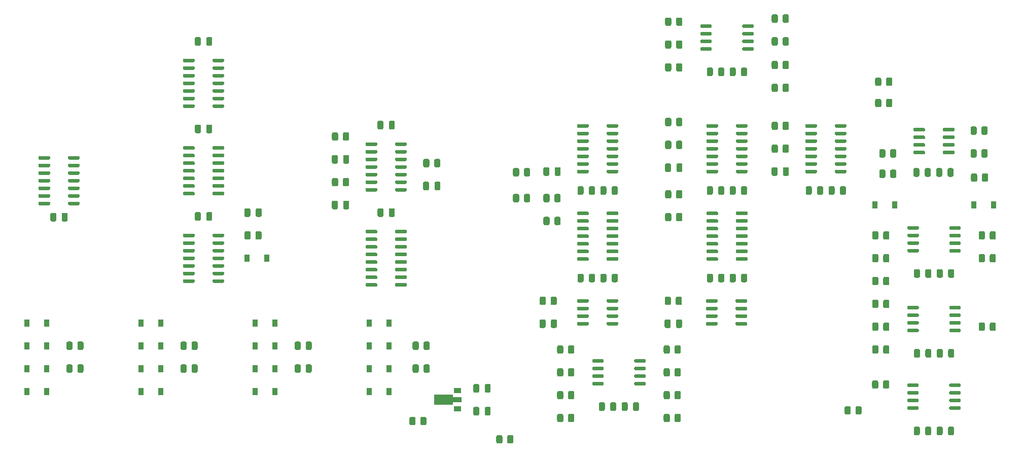
<source format=gbp>
G04 #@! TF.GenerationSoftware,KiCad,Pcbnew,6.0.5+dfsg-1~bpo11+1*
G04 #@! TF.CreationDate,2022-07-25T15:23:16+00:00*
G04 #@! TF.ProjectId,ribbon_board,72696262-6f6e-45f6-926f-6172642e6b69,0*
G04 #@! TF.SameCoordinates,Original*
G04 #@! TF.FileFunction,Paste,Bot*
G04 #@! TF.FilePolarity,Positive*
%FSLAX46Y46*%
G04 Gerber Fmt 4.6, Leading zero omitted, Abs format (unit mm)*
G04 Created by KiCad (PCBNEW 6.0.5+dfsg-1~bpo11+1) date 2022-07-25 15:23:16*
%MOMM*%
%LPD*%
G01*
G04 APERTURE LIST*
%ADD10R,0.900000X1.200000*%
%ADD11R,1.300000X0.900000*%
G04 APERTURE END LIST*
G36*
G01*
X209349000Y-86012000D02*
X209349000Y-86962000D01*
G75*
G02*
X209099000Y-87212000I-250000J0D01*
G01*
X208599000Y-87212000D01*
G75*
G02*
X208349000Y-86962000I0J250000D01*
G01*
X208349000Y-86012000D01*
G75*
G02*
X208599000Y-85762000I250000J0D01*
G01*
X209099000Y-85762000D01*
G75*
G02*
X209349000Y-86012000I0J-250000D01*
G01*
G37*
G36*
G01*
X207449000Y-86012000D02*
X207449000Y-86962000D01*
G75*
G02*
X207199000Y-87212000I-250000J0D01*
G01*
X206699000Y-87212000D01*
G75*
G02*
X206449000Y-86962000I0J250000D01*
G01*
X206449000Y-86012000D01*
G75*
G02*
X206699000Y-85762000I250000J0D01*
G01*
X207199000Y-85762000D01*
G75*
G02*
X207449000Y-86012000I0J-250000D01*
G01*
G37*
D10*
X94995000Y-108585000D03*
X91695000Y-108585000D03*
G36*
G01*
X199824000Y-82837000D02*
X199824000Y-83787000D01*
G75*
G02*
X199574000Y-84037000I-250000J0D01*
G01*
X199074000Y-84037000D01*
G75*
G02*
X198824000Y-83787000I0J250000D01*
G01*
X198824000Y-82837000D01*
G75*
G02*
X199074000Y-82587000I250000J0D01*
G01*
X199574000Y-82587000D01*
G75*
G02*
X199824000Y-82837000I0J-250000D01*
G01*
G37*
G36*
G01*
X197924000Y-82837000D02*
X197924000Y-83787000D01*
G75*
G02*
X197674000Y-84037000I-250000J0D01*
G01*
X197174000Y-84037000D01*
G75*
G02*
X196924000Y-83787000I0J250000D01*
G01*
X196924000Y-82837000D01*
G75*
G02*
X197174000Y-82587000I250000J0D01*
G01*
X197674000Y-82587000D01*
G75*
G02*
X197924000Y-82837000I0J-250000D01*
G01*
G37*
G36*
G01*
X139323500Y-124518000D02*
X139323500Y-125418000D01*
G75*
G02*
X139073500Y-125668000I-250000J0D01*
G01*
X138548500Y-125668000D01*
G75*
G02*
X138298500Y-125418000I0J250000D01*
G01*
X138298500Y-124518000D01*
G75*
G02*
X138548500Y-124268000I250000J0D01*
G01*
X139073500Y-124268000D01*
G75*
G02*
X139323500Y-124518000I0J-250000D01*
G01*
G37*
G36*
G01*
X137498500Y-124518000D02*
X137498500Y-125418000D01*
G75*
G02*
X137248500Y-125668000I-250000J0D01*
G01*
X136723500Y-125668000D01*
G75*
G02*
X136473500Y-125418000I0J250000D01*
G01*
X136473500Y-124518000D01*
G75*
G02*
X136723500Y-124268000I250000J0D01*
G01*
X137248500Y-124268000D01*
G75*
G02*
X137498500Y-124518000I0J-250000D01*
G01*
G37*
X214151000Y-88900000D03*
X217451000Y-88900000D03*
X230661000Y-88900000D03*
X233961000Y-88900000D03*
G36*
G01*
X216591000Y-97340000D02*
X216591000Y-98240000D01*
G75*
G02*
X216341000Y-98490000I-250000J0D01*
G01*
X215816000Y-98490000D01*
G75*
G02*
X215566000Y-98240000I0J250000D01*
G01*
X215566000Y-97340000D01*
G75*
G02*
X215816000Y-97090000I250000J0D01*
G01*
X216341000Y-97090000D01*
G75*
G02*
X216591000Y-97340000I0J-250000D01*
G01*
G37*
G36*
G01*
X214766000Y-97340000D02*
X214766000Y-98240000D01*
G75*
G02*
X214516000Y-98490000I-250000J0D01*
G01*
X213991000Y-98490000D01*
G75*
G02*
X213741000Y-98240000I0J250000D01*
G01*
X213741000Y-97340000D01*
G75*
G02*
X213991000Y-97090000I250000J0D01*
G01*
X214516000Y-97090000D01*
G75*
G02*
X214766000Y-97340000I0J-250000D01*
G01*
G37*
X133095000Y-116205000D03*
X129795000Y-116205000D03*
G36*
G01*
X189029000Y-66200000D02*
X189029000Y-67150000D01*
G75*
G02*
X188779000Y-67400000I-250000J0D01*
G01*
X188279000Y-67400000D01*
G75*
G02*
X188029000Y-67150000I0J250000D01*
G01*
X188029000Y-66200000D01*
G75*
G02*
X188279000Y-65950000I250000J0D01*
G01*
X188779000Y-65950000D01*
G75*
G02*
X189029000Y-66200000I0J-250000D01*
G01*
G37*
G36*
G01*
X187129000Y-66200000D02*
X187129000Y-67150000D01*
G75*
G02*
X186879000Y-67400000I-250000J0D01*
G01*
X186379000Y-67400000D01*
G75*
G02*
X186129000Y-67150000I0J250000D01*
G01*
X186129000Y-66200000D01*
G75*
G02*
X186379000Y-65950000I250000J0D01*
G01*
X186879000Y-65950000D01*
G75*
G02*
X187129000Y-66200000I0J-250000D01*
G01*
G37*
X94995000Y-120015000D03*
X91695000Y-120015000D03*
G36*
G01*
X216591000Y-93530000D02*
X216591000Y-94430000D01*
G75*
G02*
X216341000Y-94680000I-250000J0D01*
G01*
X215816000Y-94680000D01*
G75*
G02*
X215566000Y-94430000I0J250000D01*
G01*
X215566000Y-93530000D01*
G75*
G02*
X215816000Y-93280000I250000J0D01*
G01*
X216341000Y-93280000D01*
G75*
G02*
X216591000Y-93530000I0J-250000D01*
G01*
G37*
G36*
G01*
X214766000Y-93530000D02*
X214766000Y-94430000D01*
G75*
G02*
X214516000Y-94680000I-250000J0D01*
G01*
X213991000Y-94680000D01*
G75*
G02*
X213741000Y-94430000I0J250000D01*
G01*
X213741000Y-93530000D01*
G75*
G02*
X213991000Y-93280000I250000J0D01*
G01*
X214516000Y-93280000D01*
G75*
G02*
X214766000Y-93530000I0J-250000D01*
G01*
G37*
G36*
G01*
X163985000Y-124010000D02*
X163985000Y-124910000D01*
G75*
G02*
X163735000Y-125160000I-250000J0D01*
G01*
X163210000Y-125160000D01*
G75*
G02*
X162960000Y-124910000I0J250000D01*
G01*
X162960000Y-124010000D01*
G75*
G02*
X163210000Y-123760000I250000J0D01*
G01*
X163735000Y-123760000D01*
G75*
G02*
X163985000Y-124010000I0J-250000D01*
G01*
G37*
G36*
G01*
X162160000Y-124010000D02*
X162160000Y-124910000D01*
G75*
G02*
X161910000Y-125160000I-250000J0D01*
G01*
X161385000Y-125160000D01*
G75*
G02*
X161135000Y-124910000I0J250000D01*
G01*
X161135000Y-124010000D01*
G75*
G02*
X161385000Y-123760000I250000J0D01*
G01*
X161910000Y-123760000D01*
G75*
G02*
X162160000Y-124010000I0J-250000D01*
G01*
G37*
G36*
G01*
X161724000Y-82837000D02*
X161724000Y-83787000D01*
G75*
G02*
X161474000Y-84037000I-250000J0D01*
G01*
X160974000Y-84037000D01*
G75*
G02*
X160724000Y-83787000I0J250000D01*
G01*
X160724000Y-82837000D01*
G75*
G02*
X160974000Y-82587000I250000J0D01*
G01*
X161474000Y-82587000D01*
G75*
G02*
X161724000Y-82837000I0J-250000D01*
G01*
G37*
G36*
G01*
X159824000Y-82837000D02*
X159824000Y-83787000D01*
G75*
G02*
X159574000Y-84037000I-250000J0D01*
G01*
X159074000Y-84037000D01*
G75*
G02*
X158824000Y-83787000I0J250000D01*
G01*
X158824000Y-82837000D01*
G75*
G02*
X159074000Y-82587000I250000J0D01*
G01*
X159574000Y-82587000D01*
G75*
G02*
X159824000Y-82837000I0J-250000D01*
G01*
G37*
G36*
G01*
X230143000Y-76932000D02*
X230143000Y-76032000D01*
G75*
G02*
X230393000Y-75782000I250000J0D01*
G01*
X230918000Y-75782000D01*
G75*
G02*
X231168000Y-76032000I0J-250000D01*
G01*
X231168000Y-76932000D01*
G75*
G02*
X230918000Y-77182000I-250000J0D01*
G01*
X230393000Y-77182000D01*
G75*
G02*
X230143000Y-76932000I0J250000D01*
G01*
G37*
G36*
G01*
X231968000Y-76932000D02*
X231968000Y-76032000D01*
G75*
G02*
X232218000Y-75782000I250000J0D01*
G01*
X232743000Y-75782000D01*
G75*
G02*
X232993000Y-76032000I0J-250000D01*
G01*
X232993000Y-76932000D01*
G75*
G02*
X232743000Y-77182000I-250000J0D01*
G01*
X232218000Y-77182000D01*
G75*
G02*
X231968000Y-76932000I0J250000D01*
G01*
G37*
X94995000Y-116205000D03*
X91695000Y-116205000D03*
G36*
G01*
X196949000Y-76142000D02*
X196949000Y-75242000D01*
G75*
G02*
X197199000Y-74992000I250000J0D01*
G01*
X197724000Y-74992000D01*
G75*
G02*
X197974000Y-75242000I0J-250000D01*
G01*
X197974000Y-76142000D01*
G75*
G02*
X197724000Y-76392000I-250000J0D01*
G01*
X197199000Y-76392000D01*
G75*
G02*
X196949000Y-76142000I0J250000D01*
G01*
G37*
G36*
G01*
X198774000Y-76142000D02*
X198774000Y-75242000D01*
G75*
G02*
X199024000Y-74992000I250000J0D01*
G01*
X199549000Y-74992000D01*
G75*
G02*
X199799000Y-75242000I0J-250000D01*
G01*
X199799000Y-76142000D01*
G75*
G02*
X199549000Y-76392000I-250000J0D01*
G01*
X199024000Y-76392000D01*
G75*
G02*
X198774000Y-76142000I0J250000D01*
G01*
G37*
G36*
G01*
X178915000Y-124910000D02*
X178915000Y-124010000D01*
G75*
G02*
X179165000Y-123760000I250000J0D01*
G01*
X179690000Y-123760000D01*
G75*
G02*
X179940000Y-124010000I0J-250000D01*
G01*
X179940000Y-124910000D01*
G75*
G02*
X179690000Y-125160000I-250000J0D01*
G01*
X179165000Y-125160000D01*
G75*
G02*
X178915000Y-124910000I0J250000D01*
G01*
G37*
G36*
G01*
X180740000Y-124910000D02*
X180740000Y-124010000D01*
G75*
G02*
X180990000Y-123760000I250000J0D01*
G01*
X181515000Y-123760000D01*
G75*
G02*
X181765000Y-124010000I0J-250000D01*
G01*
X181765000Y-124910000D01*
G75*
G02*
X181515000Y-125160000I-250000J0D01*
G01*
X180990000Y-125160000D01*
G75*
G02*
X180740000Y-124910000I0J250000D01*
G01*
G37*
G36*
G01*
X167439000Y-86012000D02*
X167439000Y-86962000D01*
G75*
G02*
X167189000Y-87212000I-250000J0D01*
G01*
X166689000Y-87212000D01*
G75*
G02*
X166439000Y-86962000I0J250000D01*
G01*
X166439000Y-86012000D01*
G75*
G02*
X166689000Y-85762000I250000J0D01*
G01*
X167189000Y-85762000D01*
G75*
G02*
X167439000Y-86012000I0J-250000D01*
G01*
G37*
G36*
G01*
X165539000Y-86012000D02*
X165539000Y-86962000D01*
G75*
G02*
X165289000Y-87212000I-250000J0D01*
G01*
X164789000Y-87212000D01*
G75*
G02*
X164539000Y-86962000I0J250000D01*
G01*
X164539000Y-86012000D01*
G75*
G02*
X164789000Y-85762000I250000J0D01*
G01*
X165289000Y-85762000D01*
G75*
G02*
X165539000Y-86012000I0J-250000D01*
G01*
G37*
G36*
G01*
X216591000Y-112580000D02*
X216591000Y-113480000D01*
G75*
G02*
X216341000Y-113730000I-250000J0D01*
G01*
X215816000Y-113730000D01*
G75*
G02*
X215566000Y-113480000I0J250000D01*
G01*
X215566000Y-112580000D01*
G75*
G02*
X215816000Y-112330000I250000J0D01*
G01*
X216341000Y-112330000D01*
G75*
G02*
X216591000Y-112580000I0J-250000D01*
G01*
G37*
G36*
G01*
X214766000Y-112580000D02*
X214766000Y-113480000D01*
G75*
G02*
X214516000Y-113730000I-250000J0D01*
G01*
X213991000Y-113730000D01*
G75*
G02*
X213741000Y-113480000I0J250000D01*
G01*
X213741000Y-112580000D01*
G75*
G02*
X213991000Y-112330000I250000J0D01*
G01*
X214516000Y-112330000D01*
G75*
G02*
X214766000Y-112580000I0J-250000D01*
G01*
G37*
G36*
G01*
X227303000Y-82992000D02*
X227303000Y-83942000D01*
G75*
G02*
X227053000Y-84192000I-250000J0D01*
G01*
X226553000Y-84192000D01*
G75*
G02*
X226303000Y-83942000I0J250000D01*
G01*
X226303000Y-82992000D01*
G75*
G02*
X226553000Y-82742000I250000J0D01*
G01*
X227053000Y-82742000D01*
G75*
G02*
X227303000Y-82992000I0J-250000D01*
G01*
G37*
G36*
G01*
X225403000Y-82992000D02*
X225403000Y-83942000D01*
G75*
G02*
X225153000Y-84192000I-250000J0D01*
G01*
X224653000Y-84192000D01*
G75*
G02*
X224403000Y-83942000I0J250000D01*
G01*
X224403000Y-82992000D01*
G75*
G02*
X224653000Y-82742000I250000J0D01*
G01*
X225153000Y-82742000D01*
G75*
G02*
X225403000Y-82992000I0J-250000D01*
G01*
G37*
G36*
G01*
X213741000Y-105860000D02*
X213741000Y-104960000D01*
G75*
G02*
X213991000Y-104710000I250000J0D01*
G01*
X214516000Y-104710000D01*
G75*
G02*
X214766000Y-104960000I0J-250000D01*
G01*
X214766000Y-105860000D01*
G75*
G02*
X214516000Y-106110000I-250000J0D01*
G01*
X213991000Y-106110000D01*
G75*
G02*
X213741000Y-105860000I0J250000D01*
G01*
G37*
G36*
G01*
X215566000Y-105860000D02*
X215566000Y-104960000D01*
G75*
G02*
X215816000Y-104710000I250000J0D01*
G01*
X216341000Y-104710000D01*
G75*
G02*
X216591000Y-104960000I0J-250000D01*
G01*
X216591000Y-105860000D01*
G75*
G02*
X216341000Y-106110000I-250000J0D01*
G01*
X215816000Y-106110000D01*
G75*
G02*
X215566000Y-105860000I0J250000D01*
G01*
G37*
G36*
G01*
X117320000Y-112845000D02*
X117320000Y-111945000D01*
G75*
G02*
X117570000Y-111695000I250000J0D01*
G01*
X118095000Y-111695000D01*
G75*
G02*
X118345000Y-111945000I0J-250000D01*
G01*
X118345000Y-112845000D01*
G75*
G02*
X118095000Y-113095000I-250000J0D01*
G01*
X117570000Y-113095000D01*
G75*
G02*
X117320000Y-112845000I0J250000D01*
G01*
G37*
G36*
G01*
X119145000Y-112845000D02*
X119145000Y-111945000D01*
G75*
G02*
X119395000Y-111695000I250000J0D01*
G01*
X119920000Y-111695000D01*
G75*
G02*
X120170000Y-111945000I0J-250000D01*
G01*
X120170000Y-112845000D01*
G75*
G02*
X119920000Y-113095000I-250000J0D01*
G01*
X119395000Y-113095000D01*
G75*
G02*
X119145000Y-112845000I0J250000D01*
G01*
G37*
G36*
G01*
X178915000Y-113480000D02*
X178915000Y-112580000D01*
G75*
G02*
X179165000Y-112330000I250000J0D01*
G01*
X179690000Y-112330000D01*
G75*
G02*
X179940000Y-112580000I0J-250000D01*
G01*
X179940000Y-113480000D01*
G75*
G02*
X179690000Y-113730000I-250000J0D01*
G01*
X179165000Y-113730000D01*
G75*
G02*
X178915000Y-113480000I0J250000D01*
G01*
G37*
G36*
G01*
X180740000Y-113480000D02*
X180740000Y-112580000D01*
G75*
G02*
X180990000Y-112330000I250000J0D01*
G01*
X181515000Y-112330000D01*
G75*
G02*
X181765000Y-112580000I0J-250000D01*
G01*
X181765000Y-113480000D01*
G75*
G02*
X181515000Y-113730000I-250000J0D01*
G01*
X180990000Y-113730000D01*
G75*
G02*
X180740000Y-113480000I0J250000D01*
G01*
G37*
G36*
G01*
X227411000Y-113190000D02*
X227411000Y-114140000D01*
G75*
G02*
X227161000Y-114390000I-250000J0D01*
G01*
X226661000Y-114390000D01*
G75*
G02*
X226411000Y-114140000I0J250000D01*
G01*
X226411000Y-113190000D01*
G75*
G02*
X226661000Y-112940000I250000J0D01*
G01*
X227161000Y-112940000D01*
G75*
G02*
X227411000Y-113190000I0J-250000D01*
G01*
G37*
G36*
G01*
X225511000Y-113190000D02*
X225511000Y-114140000D01*
G75*
G02*
X225261000Y-114390000I-250000J0D01*
G01*
X224761000Y-114390000D01*
G75*
G02*
X224511000Y-114140000I0J250000D01*
G01*
X224511000Y-113190000D01*
G75*
G02*
X224761000Y-112940000I250000J0D01*
G01*
X225261000Y-112940000D01*
G75*
G02*
X225511000Y-113190000I0J-250000D01*
G01*
G37*
X75945000Y-120015000D03*
X72645000Y-120015000D03*
G36*
G01*
X181765000Y-120200000D02*
X181765000Y-121100000D01*
G75*
G02*
X181515000Y-121350000I-250000J0D01*
G01*
X180990000Y-121350000D01*
G75*
G02*
X180740000Y-121100000I0J250000D01*
G01*
X180740000Y-120200000D01*
G75*
G02*
X180990000Y-119950000I250000J0D01*
G01*
X181515000Y-119950000D01*
G75*
G02*
X181765000Y-120200000I0J-250000D01*
G01*
G37*
G36*
G01*
X179940000Y-120200000D02*
X179940000Y-121100000D01*
G75*
G02*
X179690000Y-121350000I-250000J0D01*
G01*
X179165000Y-121350000D01*
G75*
G02*
X178915000Y-121100000I0J250000D01*
G01*
X178915000Y-120200000D01*
G75*
G02*
X179165000Y-119950000I250000J0D01*
G01*
X179690000Y-119950000D01*
G75*
G02*
X179940000Y-120200000I0J-250000D01*
G01*
G37*
G36*
G01*
X105558000Y-79225000D02*
X105558000Y-79525000D01*
G75*
G02*
X105408000Y-79675000I-150000J0D01*
G01*
X103758000Y-79675000D01*
G75*
G02*
X103608000Y-79525000I0J150000D01*
G01*
X103608000Y-79225000D01*
G75*
G02*
X103758000Y-79075000I150000J0D01*
G01*
X105408000Y-79075000D01*
G75*
G02*
X105558000Y-79225000I0J-150000D01*
G01*
G37*
G36*
G01*
X105558000Y-80495000D02*
X105558000Y-80795000D01*
G75*
G02*
X105408000Y-80945000I-150000J0D01*
G01*
X103758000Y-80945000D01*
G75*
G02*
X103608000Y-80795000I0J150000D01*
G01*
X103608000Y-80495000D01*
G75*
G02*
X103758000Y-80345000I150000J0D01*
G01*
X105408000Y-80345000D01*
G75*
G02*
X105558000Y-80495000I0J-150000D01*
G01*
G37*
G36*
G01*
X105558000Y-81765000D02*
X105558000Y-82065000D01*
G75*
G02*
X105408000Y-82215000I-150000J0D01*
G01*
X103758000Y-82215000D01*
G75*
G02*
X103608000Y-82065000I0J150000D01*
G01*
X103608000Y-81765000D01*
G75*
G02*
X103758000Y-81615000I150000J0D01*
G01*
X105408000Y-81615000D01*
G75*
G02*
X105558000Y-81765000I0J-150000D01*
G01*
G37*
G36*
G01*
X105558000Y-83035000D02*
X105558000Y-83335000D01*
G75*
G02*
X105408000Y-83485000I-150000J0D01*
G01*
X103758000Y-83485000D01*
G75*
G02*
X103608000Y-83335000I0J150000D01*
G01*
X103608000Y-83035000D01*
G75*
G02*
X103758000Y-82885000I150000J0D01*
G01*
X105408000Y-82885000D01*
G75*
G02*
X105558000Y-83035000I0J-150000D01*
G01*
G37*
G36*
G01*
X105558000Y-84305000D02*
X105558000Y-84605000D01*
G75*
G02*
X105408000Y-84755000I-150000J0D01*
G01*
X103758000Y-84755000D01*
G75*
G02*
X103608000Y-84605000I0J150000D01*
G01*
X103608000Y-84305000D01*
G75*
G02*
X103758000Y-84155000I150000J0D01*
G01*
X105408000Y-84155000D01*
G75*
G02*
X105558000Y-84305000I0J-150000D01*
G01*
G37*
G36*
G01*
X105558000Y-85575000D02*
X105558000Y-85875000D01*
G75*
G02*
X105408000Y-86025000I-150000J0D01*
G01*
X103758000Y-86025000D01*
G75*
G02*
X103608000Y-85875000I0J150000D01*
G01*
X103608000Y-85575000D01*
G75*
G02*
X103758000Y-85425000I150000J0D01*
G01*
X105408000Y-85425000D01*
G75*
G02*
X105558000Y-85575000I0J-150000D01*
G01*
G37*
G36*
G01*
X105558000Y-86845000D02*
X105558000Y-87145000D01*
G75*
G02*
X105408000Y-87295000I-150000J0D01*
G01*
X103758000Y-87295000D01*
G75*
G02*
X103608000Y-87145000I0J150000D01*
G01*
X103608000Y-86845000D01*
G75*
G02*
X103758000Y-86695000I150000J0D01*
G01*
X105408000Y-86695000D01*
G75*
G02*
X105558000Y-86845000I0J-150000D01*
G01*
G37*
G36*
G01*
X100608000Y-86845000D02*
X100608000Y-87145000D01*
G75*
G02*
X100458000Y-87295000I-150000J0D01*
G01*
X98808000Y-87295000D01*
G75*
G02*
X98658000Y-87145000I0J150000D01*
G01*
X98658000Y-86845000D01*
G75*
G02*
X98808000Y-86695000I150000J0D01*
G01*
X100458000Y-86695000D01*
G75*
G02*
X100608000Y-86845000I0J-150000D01*
G01*
G37*
G36*
G01*
X100608000Y-85575000D02*
X100608000Y-85875000D01*
G75*
G02*
X100458000Y-86025000I-150000J0D01*
G01*
X98808000Y-86025000D01*
G75*
G02*
X98658000Y-85875000I0J150000D01*
G01*
X98658000Y-85575000D01*
G75*
G02*
X98808000Y-85425000I150000J0D01*
G01*
X100458000Y-85425000D01*
G75*
G02*
X100608000Y-85575000I0J-150000D01*
G01*
G37*
G36*
G01*
X100608000Y-84305000D02*
X100608000Y-84605000D01*
G75*
G02*
X100458000Y-84755000I-150000J0D01*
G01*
X98808000Y-84755000D01*
G75*
G02*
X98658000Y-84605000I0J150000D01*
G01*
X98658000Y-84305000D01*
G75*
G02*
X98808000Y-84155000I150000J0D01*
G01*
X100458000Y-84155000D01*
G75*
G02*
X100608000Y-84305000I0J-150000D01*
G01*
G37*
G36*
G01*
X100608000Y-83035000D02*
X100608000Y-83335000D01*
G75*
G02*
X100458000Y-83485000I-150000J0D01*
G01*
X98808000Y-83485000D01*
G75*
G02*
X98658000Y-83335000I0J150000D01*
G01*
X98658000Y-83035000D01*
G75*
G02*
X98808000Y-82885000I150000J0D01*
G01*
X100458000Y-82885000D01*
G75*
G02*
X100608000Y-83035000I0J-150000D01*
G01*
G37*
G36*
G01*
X100608000Y-81765000D02*
X100608000Y-82065000D01*
G75*
G02*
X100458000Y-82215000I-150000J0D01*
G01*
X98808000Y-82215000D01*
G75*
G02*
X98658000Y-82065000I0J150000D01*
G01*
X98658000Y-81765000D01*
G75*
G02*
X98808000Y-81615000I150000J0D01*
G01*
X100458000Y-81615000D01*
G75*
G02*
X100608000Y-81765000I0J-150000D01*
G01*
G37*
G36*
G01*
X100608000Y-80495000D02*
X100608000Y-80795000D01*
G75*
G02*
X100458000Y-80945000I-150000J0D01*
G01*
X98808000Y-80945000D01*
G75*
G02*
X98658000Y-80795000I0J150000D01*
G01*
X98658000Y-80495000D01*
G75*
G02*
X98808000Y-80345000I150000J0D01*
G01*
X100458000Y-80345000D01*
G75*
G02*
X100608000Y-80495000I0J-150000D01*
G01*
G37*
G36*
G01*
X100608000Y-79225000D02*
X100608000Y-79525000D01*
G75*
G02*
X100458000Y-79675000I-150000J0D01*
G01*
X98808000Y-79675000D01*
G75*
G02*
X98658000Y-79525000I0J150000D01*
G01*
X98658000Y-79225000D01*
G75*
G02*
X98808000Y-79075000I150000J0D01*
G01*
X100458000Y-79075000D01*
G75*
G02*
X100608000Y-79225000I0J-150000D01*
G01*
G37*
G36*
G01*
X211967500Y-122740000D02*
X211967500Y-123640000D01*
G75*
G02*
X211717500Y-123890000I-250000J0D01*
G01*
X211192500Y-123890000D01*
G75*
G02*
X210942500Y-123640000I0J250000D01*
G01*
X210942500Y-122740000D01*
G75*
G02*
X211192500Y-122490000I250000J0D01*
G01*
X211717500Y-122490000D01*
G75*
G02*
X211967500Y-122740000I0J-250000D01*
G01*
G37*
G36*
G01*
X210142500Y-122740000D02*
X210142500Y-123640000D01*
G75*
G02*
X209892500Y-123890000I-250000J0D01*
G01*
X209367500Y-123890000D01*
G75*
G02*
X209117500Y-123640000I0J250000D01*
G01*
X209117500Y-122740000D01*
G75*
G02*
X209367500Y-122490000I250000J0D01*
G01*
X209892500Y-122490000D01*
G75*
G02*
X210142500Y-122740000I0J-250000D01*
G01*
G37*
X133095000Y-112395000D03*
X129795000Y-112395000D03*
X75945000Y-116205000D03*
X72645000Y-116205000D03*
G36*
G01*
X138758000Y-86200000D02*
X138758000Y-85250000D01*
G75*
G02*
X139008000Y-85000000I250000J0D01*
G01*
X139508000Y-85000000D01*
G75*
G02*
X139758000Y-85250000I0J-250000D01*
G01*
X139758000Y-86200000D01*
G75*
G02*
X139508000Y-86450000I-250000J0D01*
G01*
X139008000Y-86450000D01*
G75*
G02*
X138758000Y-86200000I0J250000D01*
G01*
G37*
G36*
G01*
X140658000Y-86200000D02*
X140658000Y-85250000D01*
G75*
G02*
X140908000Y-85000000I250000J0D01*
G01*
X141408000Y-85000000D01*
G75*
G02*
X141658000Y-85250000I0J-250000D01*
G01*
X141658000Y-86200000D01*
G75*
G02*
X141408000Y-86450000I-250000J0D01*
G01*
X140908000Y-86450000D01*
G75*
G02*
X140658000Y-86200000I0J250000D01*
G01*
G37*
G36*
G01*
X153769000Y-83889000D02*
X153769000Y-82989000D01*
G75*
G02*
X154019000Y-82739000I250000J0D01*
G01*
X154544000Y-82739000D01*
G75*
G02*
X154794000Y-82989000I0J-250000D01*
G01*
X154794000Y-83889000D01*
G75*
G02*
X154544000Y-84139000I-250000J0D01*
G01*
X154019000Y-84139000D01*
G75*
G02*
X153769000Y-83889000I0J250000D01*
G01*
G37*
G36*
G01*
X155594000Y-83889000D02*
X155594000Y-82989000D01*
G75*
G02*
X155844000Y-82739000I250000J0D01*
G01*
X156369000Y-82739000D01*
G75*
G02*
X156619000Y-82989000I0J-250000D01*
G01*
X156619000Y-83889000D01*
G75*
G02*
X156369000Y-84139000I-250000J0D01*
G01*
X155844000Y-84139000D01*
G75*
G02*
X155594000Y-83889000I0J250000D01*
G01*
G37*
G36*
G01*
X227478000Y-76177000D02*
X227478000Y-76477000D01*
G75*
G02*
X227328000Y-76627000I-150000J0D01*
G01*
X225678000Y-76627000D01*
G75*
G02*
X225528000Y-76477000I0J150000D01*
G01*
X225528000Y-76177000D01*
G75*
G02*
X225678000Y-76027000I150000J0D01*
G01*
X227328000Y-76027000D01*
G75*
G02*
X227478000Y-76177000I0J-150000D01*
G01*
G37*
G36*
G01*
X227478000Y-77447000D02*
X227478000Y-77747000D01*
G75*
G02*
X227328000Y-77897000I-150000J0D01*
G01*
X225678000Y-77897000D01*
G75*
G02*
X225528000Y-77747000I0J150000D01*
G01*
X225528000Y-77447000D01*
G75*
G02*
X225678000Y-77297000I150000J0D01*
G01*
X227328000Y-77297000D01*
G75*
G02*
X227478000Y-77447000I0J-150000D01*
G01*
G37*
G36*
G01*
X227478000Y-78717000D02*
X227478000Y-79017000D01*
G75*
G02*
X227328000Y-79167000I-150000J0D01*
G01*
X225678000Y-79167000D01*
G75*
G02*
X225528000Y-79017000I0J150000D01*
G01*
X225528000Y-78717000D01*
G75*
G02*
X225678000Y-78567000I150000J0D01*
G01*
X227328000Y-78567000D01*
G75*
G02*
X227478000Y-78717000I0J-150000D01*
G01*
G37*
G36*
G01*
X227478000Y-79987000D02*
X227478000Y-80287000D01*
G75*
G02*
X227328000Y-80437000I-150000J0D01*
G01*
X225678000Y-80437000D01*
G75*
G02*
X225528000Y-80287000I0J150000D01*
G01*
X225528000Y-79987000D01*
G75*
G02*
X225678000Y-79837000I150000J0D01*
G01*
X227328000Y-79837000D01*
G75*
G02*
X227478000Y-79987000I0J-150000D01*
G01*
G37*
G36*
G01*
X222528000Y-79987000D02*
X222528000Y-80287000D01*
G75*
G02*
X222378000Y-80437000I-150000J0D01*
G01*
X220728000Y-80437000D01*
G75*
G02*
X220578000Y-80287000I0J150000D01*
G01*
X220578000Y-79987000D01*
G75*
G02*
X220728000Y-79837000I150000J0D01*
G01*
X222378000Y-79837000D01*
G75*
G02*
X222528000Y-79987000I0J-150000D01*
G01*
G37*
G36*
G01*
X222528000Y-78717000D02*
X222528000Y-79017000D01*
G75*
G02*
X222378000Y-79167000I-150000J0D01*
G01*
X220728000Y-79167000D01*
G75*
G02*
X220578000Y-79017000I0J150000D01*
G01*
X220578000Y-78717000D01*
G75*
G02*
X220728000Y-78567000I150000J0D01*
G01*
X222378000Y-78567000D01*
G75*
G02*
X222528000Y-78717000I0J-150000D01*
G01*
G37*
G36*
G01*
X222528000Y-77447000D02*
X222528000Y-77747000D01*
G75*
G02*
X222378000Y-77897000I-150000J0D01*
G01*
X220728000Y-77897000D01*
G75*
G02*
X220578000Y-77747000I0J150000D01*
G01*
X220578000Y-77447000D01*
G75*
G02*
X220728000Y-77297000I150000J0D01*
G01*
X222378000Y-77297000D01*
G75*
G02*
X222528000Y-77447000I0J-150000D01*
G01*
G37*
G36*
G01*
X222528000Y-76177000D02*
X222528000Y-76477000D01*
G75*
G02*
X222378000Y-76627000I-150000J0D01*
G01*
X220728000Y-76627000D01*
G75*
G02*
X220578000Y-76477000I0J150000D01*
G01*
X220578000Y-76177000D01*
G75*
G02*
X220728000Y-76027000I150000J0D01*
G01*
X222378000Y-76027000D01*
G75*
G02*
X222528000Y-76177000I0J-150000D01*
G01*
G37*
G36*
G01*
X227411000Y-99855000D02*
X227411000Y-100805000D01*
G75*
G02*
X227161000Y-101055000I-250000J0D01*
G01*
X226661000Y-101055000D01*
G75*
G02*
X226411000Y-100805000I0J250000D01*
G01*
X226411000Y-99855000D01*
G75*
G02*
X226661000Y-99605000I250000J0D01*
G01*
X227161000Y-99605000D01*
G75*
G02*
X227411000Y-99855000I0J-250000D01*
G01*
G37*
G36*
G01*
X225511000Y-99855000D02*
X225511000Y-100805000D01*
G75*
G02*
X225261000Y-101055000I-250000J0D01*
G01*
X224761000Y-101055000D01*
G75*
G02*
X224511000Y-100805000I0J250000D01*
G01*
X224511000Y-99855000D01*
G75*
G02*
X224761000Y-99605000I250000J0D01*
G01*
X225261000Y-99605000D01*
G75*
G02*
X225511000Y-99855000I0J-250000D01*
G01*
G37*
G36*
G01*
X141633000Y-81465000D02*
X141633000Y-82365000D01*
G75*
G02*
X141383000Y-82615000I-250000J0D01*
G01*
X140858000Y-82615000D01*
G75*
G02*
X140608000Y-82365000I0J250000D01*
G01*
X140608000Y-81465000D01*
G75*
G02*
X140858000Y-81215000I250000J0D01*
G01*
X141383000Y-81215000D01*
G75*
G02*
X141633000Y-81465000I0J-250000D01*
G01*
G37*
G36*
G01*
X139808000Y-81465000D02*
X139808000Y-82365000D01*
G75*
G02*
X139558000Y-82615000I-250000J0D01*
G01*
X139033000Y-82615000D01*
G75*
G02*
X138783000Y-82365000I0J250000D01*
G01*
X138783000Y-81465000D01*
G75*
G02*
X139033000Y-81215000I250000J0D01*
G01*
X139558000Y-81215000D01*
G75*
G02*
X139808000Y-81465000I0J-250000D01*
G01*
G37*
G36*
G01*
X126393000Y-84640000D02*
X126393000Y-85540000D01*
G75*
G02*
X126143000Y-85790000I-250000J0D01*
G01*
X125618000Y-85790000D01*
G75*
G02*
X125368000Y-85540000I0J250000D01*
G01*
X125368000Y-84640000D01*
G75*
G02*
X125618000Y-84390000I250000J0D01*
G01*
X126143000Y-84390000D01*
G75*
G02*
X126393000Y-84640000I0J-250000D01*
G01*
G37*
G36*
G01*
X124568000Y-84640000D02*
X124568000Y-85540000D01*
G75*
G02*
X124318000Y-85790000I-250000J0D01*
G01*
X123793000Y-85790000D01*
G75*
G02*
X123543000Y-85540000I0J250000D01*
G01*
X123543000Y-84640000D01*
G75*
G02*
X123793000Y-84390000I250000J0D01*
G01*
X124318000Y-84390000D01*
G75*
G02*
X124568000Y-84640000I0J-250000D01*
G01*
G37*
G36*
G01*
X161699000Y-91117000D02*
X161699000Y-92017000D01*
G75*
G02*
X161449000Y-92267000I-250000J0D01*
G01*
X160924000Y-92267000D01*
G75*
G02*
X160674000Y-92017000I0J250000D01*
G01*
X160674000Y-91117000D01*
G75*
G02*
X160924000Y-90867000I250000J0D01*
G01*
X161449000Y-90867000D01*
G75*
G02*
X161699000Y-91117000I0J-250000D01*
G01*
G37*
G36*
G01*
X159874000Y-91117000D02*
X159874000Y-92017000D01*
G75*
G02*
X159624000Y-92267000I-250000J0D01*
G01*
X159099000Y-92267000D01*
G75*
G02*
X158849000Y-92017000I0J250000D01*
G01*
X158849000Y-91117000D01*
G75*
G02*
X159099000Y-90867000I250000J0D01*
G01*
X159624000Y-90867000D01*
G75*
G02*
X159874000Y-91117000I0J-250000D01*
G01*
G37*
G36*
G01*
X209444000Y-75542000D02*
X209444000Y-75842000D01*
G75*
G02*
X209294000Y-75992000I-150000J0D01*
G01*
X207644000Y-75992000D01*
G75*
G02*
X207494000Y-75842000I0J150000D01*
G01*
X207494000Y-75542000D01*
G75*
G02*
X207644000Y-75392000I150000J0D01*
G01*
X209294000Y-75392000D01*
G75*
G02*
X209444000Y-75542000I0J-150000D01*
G01*
G37*
G36*
G01*
X209444000Y-76812000D02*
X209444000Y-77112000D01*
G75*
G02*
X209294000Y-77262000I-150000J0D01*
G01*
X207644000Y-77262000D01*
G75*
G02*
X207494000Y-77112000I0J150000D01*
G01*
X207494000Y-76812000D01*
G75*
G02*
X207644000Y-76662000I150000J0D01*
G01*
X209294000Y-76662000D01*
G75*
G02*
X209444000Y-76812000I0J-150000D01*
G01*
G37*
G36*
G01*
X209444000Y-78082000D02*
X209444000Y-78382000D01*
G75*
G02*
X209294000Y-78532000I-150000J0D01*
G01*
X207644000Y-78532000D01*
G75*
G02*
X207494000Y-78382000I0J150000D01*
G01*
X207494000Y-78082000D01*
G75*
G02*
X207644000Y-77932000I150000J0D01*
G01*
X209294000Y-77932000D01*
G75*
G02*
X209444000Y-78082000I0J-150000D01*
G01*
G37*
G36*
G01*
X209444000Y-79352000D02*
X209444000Y-79652000D01*
G75*
G02*
X209294000Y-79802000I-150000J0D01*
G01*
X207644000Y-79802000D01*
G75*
G02*
X207494000Y-79652000I0J150000D01*
G01*
X207494000Y-79352000D01*
G75*
G02*
X207644000Y-79202000I150000J0D01*
G01*
X209294000Y-79202000D01*
G75*
G02*
X209444000Y-79352000I0J-150000D01*
G01*
G37*
G36*
G01*
X209444000Y-80622000D02*
X209444000Y-80922000D01*
G75*
G02*
X209294000Y-81072000I-150000J0D01*
G01*
X207644000Y-81072000D01*
G75*
G02*
X207494000Y-80922000I0J150000D01*
G01*
X207494000Y-80622000D01*
G75*
G02*
X207644000Y-80472000I150000J0D01*
G01*
X209294000Y-80472000D01*
G75*
G02*
X209444000Y-80622000I0J-150000D01*
G01*
G37*
G36*
G01*
X209444000Y-81892000D02*
X209444000Y-82192000D01*
G75*
G02*
X209294000Y-82342000I-150000J0D01*
G01*
X207644000Y-82342000D01*
G75*
G02*
X207494000Y-82192000I0J150000D01*
G01*
X207494000Y-81892000D01*
G75*
G02*
X207644000Y-81742000I150000J0D01*
G01*
X209294000Y-81742000D01*
G75*
G02*
X209444000Y-81892000I0J-150000D01*
G01*
G37*
G36*
G01*
X209444000Y-83162000D02*
X209444000Y-83462000D01*
G75*
G02*
X209294000Y-83612000I-150000J0D01*
G01*
X207644000Y-83612000D01*
G75*
G02*
X207494000Y-83462000I0J150000D01*
G01*
X207494000Y-83162000D01*
G75*
G02*
X207644000Y-83012000I150000J0D01*
G01*
X209294000Y-83012000D01*
G75*
G02*
X209444000Y-83162000I0J-150000D01*
G01*
G37*
G36*
G01*
X204494000Y-83162000D02*
X204494000Y-83462000D01*
G75*
G02*
X204344000Y-83612000I-150000J0D01*
G01*
X202694000Y-83612000D01*
G75*
G02*
X202544000Y-83462000I0J150000D01*
G01*
X202544000Y-83162000D01*
G75*
G02*
X202694000Y-83012000I150000J0D01*
G01*
X204344000Y-83012000D01*
G75*
G02*
X204494000Y-83162000I0J-150000D01*
G01*
G37*
G36*
G01*
X204494000Y-81892000D02*
X204494000Y-82192000D01*
G75*
G02*
X204344000Y-82342000I-150000J0D01*
G01*
X202694000Y-82342000D01*
G75*
G02*
X202544000Y-82192000I0J150000D01*
G01*
X202544000Y-81892000D01*
G75*
G02*
X202694000Y-81742000I150000J0D01*
G01*
X204344000Y-81742000D01*
G75*
G02*
X204494000Y-81892000I0J-150000D01*
G01*
G37*
G36*
G01*
X204494000Y-80622000D02*
X204494000Y-80922000D01*
G75*
G02*
X204344000Y-81072000I-150000J0D01*
G01*
X202694000Y-81072000D01*
G75*
G02*
X202544000Y-80922000I0J150000D01*
G01*
X202544000Y-80622000D01*
G75*
G02*
X202694000Y-80472000I150000J0D01*
G01*
X204344000Y-80472000D01*
G75*
G02*
X204494000Y-80622000I0J-150000D01*
G01*
G37*
G36*
G01*
X204494000Y-79352000D02*
X204494000Y-79652000D01*
G75*
G02*
X204344000Y-79802000I-150000J0D01*
G01*
X202694000Y-79802000D01*
G75*
G02*
X202544000Y-79652000I0J150000D01*
G01*
X202544000Y-79352000D01*
G75*
G02*
X202694000Y-79202000I150000J0D01*
G01*
X204344000Y-79202000D01*
G75*
G02*
X204494000Y-79352000I0J-150000D01*
G01*
G37*
G36*
G01*
X204494000Y-78082000D02*
X204494000Y-78382000D01*
G75*
G02*
X204344000Y-78532000I-150000J0D01*
G01*
X202694000Y-78532000D01*
G75*
G02*
X202544000Y-78382000I0J150000D01*
G01*
X202544000Y-78082000D01*
G75*
G02*
X202694000Y-77932000I150000J0D01*
G01*
X204344000Y-77932000D01*
G75*
G02*
X204494000Y-78082000I0J-150000D01*
G01*
G37*
G36*
G01*
X204494000Y-76812000D02*
X204494000Y-77112000D01*
G75*
G02*
X204344000Y-77262000I-150000J0D01*
G01*
X202694000Y-77262000D01*
G75*
G02*
X202544000Y-77112000I0J150000D01*
G01*
X202544000Y-76812000D01*
G75*
G02*
X202694000Y-76662000I150000J0D01*
G01*
X204344000Y-76662000D01*
G75*
G02*
X204494000Y-76812000I0J-150000D01*
G01*
G37*
G36*
G01*
X204494000Y-75542000D02*
X204494000Y-75842000D01*
G75*
G02*
X204344000Y-75992000I-150000J0D01*
G01*
X202694000Y-75992000D01*
G75*
G02*
X202544000Y-75842000I0J150000D01*
G01*
X202544000Y-75542000D01*
G75*
G02*
X202694000Y-75392000I150000J0D01*
G01*
X204344000Y-75392000D01*
G75*
G02*
X204494000Y-75542000I0J-150000D01*
G01*
G37*
G36*
G01*
X156619000Y-87307000D02*
X156619000Y-88207000D01*
G75*
G02*
X156369000Y-88457000I-250000J0D01*
G01*
X155844000Y-88457000D01*
G75*
G02*
X155594000Y-88207000I0J250000D01*
G01*
X155594000Y-87307000D01*
G75*
G02*
X155844000Y-87057000I250000J0D01*
G01*
X156369000Y-87057000D01*
G75*
G02*
X156619000Y-87307000I0J-250000D01*
G01*
G37*
G36*
G01*
X154794000Y-87307000D02*
X154794000Y-88207000D01*
G75*
G02*
X154544000Y-88457000I-250000J0D01*
G01*
X154019000Y-88457000D01*
G75*
G02*
X153769000Y-88207000I0J250000D01*
G01*
X153769000Y-87307000D01*
G75*
G02*
X154019000Y-87057000I250000J0D01*
G01*
X154544000Y-87057000D01*
G75*
G02*
X154794000Y-87307000I0J-250000D01*
G01*
G37*
G36*
G01*
X223601000Y-99855000D02*
X223601000Y-100805000D01*
G75*
G02*
X223351000Y-101055000I-250000J0D01*
G01*
X222851000Y-101055000D01*
G75*
G02*
X222601000Y-100805000I0J250000D01*
G01*
X222601000Y-99855000D01*
G75*
G02*
X222851000Y-99605000I250000J0D01*
G01*
X223351000Y-99605000D01*
G75*
G02*
X223601000Y-99855000I0J-250000D01*
G01*
G37*
G36*
G01*
X221701000Y-99855000D02*
X221701000Y-100805000D01*
G75*
G02*
X221451000Y-101055000I-250000J0D01*
G01*
X220951000Y-101055000D01*
G75*
G02*
X220701000Y-100805000I0J250000D01*
G01*
X220701000Y-99855000D01*
G75*
G02*
X220951000Y-99605000I250000J0D01*
G01*
X221451000Y-99605000D01*
G75*
G02*
X221701000Y-99855000I0J-250000D01*
G01*
G37*
G36*
G01*
X223573000Y-126144000D02*
X223573000Y-127094000D01*
G75*
G02*
X223323000Y-127344000I-250000J0D01*
G01*
X222823000Y-127344000D01*
G75*
G02*
X222573000Y-127094000I0J250000D01*
G01*
X222573000Y-126144000D01*
G75*
G02*
X222823000Y-125894000I250000J0D01*
G01*
X223323000Y-125894000D01*
G75*
G02*
X223573000Y-126144000I0J-250000D01*
G01*
G37*
G36*
G01*
X221673000Y-126144000D02*
X221673000Y-127094000D01*
G75*
G02*
X221423000Y-127344000I-250000J0D01*
G01*
X220923000Y-127344000D01*
G75*
G02*
X220673000Y-127094000I0J250000D01*
G01*
X220673000Y-126144000D01*
G75*
G02*
X220923000Y-125894000I250000J0D01*
G01*
X221423000Y-125894000D01*
G75*
G02*
X221673000Y-126144000I0J-250000D01*
G01*
G37*
G36*
G01*
X161135000Y-121100000D02*
X161135000Y-120200000D01*
G75*
G02*
X161385000Y-119950000I250000J0D01*
G01*
X161910000Y-119950000D01*
G75*
G02*
X162160000Y-120200000I0J-250000D01*
G01*
X162160000Y-121100000D01*
G75*
G02*
X161910000Y-121350000I-250000J0D01*
G01*
X161385000Y-121350000D01*
G75*
G02*
X161135000Y-121100000I0J250000D01*
G01*
G37*
G36*
G01*
X162960000Y-121100000D02*
X162960000Y-120200000D01*
G75*
G02*
X163210000Y-119950000I250000J0D01*
G01*
X163735000Y-119950000D01*
G75*
G02*
X163985000Y-120200000I0J-250000D01*
G01*
X163985000Y-121100000D01*
G75*
G02*
X163735000Y-121350000I-250000J0D01*
G01*
X163210000Y-121350000D01*
G75*
G02*
X162960000Y-121100000I0J250000D01*
G01*
G37*
G36*
G01*
X126418000Y-88425000D02*
X126418000Y-89375000D01*
G75*
G02*
X126168000Y-89625000I-250000J0D01*
G01*
X125668000Y-89625000D01*
G75*
G02*
X125418000Y-89375000I0J250000D01*
G01*
X125418000Y-88425000D01*
G75*
G02*
X125668000Y-88175000I250000J0D01*
G01*
X126168000Y-88175000D01*
G75*
G02*
X126418000Y-88425000I0J-250000D01*
G01*
G37*
G36*
G01*
X124518000Y-88425000D02*
X124518000Y-89375000D01*
G75*
G02*
X124268000Y-89625000I-250000J0D01*
G01*
X123768000Y-89625000D01*
G75*
G02*
X123518000Y-89375000I0J250000D01*
G01*
X123518000Y-88425000D01*
G75*
G02*
X123768000Y-88175000I250000J0D01*
G01*
X124268000Y-88175000D01*
G75*
G02*
X124518000Y-88425000I0J-250000D01*
G01*
G37*
X94995000Y-112395000D03*
X91695000Y-112395000D03*
X75945000Y-108585000D03*
X72645000Y-108585000D03*
G36*
G01*
X147140000Y-119982000D02*
X147140000Y-119032000D01*
G75*
G02*
X147390000Y-118782000I250000J0D01*
G01*
X147890000Y-118782000D01*
G75*
G02*
X148140000Y-119032000I0J-250000D01*
G01*
X148140000Y-119982000D01*
G75*
G02*
X147890000Y-120232000I-250000J0D01*
G01*
X147390000Y-120232000D01*
G75*
G02*
X147140000Y-119982000I0J250000D01*
G01*
G37*
G36*
G01*
X149040000Y-119982000D02*
X149040000Y-119032000D01*
G75*
G02*
X149290000Y-118782000I250000J0D01*
G01*
X149790000Y-118782000D01*
G75*
G02*
X150040000Y-119032000I0J-250000D01*
G01*
X150040000Y-119982000D01*
G75*
G02*
X149790000Y-120232000I-250000J0D01*
G01*
X149290000Y-120232000D01*
G75*
G02*
X149040000Y-119982000I0J250000D01*
G01*
G37*
G36*
G01*
X217071000Y-71432000D02*
X217071000Y-72332000D01*
G75*
G02*
X216821000Y-72582000I-250000J0D01*
G01*
X216296000Y-72582000D01*
G75*
G02*
X216046000Y-72332000I0J250000D01*
G01*
X216046000Y-71432000D01*
G75*
G02*
X216296000Y-71182000I250000J0D01*
G01*
X216821000Y-71182000D01*
G75*
G02*
X217071000Y-71432000I0J-250000D01*
G01*
G37*
G36*
G01*
X215246000Y-71432000D02*
X215246000Y-72332000D01*
G75*
G02*
X214996000Y-72582000I-250000J0D01*
G01*
X214471000Y-72582000D01*
G75*
G02*
X214221000Y-72332000I0J250000D01*
G01*
X214221000Y-71432000D01*
G75*
G02*
X214471000Y-71182000I250000J0D01*
G01*
X214996000Y-71182000D01*
G75*
G02*
X215246000Y-71432000I0J-250000D01*
G01*
G37*
G36*
G01*
X213741000Y-109670000D02*
X213741000Y-108770000D01*
G75*
G02*
X213991000Y-108520000I250000J0D01*
G01*
X214516000Y-108520000D01*
G75*
G02*
X214766000Y-108770000I0J-250000D01*
G01*
X214766000Y-109670000D01*
G75*
G02*
X214516000Y-109920000I-250000J0D01*
G01*
X213991000Y-109920000D01*
G75*
G02*
X213741000Y-109670000I0J250000D01*
G01*
G37*
G36*
G01*
X215566000Y-109670000D02*
X215566000Y-108770000D01*
G75*
G02*
X215816000Y-108520000I250000J0D01*
G01*
X216341000Y-108520000D01*
G75*
G02*
X216591000Y-108770000I0J-250000D01*
G01*
X216591000Y-109670000D01*
G75*
G02*
X216341000Y-109920000I-250000J0D01*
G01*
X215816000Y-109920000D01*
G75*
G02*
X215566000Y-109670000I0J250000D01*
G01*
G37*
G36*
G01*
X192839000Y-100617000D02*
X192839000Y-101567000D01*
G75*
G02*
X192589000Y-101817000I-250000J0D01*
G01*
X192089000Y-101817000D01*
G75*
G02*
X191839000Y-101567000I0J250000D01*
G01*
X191839000Y-100617000D01*
G75*
G02*
X192089000Y-100367000I250000J0D01*
G01*
X192589000Y-100367000D01*
G75*
G02*
X192839000Y-100617000I0J-250000D01*
G01*
G37*
G36*
G01*
X190939000Y-100617000D02*
X190939000Y-101567000D01*
G75*
G02*
X190689000Y-101817000I-250000J0D01*
G01*
X190189000Y-101817000D01*
G75*
G02*
X189939000Y-101567000I0J250000D01*
G01*
X189939000Y-100617000D01*
G75*
G02*
X190189000Y-100367000I250000J0D01*
G01*
X190689000Y-100367000D01*
G75*
G02*
X190939000Y-100617000I0J-250000D01*
G01*
G37*
G36*
G01*
X126393000Y-77020000D02*
X126393000Y-77920000D01*
G75*
G02*
X126143000Y-78170000I-250000J0D01*
G01*
X125618000Y-78170000D01*
G75*
G02*
X125368000Y-77920000I0J250000D01*
G01*
X125368000Y-77020000D01*
G75*
G02*
X125618000Y-76770000I250000J0D01*
G01*
X126143000Y-76770000D01*
G75*
G02*
X126393000Y-77020000I0J-250000D01*
G01*
G37*
G36*
G01*
X124568000Y-77020000D02*
X124568000Y-77920000D01*
G75*
G02*
X124318000Y-78170000I-250000J0D01*
G01*
X123793000Y-78170000D01*
G75*
G02*
X123543000Y-77920000I0J250000D01*
G01*
X123543000Y-77020000D01*
G75*
G02*
X123793000Y-76770000I250000J0D01*
G01*
X124318000Y-76770000D01*
G75*
G02*
X124568000Y-77020000I0J-250000D01*
G01*
G37*
G36*
G01*
X234371000Y-97340000D02*
X234371000Y-98240000D01*
G75*
G02*
X234121000Y-98490000I-250000J0D01*
G01*
X233596000Y-98490000D01*
G75*
G02*
X233346000Y-98240000I0J250000D01*
G01*
X233346000Y-97340000D01*
G75*
G02*
X233596000Y-97090000I250000J0D01*
G01*
X234121000Y-97090000D01*
G75*
G02*
X234371000Y-97340000I0J-250000D01*
G01*
G37*
G36*
G01*
X232546000Y-97340000D02*
X232546000Y-98240000D01*
G75*
G02*
X232296000Y-98490000I-250000J0D01*
G01*
X231771000Y-98490000D01*
G75*
G02*
X231521000Y-98240000I0J250000D01*
G01*
X231521000Y-97340000D01*
G75*
G02*
X231771000Y-97090000I250000J0D01*
G01*
X232296000Y-97090000D01*
G75*
G02*
X232546000Y-97340000I0J-250000D01*
G01*
G37*
G36*
G01*
X181983000Y-108237000D02*
X181983000Y-109187000D01*
G75*
G02*
X181733000Y-109437000I-250000J0D01*
G01*
X181233000Y-109437000D01*
G75*
G02*
X180983000Y-109187000I0J250000D01*
G01*
X180983000Y-108237000D01*
G75*
G02*
X181233000Y-107987000I250000J0D01*
G01*
X181733000Y-107987000D01*
G75*
G02*
X181983000Y-108237000I0J-250000D01*
G01*
G37*
G36*
G01*
X180083000Y-108237000D02*
X180083000Y-109187000D01*
G75*
G02*
X179833000Y-109437000I-250000J0D01*
G01*
X179333000Y-109437000D01*
G75*
G02*
X179083000Y-109187000I0J250000D01*
G01*
X179083000Y-108237000D01*
G75*
G02*
X179333000Y-107987000I250000J0D01*
G01*
X179833000Y-107987000D01*
G75*
G02*
X180083000Y-108237000I0J-250000D01*
G01*
G37*
X109348000Y-97790000D03*
X112648000Y-97790000D03*
G36*
G01*
X182019000Y-78417000D02*
X182019000Y-79317000D01*
G75*
G02*
X181769000Y-79567000I-250000J0D01*
G01*
X181244000Y-79567000D01*
G75*
G02*
X180994000Y-79317000I0J250000D01*
G01*
X180994000Y-78417000D01*
G75*
G02*
X181244000Y-78167000I250000J0D01*
G01*
X181769000Y-78167000D01*
G75*
G02*
X182019000Y-78417000I0J-250000D01*
G01*
G37*
G36*
G01*
X180194000Y-78417000D02*
X180194000Y-79317000D01*
G75*
G02*
X179944000Y-79567000I-250000J0D01*
G01*
X179419000Y-79567000D01*
G75*
G02*
X179169000Y-79317000I0J250000D01*
G01*
X179169000Y-78417000D01*
G75*
G02*
X179419000Y-78167000I250000J0D01*
G01*
X179944000Y-78167000D01*
G75*
G02*
X180194000Y-78417000I0J-250000D01*
G01*
G37*
G36*
G01*
X161089000Y-108237000D02*
X161089000Y-109187000D01*
G75*
G02*
X160839000Y-109437000I-250000J0D01*
G01*
X160339000Y-109437000D01*
G75*
G02*
X160089000Y-109187000I0J250000D01*
G01*
X160089000Y-108237000D01*
G75*
G02*
X160339000Y-107987000I250000J0D01*
G01*
X160839000Y-107987000D01*
G75*
G02*
X161089000Y-108237000I0J-250000D01*
G01*
G37*
G36*
G01*
X159189000Y-108237000D02*
X159189000Y-109187000D01*
G75*
G02*
X158939000Y-109437000I-250000J0D01*
G01*
X158439000Y-109437000D01*
G75*
G02*
X158189000Y-109187000I0J250000D01*
G01*
X158189000Y-108237000D01*
G75*
G02*
X158439000Y-107987000I250000J0D01*
G01*
X158939000Y-107987000D01*
G75*
G02*
X159189000Y-108237000I0J-250000D01*
G01*
G37*
G36*
G01*
X100658000Y-76675000D02*
X100658000Y-75725000D01*
G75*
G02*
X100908000Y-75475000I250000J0D01*
G01*
X101408000Y-75475000D01*
G75*
G02*
X101658000Y-75725000I0J-250000D01*
G01*
X101658000Y-76675000D01*
G75*
G02*
X101408000Y-76925000I-250000J0D01*
G01*
X100908000Y-76925000D01*
G75*
G02*
X100658000Y-76675000I0J250000D01*
G01*
G37*
G36*
G01*
X102558000Y-76675000D02*
X102558000Y-75725000D01*
G75*
G02*
X102808000Y-75475000I250000J0D01*
G01*
X103308000Y-75475000D01*
G75*
G02*
X103558000Y-75725000I0J-250000D01*
G01*
X103558000Y-76675000D01*
G75*
G02*
X103308000Y-76925000I-250000J0D01*
G01*
X102808000Y-76925000D01*
G75*
G02*
X102558000Y-76675000I0J250000D01*
G01*
G37*
G36*
G01*
X98270000Y-116655000D02*
X98270000Y-115755000D01*
G75*
G02*
X98520000Y-115505000I250000J0D01*
G01*
X99045000Y-115505000D01*
G75*
G02*
X99295000Y-115755000I0J-250000D01*
G01*
X99295000Y-116655000D01*
G75*
G02*
X99045000Y-116905000I-250000J0D01*
G01*
X98520000Y-116905000D01*
G75*
G02*
X98270000Y-116655000I0J250000D01*
G01*
G37*
G36*
G01*
X100095000Y-116655000D02*
X100095000Y-115755000D01*
G75*
G02*
X100345000Y-115505000I250000J0D01*
G01*
X100870000Y-115505000D01*
G75*
G02*
X101120000Y-115755000I0J-250000D01*
G01*
X101120000Y-116655000D01*
G75*
G02*
X100870000Y-116905000I-250000J0D01*
G01*
X100345000Y-116905000D01*
G75*
G02*
X100095000Y-116655000I0J250000D01*
G01*
G37*
G36*
G01*
X105558000Y-64620000D02*
X105558000Y-64920000D01*
G75*
G02*
X105408000Y-65070000I-150000J0D01*
G01*
X103758000Y-65070000D01*
G75*
G02*
X103608000Y-64920000I0J150000D01*
G01*
X103608000Y-64620000D01*
G75*
G02*
X103758000Y-64470000I150000J0D01*
G01*
X105408000Y-64470000D01*
G75*
G02*
X105558000Y-64620000I0J-150000D01*
G01*
G37*
G36*
G01*
X105558000Y-65890000D02*
X105558000Y-66190000D01*
G75*
G02*
X105408000Y-66340000I-150000J0D01*
G01*
X103758000Y-66340000D01*
G75*
G02*
X103608000Y-66190000I0J150000D01*
G01*
X103608000Y-65890000D01*
G75*
G02*
X103758000Y-65740000I150000J0D01*
G01*
X105408000Y-65740000D01*
G75*
G02*
X105558000Y-65890000I0J-150000D01*
G01*
G37*
G36*
G01*
X105558000Y-67160000D02*
X105558000Y-67460000D01*
G75*
G02*
X105408000Y-67610000I-150000J0D01*
G01*
X103758000Y-67610000D01*
G75*
G02*
X103608000Y-67460000I0J150000D01*
G01*
X103608000Y-67160000D01*
G75*
G02*
X103758000Y-67010000I150000J0D01*
G01*
X105408000Y-67010000D01*
G75*
G02*
X105558000Y-67160000I0J-150000D01*
G01*
G37*
G36*
G01*
X105558000Y-68430000D02*
X105558000Y-68730000D01*
G75*
G02*
X105408000Y-68880000I-150000J0D01*
G01*
X103758000Y-68880000D01*
G75*
G02*
X103608000Y-68730000I0J150000D01*
G01*
X103608000Y-68430000D01*
G75*
G02*
X103758000Y-68280000I150000J0D01*
G01*
X105408000Y-68280000D01*
G75*
G02*
X105558000Y-68430000I0J-150000D01*
G01*
G37*
G36*
G01*
X105558000Y-69700000D02*
X105558000Y-70000000D01*
G75*
G02*
X105408000Y-70150000I-150000J0D01*
G01*
X103758000Y-70150000D01*
G75*
G02*
X103608000Y-70000000I0J150000D01*
G01*
X103608000Y-69700000D01*
G75*
G02*
X103758000Y-69550000I150000J0D01*
G01*
X105408000Y-69550000D01*
G75*
G02*
X105558000Y-69700000I0J-150000D01*
G01*
G37*
G36*
G01*
X105558000Y-70970000D02*
X105558000Y-71270000D01*
G75*
G02*
X105408000Y-71420000I-150000J0D01*
G01*
X103758000Y-71420000D01*
G75*
G02*
X103608000Y-71270000I0J150000D01*
G01*
X103608000Y-70970000D01*
G75*
G02*
X103758000Y-70820000I150000J0D01*
G01*
X105408000Y-70820000D01*
G75*
G02*
X105558000Y-70970000I0J-150000D01*
G01*
G37*
G36*
G01*
X105558000Y-72240000D02*
X105558000Y-72540000D01*
G75*
G02*
X105408000Y-72690000I-150000J0D01*
G01*
X103758000Y-72690000D01*
G75*
G02*
X103608000Y-72540000I0J150000D01*
G01*
X103608000Y-72240000D01*
G75*
G02*
X103758000Y-72090000I150000J0D01*
G01*
X105408000Y-72090000D01*
G75*
G02*
X105558000Y-72240000I0J-150000D01*
G01*
G37*
G36*
G01*
X100608000Y-72240000D02*
X100608000Y-72540000D01*
G75*
G02*
X100458000Y-72690000I-150000J0D01*
G01*
X98808000Y-72690000D01*
G75*
G02*
X98658000Y-72540000I0J150000D01*
G01*
X98658000Y-72240000D01*
G75*
G02*
X98808000Y-72090000I150000J0D01*
G01*
X100458000Y-72090000D01*
G75*
G02*
X100608000Y-72240000I0J-150000D01*
G01*
G37*
G36*
G01*
X100608000Y-70970000D02*
X100608000Y-71270000D01*
G75*
G02*
X100458000Y-71420000I-150000J0D01*
G01*
X98808000Y-71420000D01*
G75*
G02*
X98658000Y-71270000I0J150000D01*
G01*
X98658000Y-70970000D01*
G75*
G02*
X98808000Y-70820000I150000J0D01*
G01*
X100458000Y-70820000D01*
G75*
G02*
X100608000Y-70970000I0J-150000D01*
G01*
G37*
G36*
G01*
X100608000Y-69700000D02*
X100608000Y-70000000D01*
G75*
G02*
X100458000Y-70150000I-150000J0D01*
G01*
X98808000Y-70150000D01*
G75*
G02*
X98658000Y-70000000I0J150000D01*
G01*
X98658000Y-69700000D01*
G75*
G02*
X98808000Y-69550000I150000J0D01*
G01*
X100458000Y-69550000D01*
G75*
G02*
X100608000Y-69700000I0J-150000D01*
G01*
G37*
G36*
G01*
X100608000Y-68430000D02*
X100608000Y-68730000D01*
G75*
G02*
X100458000Y-68880000I-150000J0D01*
G01*
X98808000Y-68880000D01*
G75*
G02*
X98658000Y-68730000I0J150000D01*
G01*
X98658000Y-68430000D01*
G75*
G02*
X98808000Y-68280000I150000J0D01*
G01*
X100458000Y-68280000D01*
G75*
G02*
X100608000Y-68430000I0J-150000D01*
G01*
G37*
G36*
G01*
X100608000Y-67160000D02*
X100608000Y-67460000D01*
G75*
G02*
X100458000Y-67610000I-150000J0D01*
G01*
X98808000Y-67610000D01*
G75*
G02*
X98658000Y-67460000I0J150000D01*
G01*
X98658000Y-67160000D01*
G75*
G02*
X98808000Y-67010000I150000J0D01*
G01*
X100458000Y-67010000D01*
G75*
G02*
X100608000Y-67160000I0J-150000D01*
G01*
G37*
G36*
G01*
X100608000Y-65890000D02*
X100608000Y-66190000D01*
G75*
G02*
X100458000Y-66340000I-150000J0D01*
G01*
X98808000Y-66340000D01*
G75*
G02*
X98658000Y-66190000I0J150000D01*
G01*
X98658000Y-65890000D01*
G75*
G02*
X98808000Y-65740000I150000J0D01*
G01*
X100458000Y-65740000D01*
G75*
G02*
X100608000Y-65890000I0J-150000D01*
G01*
G37*
G36*
G01*
X100608000Y-64620000D02*
X100608000Y-64920000D01*
G75*
G02*
X100458000Y-65070000I-150000J0D01*
G01*
X98808000Y-65070000D01*
G75*
G02*
X98658000Y-64920000I0J150000D01*
G01*
X98658000Y-64620000D01*
G75*
G02*
X98808000Y-64470000I150000J0D01*
G01*
X100458000Y-64470000D01*
G75*
G02*
X100608000Y-64620000I0J-150000D01*
G01*
G37*
G36*
G01*
X232993000Y-79842000D02*
X232993000Y-80742000D01*
G75*
G02*
X232743000Y-80992000I-250000J0D01*
G01*
X232218000Y-80992000D01*
G75*
G02*
X231968000Y-80742000I0J250000D01*
G01*
X231968000Y-79842000D01*
G75*
G02*
X232218000Y-79592000I250000J0D01*
G01*
X232743000Y-79592000D01*
G75*
G02*
X232993000Y-79842000I0J-250000D01*
G01*
G37*
G36*
G01*
X231168000Y-79842000D02*
X231168000Y-80742000D01*
G75*
G02*
X230918000Y-80992000I-250000J0D01*
G01*
X230393000Y-80992000D01*
G75*
G02*
X230143000Y-80742000I0J250000D01*
G01*
X230143000Y-79842000D01*
G75*
G02*
X230393000Y-79592000I250000J0D01*
G01*
X230918000Y-79592000D01*
G75*
G02*
X231168000Y-79842000I0J-250000D01*
G01*
G37*
G36*
G01*
X175900000Y-114785000D02*
X175900000Y-115085000D01*
G75*
G02*
X175750000Y-115235000I-150000J0D01*
G01*
X174150000Y-115235000D01*
G75*
G02*
X174000000Y-115085000I0J150000D01*
G01*
X174000000Y-114785000D01*
G75*
G02*
X174150000Y-114635000I150000J0D01*
G01*
X175750000Y-114635000D01*
G75*
G02*
X175900000Y-114785000I0J-150000D01*
G01*
G37*
G36*
G01*
X175900000Y-116055000D02*
X175900000Y-116355000D01*
G75*
G02*
X175750000Y-116505000I-150000J0D01*
G01*
X174150000Y-116505000D01*
G75*
G02*
X174000000Y-116355000I0J150000D01*
G01*
X174000000Y-116055000D01*
G75*
G02*
X174150000Y-115905000I150000J0D01*
G01*
X175750000Y-115905000D01*
G75*
G02*
X175900000Y-116055000I0J-150000D01*
G01*
G37*
G36*
G01*
X175900000Y-117325000D02*
X175900000Y-117625000D01*
G75*
G02*
X175750000Y-117775000I-150000J0D01*
G01*
X174150000Y-117775000D01*
G75*
G02*
X174000000Y-117625000I0J150000D01*
G01*
X174000000Y-117325000D01*
G75*
G02*
X174150000Y-117175000I150000J0D01*
G01*
X175750000Y-117175000D01*
G75*
G02*
X175900000Y-117325000I0J-150000D01*
G01*
G37*
G36*
G01*
X175900000Y-118595000D02*
X175900000Y-118895000D01*
G75*
G02*
X175750000Y-119045000I-150000J0D01*
G01*
X174150000Y-119045000D01*
G75*
G02*
X174000000Y-118895000I0J150000D01*
G01*
X174000000Y-118595000D01*
G75*
G02*
X174150000Y-118445000I150000J0D01*
G01*
X175750000Y-118445000D01*
G75*
G02*
X175900000Y-118595000I0J-150000D01*
G01*
G37*
G36*
G01*
X168900000Y-118595000D02*
X168900000Y-118895000D01*
G75*
G02*
X168750000Y-119045000I-150000J0D01*
G01*
X167150000Y-119045000D01*
G75*
G02*
X167000000Y-118895000I0J150000D01*
G01*
X167000000Y-118595000D01*
G75*
G02*
X167150000Y-118445000I150000J0D01*
G01*
X168750000Y-118445000D01*
G75*
G02*
X168900000Y-118595000I0J-150000D01*
G01*
G37*
G36*
G01*
X168900000Y-117325000D02*
X168900000Y-117625000D01*
G75*
G02*
X168750000Y-117775000I-150000J0D01*
G01*
X167150000Y-117775000D01*
G75*
G02*
X167000000Y-117625000I0J150000D01*
G01*
X167000000Y-117325000D01*
G75*
G02*
X167150000Y-117175000I150000J0D01*
G01*
X168750000Y-117175000D01*
G75*
G02*
X168900000Y-117325000I0J-150000D01*
G01*
G37*
G36*
G01*
X168900000Y-116055000D02*
X168900000Y-116355000D01*
G75*
G02*
X168750000Y-116505000I-150000J0D01*
G01*
X167150000Y-116505000D01*
G75*
G02*
X167000000Y-116355000I0J150000D01*
G01*
X167000000Y-116055000D01*
G75*
G02*
X167150000Y-115905000I150000J0D01*
G01*
X168750000Y-115905000D01*
G75*
G02*
X168900000Y-116055000I0J-150000D01*
G01*
G37*
G36*
G01*
X168900000Y-114785000D02*
X168900000Y-115085000D01*
G75*
G02*
X168750000Y-115235000I-150000J0D01*
G01*
X167150000Y-115235000D01*
G75*
G02*
X167000000Y-115085000I0J150000D01*
G01*
X167000000Y-114785000D01*
G75*
G02*
X167150000Y-114635000I150000J0D01*
G01*
X168750000Y-114635000D01*
G75*
G02*
X168900000Y-114785000I0J-150000D01*
G01*
G37*
G36*
G01*
X199799000Y-68892000D02*
X199799000Y-69792000D01*
G75*
G02*
X199549000Y-70042000I-250000J0D01*
G01*
X199024000Y-70042000D01*
G75*
G02*
X198774000Y-69792000I0J250000D01*
G01*
X198774000Y-68892000D01*
G75*
G02*
X199024000Y-68642000I250000J0D01*
G01*
X199549000Y-68642000D01*
G75*
G02*
X199799000Y-68892000I0J-250000D01*
G01*
G37*
G36*
G01*
X197974000Y-68892000D02*
X197974000Y-69792000D01*
G75*
G02*
X197724000Y-70042000I-250000J0D01*
G01*
X197199000Y-70042000D01*
G75*
G02*
X196949000Y-69792000I0J250000D01*
G01*
X196949000Y-68892000D01*
G75*
G02*
X197199000Y-68642000I250000J0D01*
G01*
X197724000Y-68642000D01*
G75*
G02*
X197974000Y-68892000I0J-250000D01*
G01*
G37*
G36*
G01*
X217071000Y-67876000D02*
X217071000Y-68776000D01*
G75*
G02*
X216821000Y-69026000I-250000J0D01*
G01*
X216296000Y-69026000D01*
G75*
G02*
X216046000Y-68776000I0J250000D01*
G01*
X216046000Y-67876000D01*
G75*
G02*
X216296000Y-67626000I250000J0D01*
G01*
X216821000Y-67626000D01*
G75*
G02*
X217071000Y-67876000I0J-250000D01*
G01*
G37*
G36*
G01*
X215246000Y-67876000D02*
X215246000Y-68776000D01*
G75*
G02*
X214996000Y-69026000I-250000J0D01*
G01*
X214471000Y-69026000D01*
G75*
G02*
X214221000Y-68776000I0J250000D01*
G01*
X214221000Y-67876000D01*
G75*
G02*
X214471000Y-67626000I250000J0D01*
G01*
X214996000Y-67626000D01*
G75*
G02*
X215246000Y-67876000I0J-250000D01*
G01*
G37*
G36*
G01*
X171249000Y-86012000D02*
X171249000Y-86962000D01*
G75*
G02*
X170999000Y-87212000I-250000J0D01*
G01*
X170499000Y-87212000D01*
G75*
G02*
X170249000Y-86962000I0J250000D01*
G01*
X170249000Y-86012000D01*
G75*
G02*
X170499000Y-85762000I250000J0D01*
G01*
X170999000Y-85762000D01*
G75*
G02*
X171249000Y-86012000I0J-250000D01*
G01*
G37*
G36*
G01*
X169349000Y-86012000D02*
X169349000Y-86962000D01*
G75*
G02*
X169099000Y-87212000I-250000J0D01*
G01*
X168599000Y-87212000D01*
G75*
G02*
X168349000Y-86962000I0J250000D01*
G01*
X168349000Y-86012000D01*
G75*
G02*
X168599000Y-85762000I250000J0D01*
G01*
X169099000Y-85762000D01*
G75*
G02*
X169349000Y-86012000I0J-250000D01*
G01*
G37*
X114045000Y-120015000D03*
X110745000Y-120015000D03*
G36*
G01*
X231521000Y-109670000D02*
X231521000Y-108770000D01*
G75*
G02*
X231771000Y-108520000I250000J0D01*
G01*
X232296000Y-108520000D01*
G75*
G02*
X232546000Y-108770000I0J-250000D01*
G01*
X232546000Y-109670000D01*
G75*
G02*
X232296000Y-109920000I-250000J0D01*
G01*
X231771000Y-109920000D01*
G75*
G02*
X231521000Y-109670000I0J250000D01*
G01*
G37*
G36*
G01*
X233346000Y-109670000D02*
X233346000Y-108770000D01*
G75*
G02*
X233596000Y-108520000I250000J0D01*
G01*
X234121000Y-108520000D01*
G75*
G02*
X234371000Y-108770000I0J-250000D01*
G01*
X234371000Y-109670000D01*
G75*
G02*
X234121000Y-109920000I-250000J0D01*
G01*
X233596000Y-109920000D01*
G75*
G02*
X233346000Y-109670000I0J250000D01*
G01*
G37*
G36*
G01*
X179169000Y-75507000D02*
X179169000Y-74607000D01*
G75*
G02*
X179419000Y-74357000I250000J0D01*
G01*
X179944000Y-74357000D01*
G75*
G02*
X180194000Y-74607000I0J-250000D01*
G01*
X180194000Y-75507000D01*
G75*
G02*
X179944000Y-75757000I-250000J0D01*
G01*
X179419000Y-75757000D01*
G75*
G02*
X179169000Y-75507000I0J250000D01*
G01*
G37*
G36*
G01*
X180994000Y-75507000D02*
X180994000Y-74607000D01*
G75*
G02*
X181244000Y-74357000I250000J0D01*
G01*
X181769000Y-74357000D01*
G75*
G02*
X182019000Y-74607000I0J-250000D01*
G01*
X182019000Y-75507000D01*
G75*
G02*
X181769000Y-75757000I-250000J0D01*
G01*
X181244000Y-75757000D01*
G75*
G02*
X180994000Y-75507000I0J250000D01*
G01*
G37*
G36*
G01*
X79220000Y-116655000D02*
X79220000Y-115755000D01*
G75*
G02*
X79470000Y-115505000I250000J0D01*
G01*
X79995000Y-115505000D01*
G75*
G02*
X80245000Y-115755000I0J-250000D01*
G01*
X80245000Y-116655000D01*
G75*
G02*
X79995000Y-116905000I-250000J0D01*
G01*
X79470000Y-116905000D01*
G75*
G02*
X79220000Y-116655000I0J250000D01*
G01*
G37*
G36*
G01*
X81045000Y-116655000D02*
X81045000Y-115755000D01*
G75*
G02*
X81295000Y-115505000I250000J0D01*
G01*
X81820000Y-115505000D01*
G75*
G02*
X82070000Y-115755000I0J-250000D01*
G01*
X82070000Y-116655000D01*
G75*
G02*
X81820000Y-116905000I-250000J0D01*
G01*
X81295000Y-116905000D01*
G75*
G02*
X81045000Y-116655000I0J250000D01*
G01*
G37*
X114045000Y-112395000D03*
X110745000Y-112395000D03*
G36*
G01*
X189029000Y-100617000D02*
X189029000Y-101567000D01*
G75*
G02*
X188779000Y-101817000I-250000J0D01*
G01*
X188279000Y-101817000D01*
G75*
G02*
X188029000Y-101567000I0J250000D01*
G01*
X188029000Y-100617000D01*
G75*
G02*
X188279000Y-100367000I250000J0D01*
G01*
X188779000Y-100367000D01*
G75*
G02*
X189029000Y-100617000I0J-250000D01*
G01*
G37*
G36*
G01*
X187129000Y-100617000D02*
X187129000Y-101567000D01*
G75*
G02*
X186879000Y-101817000I-250000J0D01*
G01*
X186379000Y-101817000D01*
G75*
G02*
X186129000Y-101567000I0J250000D01*
G01*
X186129000Y-100617000D01*
G75*
G02*
X186379000Y-100367000I250000J0D01*
G01*
X186879000Y-100367000D01*
G75*
G02*
X187129000Y-100617000I0J-250000D01*
G01*
G37*
G36*
G01*
X199799000Y-79052000D02*
X199799000Y-79952000D01*
G75*
G02*
X199549000Y-80202000I-250000J0D01*
G01*
X199024000Y-80202000D01*
G75*
G02*
X198774000Y-79952000I0J250000D01*
G01*
X198774000Y-79052000D01*
G75*
G02*
X199024000Y-78802000I250000J0D01*
G01*
X199549000Y-78802000D01*
G75*
G02*
X199799000Y-79052000I0J-250000D01*
G01*
G37*
G36*
G01*
X197974000Y-79052000D02*
X197974000Y-79952000D01*
G75*
G02*
X197724000Y-80202000I-250000J0D01*
G01*
X197199000Y-80202000D01*
G75*
G02*
X196949000Y-79952000I0J250000D01*
G01*
X196949000Y-79052000D01*
G75*
G02*
X197199000Y-78802000I250000J0D01*
G01*
X197724000Y-78802000D01*
G75*
G02*
X197974000Y-79052000I0J-250000D01*
G01*
G37*
G36*
G01*
X216591000Y-101150000D02*
X216591000Y-102050000D01*
G75*
G02*
X216341000Y-102300000I-250000J0D01*
G01*
X215816000Y-102300000D01*
G75*
G02*
X215566000Y-102050000I0J250000D01*
G01*
X215566000Y-101150000D01*
G75*
G02*
X215816000Y-100900000I250000J0D01*
G01*
X216341000Y-100900000D01*
G75*
G02*
X216591000Y-101150000I0J-250000D01*
G01*
G37*
G36*
G01*
X214766000Y-101150000D02*
X214766000Y-102050000D01*
G75*
G02*
X214516000Y-102300000I-250000J0D01*
G01*
X213991000Y-102300000D01*
G75*
G02*
X213741000Y-102050000I0J250000D01*
G01*
X213741000Y-101150000D01*
G75*
G02*
X213991000Y-100900000I250000J0D01*
G01*
X214516000Y-100900000D01*
G75*
G02*
X214766000Y-101150000I0J-250000D01*
G01*
G37*
G36*
G01*
X126418000Y-80805000D02*
X126418000Y-81755000D01*
G75*
G02*
X126168000Y-82005000I-250000J0D01*
G01*
X125668000Y-82005000D01*
G75*
G02*
X125418000Y-81755000I0J250000D01*
G01*
X125418000Y-80805000D01*
G75*
G02*
X125668000Y-80555000I250000J0D01*
G01*
X126168000Y-80555000D01*
G75*
G02*
X126418000Y-80805000I0J-250000D01*
G01*
G37*
G36*
G01*
X124518000Y-80805000D02*
X124518000Y-81755000D01*
G75*
G02*
X124268000Y-82005000I-250000J0D01*
G01*
X123768000Y-82005000D01*
G75*
G02*
X123518000Y-81755000I0J250000D01*
G01*
X123518000Y-80805000D01*
G75*
G02*
X123768000Y-80555000I250000J0D01*
G01*
X124268000Y-80555000D01*
G75*
G02*
X124518000Y-80805000I0J-250000D01*
G01*
G37*
G36*
G01*
X167439000Y-100617000D02*
X167439000Y-101567000D01*
G75*
G02*
X167189000Y-101817000I-250000J0D01*
G01*
X166689000Y-101817000D01*
G75*
G02*
X166439000Y-101567000I0J250000D01*
G01*
X166439000Y-100617000D01*
G75*
G02*
X166689000Y-100367000I250000J0D01*
G01*
X167189000Y-100367000D01*
G75*
G02*
X167439000Y-100617000I0J-250000D01*
G01*
G37*
G36*
G01*
X165539000Y-100617000D02*
X165539000Y-101567000D01*
G75*
G02*
X165289000Y-101817000I-250000J0D01*
G01*
X164789000Y-101817000D01*
G75*
G02*
X164539000Y-101567000I0J250000D01*
G01*
X164539000Y-100617000D01*
G75*
G02*
X164789000Y-100367000I250000J0D01*
G01*
X165289000Y-100367000D01*
G75*
G02*
X165539000Y-100617000I0J-250000D01*
G01*
G37*
G36*
G01*
X105558000Y-93830000D02*
X105558000Y-94130000D01*
G75*
G02*
X105408000Y-94280000I-150000J0D01*
G01*
X103758000Y-94280000D01*
G75*
G02*
X103608000Y-94130000I0J150000D01*
G01*
X103608000Y-93830000D01*
G75*
G02*
X103758000Y-93680000I150000J0D01*
G01*
X105408000Y-93680000D01*
G75*
G02*
X105558000Y-93830000I0J-150000D01*
G01*
G37*
G36*
G01*
X105558000Y-95100000D02*
X105558000Y-95400000D01*
G75*
G02*
X105408000Y-95550000I-150000J0D01*
G01*
X103758000Y-95550000D01*
G75*
G02*
X103608000Y-95400000I0J150000D01*
G01*
X103608000Y-95100000D01*
G75*
G02*
X103758000Y-94950000I150000J0D01*
G01*
X105408000Y-94950000D01*
G75*
G02*
X105558000Y-95100000I0J-150000D01*
G01*
G37*
G36*
G01*
X105558000Y-96370000D02*
X105558000Y-96670000D01*
G75*
G02*
X105408000Y-96820000I-150000J0D01*
G01*
X103758000Y-96820000D01*
G75*
G02*
X103608000Y-96670000I0J150000D01*
G01*
X103608000Y-96370000D01*
G75*
G02*
X103758000Y-96220000I150000J0D01*
G01*
X105408000Y-96220000D01*
G75*
G02*
X105558000Y-96370000I0J-150000D01*
G01*
G37*
G36*
G01*
X105558000Y-97640000D02*
X105558000Y-97940000D01*
G75*
G02*
X105408000Y-98090000I-150000J0D01*
G01*
X103758000Y-98090000D01*
G75*
G02*
X103608000Y-97940000I0J150000D01*
G01*
X103608000Y-97640000D01*
G75*
G02*
X103758000Y-97490000I150000J0D01*
G01*
X105408000Y-97490000D01*
G75*
G02*
X105558000Y-97640000I0J-150000D01*
G01*
G37*
G36*
G01*
X105558000Y-98910000D02*
X105558000Y-99210000D01*
G75*
G02*
X105408000Y-99360000I-150000J0D01*
G01*
X103758000Y-99360000D01*
G75*
G02*
X103608000Y-99210000I0J150000D01*
G01*
X103608000Y-98910000D01*
G75*
G02*
X103758000Y-98760000I150000J0D01*
G01*
X105408000Y-98760000D01*
G75*
G02*
X105558000Y-98910000I0J-150000D01*
G01*
G37*
G36*
G01*
X105558000Y-100180000D02*
X105558000Y-100480000D01*
G75*
G02*
X105408000Y-100630000I-150000J0D01*
G01*
X103758000Y-100630000D01*
G75*
G02*
X103608000Y-100480000I0J150000D01*
G01*
X103608000Y-100180000D01*
G75*
G02*
X103758000Y-100030000I150000J0D01*
G01*
X105408000Y-100030000D01*
G75*
G02*
X105558000Y-100180000I0J-150000D01*
G01*
G37*
G36*
G01*
X105558000Y-101450000D02*
X105558000Y-101750000D01*
G75*
G02*
X105408000Y-101900000I-150000J0D01*
G01*
X103758000Y-101900000D01*
G75*
G02*
X103608000Y-101750000I0J150000D01*
G01*
X103608000Y-101450000D01*
G75*
G02*
X103758000Y-101300000I150000J0D01*
G01*
X105408000Y-101300000D01*
G75*
G02*
X105558000Y-101450000I0J-150000D01*
G01*
G37*
G36*
G01*
X100608000Y-101450000D02*
X100608000Y-101750000D01*
G75*
G02*
X100458000Y-101900000I-150000J0D01*
G01*
X98808000Y-101900000D01*
G75*
G02*
X98658000Y-101750000I0J150000D01*
G01*
X98658000Y-101450000D01*
G75*
G02*
X98808000Y-101300000I150000J0D01*
G01*
X100458000Y-101300000D01*
G75*
G02*
X100608000Y-101450000I0J-150000D01*
G01*
G37*
G36*
G01*
X100608000Y-100180000D02*
X100608000Y-100480000D01*
G75*
G02*
X100458000Y-100630000I-150000J0D01*
G01*
X98808000Y-100630000D01*
G75*
G02*
X98658000Y-100480000I0J150000D01*
G01*
X98658000Y-100180000D01*
G75*
G02*
X98808000Y-100030000I150000J0D01*
G01*
X100458000Y-100030000D01*
G75*
G02*
X100608000Y-100180000I0J-150000D01*
G01*
G37*
G36*
G01*
X100608000Y-98910000D02*
X100608000Y-99210000D01*
G75*
G02*
X100458000Y-99360000I-150000J0D01*
G01*
X98808000Y-99360000D01*
G75*
G02*
X98658000Y-99210000I0J150000D01*
G01*
X98658000Y-98910000D01*
G75*
G02*
X98808000Y-98760000I150000J0D01*
G01*
X100458000Y-98760000D01*
G75*
G02*
X100608000Y-98910000I0J-150000D01*
G01*
G37*
G36*
G01*
X100608000Y-97640000D02*
X100608000Y-97940000D01*
G75*
G02*
X100458000Y-98090000I-150000J0D01*
G01*
X98808000Y-98090000D01*
G75*
G02*
X98658000Y-97940000I0J150000D01*
G01*
X98658000Y-97640000D01*
G75*
G02*
X98808000Y-97490000I150000J0D01*
G01*
X100458000Y-97490000D01*
G75*
G02*
X100608000Y-97640000I0J-150000D01*
G01*
G37*
G36*
G01*
X100608000Y-96370000D02*
X100608000Y-96670000D01*
G75*
G02*
X100458000Y-96820000I-150000J0D01*
G01*
X98808000Y-96820000D01*
G75*
G02*
X98658000Y-96670000I0J150000D01*
G01*
X98658000Y-96370000D01*
G75*
G02*
X98808000Y-96220000I150000J0D01*
G01*
X100458000Y-96220000D01*
G75*
G02*
X100608000Y-96370000I0J-150000D01*
G01*
G37*
G36*
G01*
X100608000Y-95100000D02*
X100608000Y-95400000D01*
G75*
G02*
X100458000Y-95550000I-150000J0D01*
G01*
X98808000Y-95550000D01*
G75*
G02*
X98658000Y-95400000I0J150000D01*
G01*
X98658000Y-95100000D01*
G75*
G02*
X98808000Y-94950000I150000J0D01*
G01*
X100458000Y-94950000D01*
G75*
G02*
X100608000Y-95100000I0J-150000D01*
G01*
G37*
G36*
G01*
X100608000Y-93830000D02*
X100608000Y-94130000D01*
G75*
G02*
X100458000Y-94280000I-150000J0D01*
G01*
X98808000Y-94280000D01*
G75*
G02*
X98658000Y-94130000I0J150000D01*
G01*
X98658000Y-93830000D01*
G75*
G02*
X98808000Y-93680000I150000J0D01*
G01*
X100458000Y-93680000D01*
G75*
G02*
X100608000Y-93830000I0J-150000D01*
G01*
G37*
G36*
G01*
X192934000Y-90147000D02*
X192934000Y-90447000D01*
G75*
G02*
X192784000Y-90597000I-150000J0D01*
G01*
X191134000Y-90597000D01*
G75*
G02*
X190984000Y-90447000I0J150000D01*
G01*
X190984000Y-90147000D01*
G75*
G02*
X191134000Y-89997000I150000J0D01*
G01*
X192784000Y-89997000D01*
G75*
G02*
X192934000Y-90147000I0J-150000D01*
G01*
G37*
G36*
G01*
X192934000Y-91417000D02*
X192934000Y-91717000D01*
G75*
G02*
X192784000Y-91867000I-150000J0D01*
G01*
X191134000Y-91867000D01*
G75*
G02*
X190984000Y-91717000I0J150000D01*
G01*
X190984000Y-91417000D01*
G75*
G02*
X191134000Y-91267000I150000J0D01*
G01*
X192784000Y-91267000D01*
G75*
G02*
X192934000Y-91417000I0J-150000D01*
G01*
G37*
G36*
G01*
X192934000Y-92687000D02*
X192934000Y-92987000D01*
G75*
G02*
X192784000Y-93137000I-150000J0D01*
G01*
X191134000Y-93137000D01*
G75*
G02*
X190984000Y-92987000I0J150000D01*
G01*
X190984000Y-92687000D01*
G75*
G02*
X191134000Y-92537000I150000J0D01*
G01*
X192784000Y-92537000D01*
G75*
G02*
X192934000Y-92687000I0J-150000D01*
G01*
G37*
G36*
G01*
X192934000Y-93957000D02*
X192934000Y-94257000D01*
G75*
G02*
X192784000Y-94407000I-150000J0D01*
G01*
X191134000Y-94407000D01*
G75*
G02*
X190984000Y-94257000I0J150000D01*
G01*
X190984000Y-93957000D01*
G75*
G02*
X191134000Y-93807000I150000J0D01*
G01*
X192784000Y-93807000D01*
G75*
G02*
X192934000Y-93957000I0J-150000D01*
G01*
G37*
G36*
G01*
X192934000Y-95227000D02*
X192934000Y-95527000D01*
G75*
G02*
X192784000Y-95677000I-150000J0D01*
G01*
X191134000Y-95677000D01*
G75*
G02*
X190984000Y-95527000I0J150000D01*
G01*
X190984000Y-95227000D01*
G75*
G02*
X191134000Y-95077000I150000J0D01*
G01*
X192784000Y-95077000D01*
G75*
G02*
X192934000Y-95227000I0J-150000D01*
G01*
G37*
G36*
G01*
X192934000Y-96497000D02*
X192934000Y-96797000D01*
G75*
G02*
X192784000Y-96947000I-150000J0D01*
G01*
X191134000Y-96947000D01*
G75*
G02*
X190984000Y-96797000I0J150000D01*
G01*
X190984000Y-96497000D01*
G75*
G02*
X191134000Y-96347000I150000J0D01*
G01*
X192784000Y-96347000D01*
G75*
G02*
X192934000Y-96497000I0J-150000D01*
G01*
G37*
G36*
G01*
X192934000Y-97767000D02*
X192934000Y-98067000D01*
G75*
G02*
X192784000Y-98217000I-150000J0D01*
G01*
X191134000Y-98217000D01*
G75*
G02*
X190984000Y-98067000I0J150000D01*
G01*
X190984000Y-97767000D01*
G75*
G02*
X191134000Y-97617000I150000J0D01*
G01*
X192784000Y-97617000D01*
G75*
G02*
X192934000Y-97767000I0J-150000D01*
G01*
G37*
G36*
G01*
X187984000Y-97767000D02*
X187984000Y-98067000D01*
G75*
G02*
X187834000Y-98217000I-150000J0D01*
G01*
X186184000Y-98217000D01*
G75*
G02*
X186034000Y-98067000I0J150000D01*
G01*
X186034000Y-97767000D01*
G75*
G02*
X186184000Y-97617000I150000J0D01*
G01*
X187834000Y-97617000D01*
G75*
G02*
X187984000Y-97767000I0J-150000D01*
G01*
G37*
G36*
G01*
X187984000Y-96497000D02*
X187984000Y-96797000D01*
G75*
G02*
X187834000Y-96947000I-150000J0D01*
G01*
X186184000Y-96947000D01*
G75*
G02*
X186034000Y-96797000I0J150000D01*
G01*
X186034000Y-96497000D01*
G75*
G02*
X186184000Y-96347000I150000J0D01*
G01*
X187834000Y-96347000D01*
G75*
G02*
X187984000Y-96497000I0J-150000D01*
G01*
G37*
G36*
G01*
X187984000Y-95227000D02*
X187984000Y-95527000D01*
G75*
G02*
X187834000Y-95677000I-150000J0D01*
G01*
X186184000Y-95677000D01*
G75*
G02*
X186034000Y-95527000I0J150000D01*
G01*
X186034000Y-95227000D01*
G75*
G02*
X186184000Y-95077000I150000J0D01*
G01*
X187834000Y-95077000D01*
G75*
G02*
X187984000Y-95227000I0J-150000D01*
G01*
G37*
G36*
G01*
X187984000Y-93957000D02*
X187984000Y-94257000D01*
G75*
G02*
X187834000Y-94407000I-150000J0D01*
G01*
X186184000Y-94407000D01*
G75*
G02*
X186034000Y-94257000I0J150000D01*
G01*
X186034000Y-93957000D01*
G75*
G02*
X186184000Y-93807000I150000J0D01*
G01*
X187834000Y-93807000D01*
G75*
G02*
X187984000Y-93957000I0J-150000D01*
G01*
G37*
G36*
G01*
X187984000Y-92687000D02*
X187984000Y-92987000D01*
G75*
G02*
X187834000Y-93137000I-150000J0D01*
G01*
X186184000Y-93137000D01*
G75*
G02*
X186034000Y-92987000I0J150000D01*
G01*
X186034000Y-92687000D01*
G75*
G02*
X186184000Y-92537000I150000J0D01*
G01*
X187834000Y-92537000D01*
G75*
G02*
X187984000Y-92687000I0J-150000D01*
G01*
G37*
G36*
G01*
X187984000Y-91417000D02*
X187984000Y-91717000D01*
G75*
G02*
X187834000Y-91867000I-150000J0D01*
G01*
X186184000Y-91867000D01*
G75*
G02*
X186034000Y-91717000I0J150000D01*
G01*
X186034000Y-91417000D01*
G75*
G02*
X186184000Y-91267000I150000J0D01*
G01*
X187834000Y-91267000D01*
G75*
G02*
X187984000Y-91417000I0J-150000D01*
G01*
G37*
G36*
G01*
X187984000Y-90147000D02*
X187984000Y-90447000D01*
G75*
G02*
X187834000Y-90597000I-150000J0D01*
G01*
X186184000Y-90597000D01*
G75*
G02*
X186034000Y-90447000I0J150000D01*
G01*
X186034000Y-90147000D01*
G75*
G02*
X186184000Y-89997000I150000J0D01*
G01*
X187834000Y-89997000D01*
G75*
G02*
X187984000Y-90147000I0J-150000D01*
G01*
G37*
G36*
G01*
X214903000Y-84143000D02*
X214903000Y-83243000D01*
G75*
G02*
X215153000Y-82993000I250000J0D01*
G01*
X215678000Y-82993000D01*
G75*
G02*
X215928000Y-83243000I0J-250000D01*
G01*
X215928000Y-84143000D01*
G75*
G02*
X215678000Y-84393000I-250000J0D01*
G01*
X215153000Y-84393000D01*
G75*
G02*
X214903000Y-84143000I0J250000D01*
G01*
G37*
G36*
G01*
X216728000Y-84143000D02*
X216728000Y-83243000D01*
G75*
G02*
X216978000Y-82993000I250000J0D01*
G01*
X217503000Y-82993000D01*
G75*
G02*
X217753000Y-83243000I0J-250000D01*
G01*
X217753000Y-84143000D01*
G75*
G02*
X217503000Y-84393000I-250000J0D01*
G01*
X216978000Y-84393000D01*
G75*
G02*
X216728000Y-84143000I0J250000D01*
G01*
G37*
G36*
G01*
X158849000Y-88207000D02*
X158849000Y-87307000D01*
G75*
G02*
X159099000Y-87057000I250000J0D01*
G01*
X159624000Y-87057000D01*
G75*
G02*
X159874000Y-87307000I0J-250000D01*
G01*
X159874000Y-88207000D01*
G75*
G02*
X159624000Y-88457000I-250000J0D01*
G01*
X159099000Y-88457000D01*
G75*
G02*
X158849000Y-88207000I0J250000D01*
G01*
G37*
G36*
G01*
X160674000Y-88207000D02*
X160674000Y-87307000D01*
G75*
G02*
X160924000Y-87057000I250000J0D01*
G01*
X161449000Y-87057000D01*
G75*
G02*
X161699000Y-87307000I0J-250000D01*
G01*
X161699000Y-88207000D01*
G75*
G02*
X161449000Y-88457000I-250000J0D01*
G01*
X160924000Y-88457000D01*
G75*
G02*
X160674000Y-88207000I0J250000D01*
G01*
G37*
G36*
G01*
X170995000Y-122080000D02*
X170995000Y-123030000D01*
G75*
G02*
X170745000Y-123280000I-250000J0D01*
G01*
X170245000Y-123280000D01*
G75*
G02*
X169995000Y-123030000I0J250000D01*
G01*
X169995000Y-122080000D01*
G75*
G02*
X170245000Y-121830000I250000J0D01*
G01*
X170745000Y-121830000D01*
G75*
G02*
X170995000Y-122080000I0J-250000D01*
G01*
G37*
G36*
G01*
X169095000Y-122080000D02*
X169095000Y-123030000D01*
G75*
G02*
X168845000Y-123280000I-250000J0D01*
G01*
X168345000Y-123280000D01*
G75*
G02*
X168095000Y-123030000I0J250000D01*
G01*
X168095000Y-122080000D01*
G75*
G02*
X168345000Y-121830000I250000J0D01*
G01*
X168845000Y-121830000D01*
G75*
G02*
X169095000Y-122080000I0J-250000D01*
G01*
G37*
G36*
G01*
X199799000Y-65082000D02*
X199799000Y-65982000D01*
G75*
G02*
X199549000Y-66232000I-250000J0D01*
G01*
X199024000Y-66232000D01*
G75*
G02*
X198774000Y-65982000I0J250000D01*
G01*
X198774000Y-65082000D01*
G75*
G02*
X199024000Y-64832000I250000J0D01*
G01*
X199549000Y-64832000D01*
G75*
G02*
X199799000Y-65082000I0J-250000D01*
G01*
G37*
G36*
G01*
X197974000Y-65082000D02*
X197974000Y-65982000D01*
G75*
G02*
X197724000Y-66232000I-250000J0D01*
G01*
X197199000Y-66232000D01*
G75*
G02*
X196949000Y-65982000I0J250000D01*
G01*
X196949000Y-65082000D01*
G75*
G02*
X197199000Y-64832000I250000J0D01*
G01*
X197724000Y-64832000D01*
G75*
G02*
X197974000Y-65082000I0J-250000D01*
G01*
G37*
X114045000Y-116205000D03*
X110745000Y-116205000D03*
G36*
G01*
X182019000Y-90482000D02*
X182019000Y-91382000D01*
G75*
G02*
X181769000Y-91632000I-250000J0D01*
G01*
X181244000Y-91632000D01*
G75*
G02*
X180994000Y-91382000I0J250000D01*
G01*
X180994000Y-90482000D01*
G75*
G02*
X181244000Y-90232000I250000J0D01*
G01*
X181769000Y-90232000D01*
G75*
G02*
X182019000Y-90482000I0J-250000D01*
G01*
G37*
G36*
G01*
X180194000Y-90482000D02*
X180194000Y-91382000D01*
G75*
G02*
X179944000Y-91632000I-250000J0D01*
G01*
X179419000Y-91632000D01*
G75*
G02*
X179169000Y-91382000I0J250000D01*
G01*
X179169000Y-90482000D01*
G75*
G02*
X179419000Y-90232000I250000J0D01*
G01*
X179944000Y-90232000D01*
G75*
G02*
X180194000Y-90482000I0J-250000D01*
G01*
G37*
G36*
G01*
X181765000Y-116390000D02*
X181765000Y-117290000D01*
G75*
G02*
X181515000Y-117540000I-250000J0D01*
G01*
X180990000Y-117540000D01*
G75*
G02*
X180740000Y-117290000I0J250000D01*
G01*
X180740000Y-116390000D01*
G75*
G02*
X180990000Y-116140000I250000J0D01*
G01*
X181515000Y-116140000D01*
G75*
G02*
X181765000Y-116390000I0J-250000D01*
G01*
G37*
G36*
G01*
X179940000Y-116390000D02*
X179940000Y-117290000D01*
G75*
G02*
X179690000Y-117540000I-250000J0D01*
G01*
X179165000Y-117540000D01*
G75*
G02*
X178915000Y-117290000I0J250000D01*
G01*
X178915000Y-116390000D01*
G75*
G02*
X179165000Y-116140000I250000J0D01*
G01*
X179690000Y-116140000D01*
G75*
G02*
X179940000Y-116390000I0J-250000D01*
G01*
G37*
G36*
G01*
X228478000Y-118849000D02*
X228478000Y-119149000D01*
G75*
G02*
X228328000Y-119299000I-150000J0D01*
G01*
X226728000Y-119299000D01*
G75*
G02*
X226578000Y-119149000I0J150000D01*
G01*
X226578000Y-118849000D01*
G75*
G02*
X226728000Y-118699000I150000J0D01*
G01*
X228328000Y-118699000D01*
G75*
G02*
X228478000Y-118849000I0J-150000D01*
G01*
G37*
G36*
G01*
X228478000Y-120119000D02*
X228478000Y-120419000D01*
G75*
G02*
X228328000Y-120569000I-150000J0D01*
G01*
X226728000Y-120569000D01*
G75*
G02*
X226578000Y-120419000I0J150000D01*
G01*
X226578000Y-120119000D01*
G75*
G02*
X226728000Y-119969000I150000J0D01*
G01*
X228328000Y-119969000D01*
G75*
G02*
X228478000Y-120119000I0J-150000D01*
G01*
G37*
G36*
G01*
X228478000Y-121389000D02*
X228478000Y-121689000D01*
G75*
G02*
X228328000Y-121839000I-150000J0D01*
G01*
X226728000Y-121839000D01*
G75*
G02*
X226578000Y-121689000I0J150000D01*
G01*
X226578000Y-121389000D01*
G75*
G02*
X226728000Y-121239000I150000J0D01*
G01*
X228328000Y-121239000D01*
G75*
G02*
X228478000Y-121389000I0J-150000D01*
G01*
G37*
G36*
G01*
X228478000Y-122659000D02*
X228478000Y-122959000D01*
G75*
G02*
X228328000Y-123109000I-150000J0D01*
G01*
X226728000Y-123109000D01*
G75*
G02*
X226578000Y-122959000I0J150000D01*
G01*
X226578000Y-122659000D01*
G75*
G02*
X226728000Y-122509000I150000J0D01*
G01*
X228328000Y-122509000D01*
G75*
G02*
X228478000Y-122659000I0J-150000D01*
G01*
G37*
G36*
G01*
X221478000Y-122659000D02*
X221478000Y-122959000D01*
G75*
G02*
X221328000Y-123109000I-150000J0D01*
G01*
X219728000Y-123109000D01*
G75*
G02*
X219578000Y-122959000I0J150000D01*
G01*
X219578000Y-122659000D01*
G75*
G02*
X219728000Y-122509000I150000J0D01*
G01*
X221328000Y-122509000D01*
G75*
G02*
X221478000Y-122659000I0J-150000D01*
G01*
G37*
G36*
G01*
X221478000Y-121389000D02*
X221478000Y-121689000D01*
G75*
G02*
X221328000Y-121839000I-150000J0D01*
G01*
X219728000Y-121839000D01*
G75*
G02*
X219578000Y-121689000I0J150000D01*
G01*
X219578000Y-121389000D01*
G75*
G02*
X219728000Y-121239000I150000J0D01*
G01*
X221328000Y-121239000D01*
G75*
G02*
X221478000Y-121389000I0J-150000D01*
G01*
G37*
G36*
G01*
X221478000Y-120119000D02*
X221478000Y-120419000D01*
G75*
G02*
X221328000Y-120569000I-150000J0D01*
G01*
X219728000Y-120569000D01*
G75*
G02*
X219578000Y-120419000I0J150000D01*
G01*
X219578000Y-120119000D01*
G75*
G02*
X219728000Y-119969000I150000J0D01*
G01*
X221328000Y-119969000D01*
G75*
G02*
X221478000Y-120119000I0J-150000D01*
G01*
G37*
G36*
G01*
X221478000Y-118849000D02*
X221478000Y-119149000D01*
G75*
G02*
X221328000Y-119299000I-150000J0D01*
G01*
X219728000Y-119299000D01*
G75*
G02*
X219578000Y-119149000I0J150000D01*
G01*
X219578000Y-118849000D01*
G75*
G02*
X219728000Y-118699000I150000J0D01*
G01*
X221328000Y-118699000D01*
G75*
G02*
X221478000Y-118849000I0J-150000D01*
G01*
G37*
G36*
G01*
X136038000Y-93195000D02*
X136038000Y-93495000D01*
G75*
G02*
X135888000Y-93645000I-150000J0D01*
G01*
X134238000Y-93645000D01*
G75*
G02*
X134088000Y-93495000I0J150000D01*
G01*
X134088000Y-93195000D01*
G75*
G02*
X134238000Y-93045000I150000J0D01*
G01*
X135888000Y-93045000D01*
G75*
G02*
X136038000Y-93195000I0J-150000D01*
G01*
G37*
G36*
G01*
X136038000Y-94465000D02*
X136038000Y-94765000D01*
G75*
G02*
X135888000Y-94915000I-150000J0D01*
G01*
X134238000Y-94915000D01*
G75*
G02*
X134088000Y-94765000I0J150000D01*
G01*
X134088000Y-94465000D01*
G75*
G02*
X134238000Y-94315000I150000J0D01*
G01*
X135888000Y-94315000D01*
G75*
G02*
X136038000Y-94465000I0J-150000D01*
G01*
G37*
G36*
G01*
X136038000Y-95735000D02*
X136038000Y-96035000D01*
G75*
G02*
X135888000Y-96185000I-150000J0D01*
G01*
X134238000Y-96185000D01*
G75*
G02*
X134088000Y-96035000I0J150000D01*
G01*
X134088000Y-95735000D01*
G75*
G02*
X134238000Y-95585000I150000J0D01*
G01*
X135888000Y-95585000D01*
G75*
G02*
X136038000Y-95735000I0J-150000D01*
G01*
G37*
G36*
G01*
X136038000Y-97005000D02*
X136038000Y-97305000D01*
G75*
G02*
X135888000Y-97455000I-150000J0D01*
G01*
X134238000Y-97455000D01*
G75*
G02*
X134088000Y-97305000I0J150000D01*
G01*
X134088000Y-97005000D01*
G75*
G02*
X134238000Y-96855000I150000J0D01*
G01*
X135888000Y-96855000D01*
G75*
G02*
X136038000Y-97005000I0J-150000D01*
G01*
G37*
G36*
G01*
X136038000Y-98275000D02*
X136038000Y-98575000D01*
G75*
G02*
X135888000Y-98725000I-150000J0D01*
G01*
X134238000Y-98725000D01*
G75*
G02*
X134088000Y-98575000I0J150000D01*
G01*
X134088000Y-98275000D01*
G75*
G02*
X134238000Y-98125000I150000J0D01*
G01*
X135888000Y-98125000D01*
G75*
G02*
X136038000Y-98275000I0J-150000D01*
G01*
G37*
G36*
G01*
X136038000Y-99545000D02*
X136038000Y-99845000D01*
G75*
G02*
X135888000Y-99995000I-150000J0D01*
G01*
X134238000Y-99995000D01*
G75*
G02*
X134088000Y-99845000I0J150000D01*
G01*
X134088000Y-99545000D01*
G75*
G02*
X134238000Y-99395000I150000J0D01*
G01*
X135888000Y-99395000D01*
G75*
G02*
X136038000Y-99545000I0J-150000D01*
G01*
G37*
G36*
G01*
X136038000Y-100815000D02*
X136038000Y-101115000D01*
G75*
G02*
X135888000Y-101265000I-150000J0D01*
G01*
X134238000Y-101265000D01*
G75*
G02*
X134088000Y-101115000I0J150000D01*
G01*
X134088000Y-100815000D01*
G75*
G02*
X134238000Y-100665000I150000J0D01*
G01*
X135888000Y-100665000D01*
G75*
G02*
X136038000Y-100815000I0J-150000D01*
G01*
G37*
G36*
G01*
X136038000Y-102085000D02*
X136038000Y-102385000D01*
G75*
G02*
X135888000Y-102535000I-150000J0D01*
G01*
X134238000Y-102535000D01*
G75*
G02*
X134088000Y-102385000I0J150000D01*
G01*
X134088000Y-102085000D01*
G75*
G02*
X134238000Y-101935000I150000J0D01*
G01*
X135888000Y-101935000D01*
G75*
G02*
X136038000Y-102085000I0J-150000D01*
G01*
G37*
G36*
G01*
X131088000Y-102085000D02*
X131088000Y-102385000D01*
G75*
G02*
X130938000Y-102535000I-150000J0D01*
G01*
X129288000Y-102535000D01*
G75*
G02*
X129138000Y-102385000I0J150000D01*
G01*
X129138000Y-102085000D01*
G75*
G02*
X129288000Y-101935000I150000J0D01*
G01*
X130938000Y-101935000D01*
G75*
G02*
X131088000Y-102085000I0J-150000D01*
G01*
G37*
G36*
G01*
X131088000Y-100815000D02*
X131088000Y-101115000D01*
G75*
G02*
X130938000Y-101265000I-150000J0D01*
G01*
X129288000Y-101265000D01*
G75*
G02*
X129138000Y-101115000I0J150000D01*
G01*
X129138000Y-100815000D01*
G75*
G02*
X129288000Y-100665000I150000J0D01*
G01*
X130938000Y-100665000D01*
G75*
G02*
X131088000Y-100815000I0J-150000D01*
G01*
G37*
G36*
G01*
X131088000Y-99545000D02*
X131088000Y-99845000D01*
G75*
G02*
X130938000Y-99995000I-150000J0D01*
G01*
X129288000Y-99995000D01*
G75*
G02*
X129138000Y-99845000I0J150000D01*
G01*
X129138000Y-99545000D01*
G75*
G02*
X129288000Y-99395000I150000J0D01*
G01*
X130938000Y-99395000D01*
G75*
G02*
X131088000Y-99545000I0J-150000D01*
G01*
G37*
G36*
G01*
X131088000Y-98275000D02*
X131088000Y-98575000D01*
G75*
G02*
X130938000Y-98725000I-150000J0D01*
G01*
X129288000Y-98725000D01*
G75*
G02*
X129138000Y-98575000I0J150000D01*
G01*
X129138000Y-98275000D01*
G75*
G02*
X129288000Y-98125000I150000J0D01*
G01*
X130938000Y-98125000D01*
G75*
G02*
X131088000Y-98275000I0J-150000D01*
G01*
G37*
G36*
G01*
X131088000Y-97005000D02*
X131088000Y-97305000D01*
G75*
G02*
X130938000Y-97455000I-150000J0D01*
G01*
X129288000Y-97455000D01*
G75*
G02*
X129138000Y-97305000I0J150000D01*
G01*
X129138000Y-97005000D01*
G75*
G02*
X129288000Y-96855000I150000J0D01*
G01*
X130938000Y-96855000D01*
G75*
G02*
X131088000Y-97005000I0J-150000D01*
G01*
G37*
G36*
G01*
X131088000Y-95735000D02*
X131088000Y-96035000D01*
G75*
G02*
X130938000Y-96185000I-150000J0D01*
G01*
X129288000Y-96185000D01*
G75*
G02*
X129138000Y-96035000I0J150000D01*
G01*
X129138000Y-95735000D01*
G75*
G02*
X129288000Y-95585000I150000J0D01*
G01*
X130938000Y-95585000D01*
G75*
G02*
X131088000Y-95735000I0J-150000D01*
G01*
G37*
G36*
G01*
X131088000Y-94465000D02*
X131088000Y-94765000D01*
G75*
G02*
X130938000Y-94915000I-150000J0D01*
G01*
X129288000Y-94915000D01*
G75*
G02*
X129138000Y-94765000I0J150000D01*
G01*
X129138000Y-94465000D01*
G75*
G02*
X129288000Y-94315000I150000J0D01*
G01*
X130938000Y-94315000D01*
G75*
G02*
X131088000Y-94465000I0J-150000D01*
G01*
G37*
G36*
G01*
X131088000Y-93195000D02*
X131088000Y-93495000D01*
G75*
G02*
X130938000Y-93645000I-150000J0D01*
G01*
X129288000Y-93645000D01*
G75*
G02*
X129138000Y-93495000I0J150000D01*
G01*
X129138000Y-93195000D01*
G75*
G02*
X129288000Y-93045000I150000J0D01*
G01*
X130938000Y-93045000D01*
G75*
G02*
X131088000Y-93195000I0J-150000D01*
G01*
G37*
G36*
G01*
X182019000Y-57855000D02*
X182019000Y-58755000D01*
G75*
G02*
X181769000Y-59005000I-250000J0D01*
G01*
X181244000Y-59005000D01*
G75*
G02*
X180994000Y-58755000I0J250000D01*
G01*
X180994000Y-57855000D01*
G75*
G02*
X181244000Y-57605000I250000J0D01*
G01*
X181769000Y-57605000D01*
G75*
G02*
X182019000Y-57855000I0J-250000D01*
G01*
G37*
G36*
G01*
X180194000Y-57855000D02*
X180194000Y-58755000D01*
G75*
G02*
X179944000Y-59005000I-250000J0D01*
G01*
X179419000Y-59005000D01*
G75*
G02*
X179169000Y-58755000I0J250000D01*
G01*
X179169000Y-57855000D01*
G75*
G02*
X179419000Y-57605000I250000J0D01*
G01*
X179944000Y-57605000D01*
G75*
G02*
X180194000Y-57855000I0J-250000D01*
G01*
G37*
G36*
G01*
X131138000Y-76040000D02*
X131138000Y-75090000D01*
G75*
G02*
X131388000Y-74840000I250000J0D01*
G01*
X131888000Y-74840000D01*
G75*
G02*
X132138000Y-75090000I0J-250000D01*
G01*
X132138000Y-76040000D01*
G75*
G02*
X131888000Y-76290000I-250000J0D01*
G01*
X131388000Y-76290000D01*
G75*
G02*
X131138000Y-76040000I0J250000D01*
G01*
G37*
G36*
G01*
X133038000Y-76040000D02*
X133038000Y-75090000D01*
G75*
G02*
X133288000Y-74840000I250000J0D01*
G01*
X133788000Y-74840000D01*
G75*
G02*
X134038000Y-75090000I0J-250000D01*
G01*
X134038000Y-76040000D01*
G75*
G02*
X133788000Y-76290000I-250000J0D01*
G01*
X133288000Y-76290000D01*
G75*
G02*
X133038000Y-76040000I0J250000D01*
G01*
G37*
G36*
G01*
X196949000Y-58235000D02*
X196949000Y-57335000D01*
G75*
G02*
X197199000Y-57085000I250000J0D01*
G01*
X197724000Y-57085000D01*
G75*
G02*
X197974000Y-57335000I0J-250000D01*
G01*
X197974000Y-58235000D01*
G75*
G02*
X197724000Y-58485000I-250000J0D01*
G01*
X197199000Y-58485000D01*
G75*
G02*
X196949000Y-58235000I0J250000D01*
G01*
G37*
G36*
G01*
X198774000Y-58235000D02*
X198774000Y-57335000D01*
G75*
G02*
X199024000Y-57085000I250000J0D01*
G01*
X199549000Y-57085000D01*
G75*
G02*
X199799000Y-57335000I0J-250000D01*
G01*
X199799000Y-58235000D01*
G75*
G02*
X199549000Y-58485000I-250000J0D01*
G01*
X199024000Y-58485000D01*
G75*
G02*
X198774000Y-58235000I0J250000D01*
G01*
G37*
G36*
G01*
X181958000Y-104452000D02*
X181958000Y-105352000D01*
G75*
G02*
X181708000Y-105602000I-250000J0D01*
G01*
X181183000Y-105602000D01*
G75*
G02*
X180933000Y-105352000I0J250000D01*
G01*
X180933000Y-104452000D01*
G75*
G02*
X181183000Y-104202000I250000J0D01*
G01*
X181708000Y-104202000D01*
G75*
G02*
X181958000Y-104452000I0J-250000D01*
G01*
G37*
G36*
G01*
X180133000Y-104452000D02*
X180133000Y-105352000D01*
G75*
G02*
X179883000Y-105602000I-250000J0D01*
G01*
X179358000Y-105602000D01*
G75*
G02*
X179108000Y-105352000I0J250000D01*
G01*
X179108000Y-104452000D01*
G75*
G02*
X179358000Y-104202000I250000J0D01*
G01*
X179883000Y-104202000D01*
G75*
G02*
X180133000Y-104452000I0J-250000D01*
G01*
G37*
X75945000Y-112395000D03*
X72645000Y-112395000D03*
G36*
G01*
X98270000Y-112845000D02*
X98270000Y-111945000D01*
G75*
G02*
X98520000Y-111695000I250000J0D01*
G01*
X99045000Y-111695000D01*
G75*
G02*
X99295000Y-111945000I0J-250000D01*
G01*
X99295000Y-112845000D01*
G75*
G02*
X99045000Y-113095000I-250000J0D01*
G01*
X98520000Y-113095000D01*
G75*
G02*
X98270000Y-112845000I0J250000D01*
G01*
G37*
G36*
G01*
X100095000Y-112845000D02*
X100095000Y-111945000D01*
G75*
G02*
X100345000Y-111695000I250000J0D01*
G01*
X100870000Y-111695000D01*
G75*
G02*
X101120000Y-111945000I0J-250000D01*
G01*
X101120000Y-112845000D01*
G75*
G02*
X100870000Y-113095000I-250000J0D01*
G01*
X100345000Y-113095000D01*
G75*
G02*
X100095000Y-112845000I0J250000D01*
G01*
G37*
G36*
G01*
X171249000Y-100617000D02*
X171249000Y-101567000D01*
G75*
G02*
X170999000Y-101817000I-250000J0D01*
G01*
X170499000Y-101817000D01*
G75*
G02*
X170249000Y-101567000I0J250000D01*
G01*
X170249000Y-100617000D01*
G75*
G02*
X170499000Y-100367000I250000J0D01*
G01*
X170999000Y-100367000D01*
G75*
G02*
X171249000Y-100617000I0J-250000D01*
G01*
G37*
G36*
G01*
X169349000Y-100617000D02*
X169349000Y-101567000D01*
G75*
G02*
X169099000Y-101817000I-250000J0D01*
G01*
X168599000Y-101817000D01*
G75*
G02*
X168349000Y-101567000I0J250000D01*
G01*
X168349000Y-100617000D01*
G75*
G02*
X168599000Y-100367000I250000J0D01*
G01*
X169099000Y-100367000D01*
G75*
G02*
X169349000Y-100617000I0J-250000D01*
G01*
G37*
G36*
G01*
X81428000Y-80876000D02*
X81428000Y-81176000D01*
G75*
G02*
X81278000Y-81326000I-150000J0D01*
G01*
X79628000Y-81326000D01*
G75*
G02*
X79478000Y-81176000I0J150000D01*
G01*
X79478000Y-80876000D01*
G75*
G02*
X79628000Y-80726000I150000J0D01*
G01*
X81278000Y-80726000D01*
G75*
G02*
X81428000Y-80876000I0J-150000D01*
G01*
G37*
G36*
G01*
X81428000Y-82146000D02*
X81428000Y-82446000D01*
G75*
G02*
X81278000Y-82596000I-150000J0D01*
G01*
X79628000Y-82596000D01*
G75*
G02*
X79478000Y-82446000I0J150000D01*
G01*
X79478000Y-82146000D01*
G75*
G02*
X79628000Y-81996000I150000J0D01*
G01*
X81278000Y-81996000D01*
G75*
G02*
X81428000Y-82146000I0J-150000D01*
G01*
G37*
G36*
G01*
X81428000Y-83416000D02*
X81428000Y-83716000D01*
G75*
G02*
X81278000Y-83866000I-150000J0D01*
G01*
X79628000Y-83866000D01*
G75*
G02*
X79478000Y-83716000I0J150000D01*
G01*
X79478000Y-83416000D01*
G75*
G02*
X79628000Y-83266000I150000J0D01*
G01*
X81278000Y-83266000D01*
G75*
G02*
X81428000Y-83416000I0J-150000D01*
G01*
G37*
G36*
G01*
X81428000Y-84686000D02*
X81428000Y-84986000D01*
G75*
G02*
X81278000Y-85136000I-150000J0D01*
G01*
X79628000Y-85136000D01*
G75*
G02*
X79478000Y-84986000I0J150000D01*
G01*
X79478000Y-84686000D01*
G75*
G02*
X79628000Y-84536000I150000J0D01*
G01*
X81278000Y-84536000D01*
G75*
G02*
X81428000Y-84686000I0J-150000D01*
G01*
G37*
G36*
G01*
X81428000Y-85956000D02*
X81428000Y-86256000D01*
G75*
G02*
X81278000Y-86406000I-150000J0D01*
G01*
X79628000Y-86406000D01*
G75*
G02*
X79478000Y-86256000I0J150000D01*
G01*
X79478000Y-85956000D01*
G75*
G02*
X79628000Y-85806000I150000J0D01*
G01*
X81278000Y-85806000D01*
G75*
G02*
X81428000Y-85956000I0J-150000D01*
G01*
G37*
G36*
G01*
X81428000Y-87226000D02*
X81428000Y-87526000D01*
G75*
G02*
X81278000Y-87676000I-150000J0D01*
G01*
X79628000Y-87676000D01*
G75*
G02*
X79478000Y-87526000I0J150000D01*
G01*
X79478000Y-87226000D01*
G75*
G02*
X79628000Y-87076000I150000J0D01*
G01*
X81278000Y-87076000D01*
G75*
G02*
X81428000Y-87226000I0J-150000D01*
G01*
G37*
G36*
G01*
X81428000Y-88496000D02*
X81428000Y-88796000D01*
G75*
G02*
X81278000Y-88946000I-150000J0D01*
G01*
X79628000Y-88946000D01*
G75*
G02*
X79478000Y-88796000I0J150000D01*
G01*
X79478000Y-88496000D01*
G75*
G02*
X79628000Y-88346000I150000J0D01*
G01*
X81278000Y-88346000D01*
G75*
G02*
X81428000Y-88496000I0J-150000D01*
G01*
G37*
G36*
G01*
X76478000Y-88496000D02*
X76478000Y-88796000D01*
G75*
G02*
X76328000Y-88946000I-150000J0D01*
G01*
X74678000Y-88946000D01*
G75*
G02*
X74528000Y-88796000I0J150000D01*
G01*
X74528000Y-88496000D01*
G75*
G02*
X74678000Y-88346000I150000J0D01*
G01*
X76328000Y-88346000D01*
G75*
G02*
X76478000Y-88496000I0J-150000D01*
G01*
G37*
G36*
G01*
X76478000Y-87226000D02*
X76478000Y-87526000D01*
G75*
G02*
X76328000Y-87676000I-150000J0D01*
G01*
X74678000Y-87676000D01*
G75*
G02*
X74528000Y-87526000I0J150000D01*
G01*
X74528000Y-87226000D01*
G75*
G02*
X74678000Y-87076000I150000J0D01*
G01*
X76328000Y-87076000D01*
G75*
G02*
X76478000Y-87226000I0J-150000D01*
G01*
G37*
G36*
G01*
X76478000Y-85956000D02*
X76478000Y-86256000D01*
G75*
G02*
X76328000Y-86406000I-150000J0D01*
G01*
X74678000Y-86406000D01*
G75*
G02*
X74528000Y-86256000I0J150000D01*
G01*
X74528000Y-85956000D01*
G75*
G02*
X74678000Y-85806000I150000J0D01*
G01*
X76328000Y-85806000D01*
G75*
G02*
X76478000Y-85956000I0J-150000D01*
G01*
G37*
G36*
G01*
X76478000Y-84686000D02*
X76478000Y-84986000D01*
G75*
G02*
X76328000Y-85136000I-150000J0D01*
G01*
X74678000Y-85136000D01*
G75*
G02*
X74528000Y-84986000I0J150000D01*
G01*
X74528000Y-84686000D01*
G75*
G02*
X74678000Y-84536000I150000J0D01*
G01*
X76328000Y-84536000D01*
G75*
G02*
X76478000Y-84686000I0J-150000D01*
G01*
G37*
G36*
G01*
X76478000Y-83416000D02*
X76478000Y-83716000D01*
G75*
G02*
X76328000Y-83866000I-150000J0D01*
G01*
X74678000Y-83866000D01*
G75*
G02*
X74528000Y-83716000I0J150000D01*
G01*
X74528000Y-83416000D01*
G75*
G02*
X74678000Y-83266000I150000J0D01*
G01*
X76328000Y-83266000D01*
G75*
G02*
X76478000Y-83416000I0J-150000D01*
G01*
G37*
G36*
G01*
X76478000Y-82146000D02*
X76478000Y-82446000D01*
G75*
G02*
X76328000Y-82596000I-150000J0D01*
G01*
X74678000Y-82596000D01*
G75*
G02*
X74528000Y-82446000I0J150000D01*
G01*
X74528000Y-82146000D01*
G75*
G02*
X74678000Y-81996000I150000J0D01*
G01*
X76328000Y-81996000D01*
G75*
G02*
X76478000Y-82146000I0J-150000D01*
G01*
G37*
G36*
G01*
X76478000Y-80876000D02*
X76478000Y-81176000D01*
G75*
G02*
X76328000Y-81326000I-150000J0D01*
G01*
X74678000Y-81326000D01*
G75*
G02*
X74528000Y-81176000I0J150000D01*
G01*
X74528000Y-80876000D01*
G75*
G02*
X74678000Y-80726000I150000J0D01*
G01*
X76328000Y-80726000D01*
G75*
G02*
X76478000Y-80876000I0J-150000D01*
G01*
G37*
G36*
G01*
X150975000Y-128466000D02*
X150975000Y-127566000D01*
G75*
G02*
X151225000Y-127316000I250000J0D01*
G01*
X151750000Y-127316000D01*
G75*
G02*
X152000000Y-127566000I0J-250000D01*
G01*
X152000000Y-128466000D01*
G75*
G02*
X151750000Y-128716000I-250000J0D01*
G01*
X151225000Y-128716000D01*
G75*
G02*
X150975000Y-128466000I0J250000D01*
G01*
G37*
G36*
G01*
X152800000Y-128466000D02*
X152800000Y-127566000D01*
G75*
G02*
X153050000Y-127316000I250000J0D01*
G01*
X153575000Y-127316000D01*
G75*
G02*
X153825000Y-127566000I0J-250000D01*
G01*
X153825000Y-128466000D01*
G75*
G02*
X153575000Y-128716000I-250000J0D01*
G01*
X153050000Y-128716000D01*
G75*
G02*
X152800000Y-128466000I0J250000D01*
G01*
G37*
G36*
G01*
X171344000Y-104752000D02*
X171344000Y-105052000D01*
G75*
G02*
X171194000Y-105202000I-150000J0D01*
G01*
X169544000Y-105202000D01*
G75*
G02*
X169394000Y-105052000I0J150000D01*
G01*
X169394000Y-104752000D01*
G75*
G02*
X169544000Y-104602000I150000J0D01*
G01*
X171194000Y-104602000D01*
G75*
G02*
X171344000Y-104752000I0J-150000D01*
G01*
G37*
G36*
G01*
X171344000Y-106022000D02*
X171344000Y-106322000D01*
G75*
G02*
X171194000Y-106472000I-150000J0D01*
G01*
X169544000Y-106472000D01*
G75*
G02*
X169394000Y-106322000I0J150000D01*
G01*
X169394000Y-106022000D01*
G75*
G02*
X169544000Y-105872000I150000J0D01*
G01*
X171194000Y-105872000D01*
G75*
G02*
X171344000Y-106022000I0J-150000D01*
G01*
G37*
G36*
G01*
X171344000Y-107292000D02*
X171344000Y-107592000D01*
G75*
G02*
X171194000Y-107742000I-150000J0D01*
G01*
X169544000Y-107742000D01*
G75*
G02*
X169394000Y-107592000I0J150000D01*
G01*
X169394000Y-107292000D01*
G75*
G02*
X169544000Y-107142000I150000J0D01*
G01*
X171194000Y-107142000D01*
G75*
G02*
X171344000Y-107292000I0J-150000D01*
G01*
G37*
G36*
G01*
X171344000Y-108562000D02*
X171344000Y-108862000D01*
G75*
G02*
X171194000Y-109012000I-150000J0D01*
G01*
X169544000Y-109012000D01*
G75*
G02*
X169394000Y-108862000I0J150000D01*
G01*
X169394000Y-108562000D01*
G75*
G02*
X169544000Y-108412000I150000J0D01*
G01*
X171194000Y-108412000D01*
G75*
G02*
X171344000Y-108562000I0J-150000D01*
G01*
G37*
G36*
G01*
X166394000Y-108562000D02*
X166394000Y-108862000D01*
G75*
G02*
X166244000Y-109012000I-150000J0D01*
G01*
X164594000Y-109012000D01*
G75*
G02*
X164444000Y-108862000I0J150000D01*
G01*
X164444000Y-108562000D01*
G75*
G02*
X164594000Y-108412000I150000J0D01*
G01*
X166244000Y-108412000D01*
G75*
G02*
X166394000Y-108562000I0J-150000D01*
G01*
G37*
G36*
G01*
X166394000Y-107292000D02*
X166394000Y-107592000D01*
G75*
G02*
X166244000Y-107742000I-150000J0D01*
G01*
X164594000Y-107742000D01*
G75*
G02*
X164444000Y-107592000I0J150000D01*
G01*
X164444000Y-107292000D01*
G75*
G02*
X164594000Y-107142000I150000J0D01*
G01*
X166244000Y-107142000D01*
G75*
G02*
X166394000Y-107292000I0J-150000D01*
G01*
G37*
G36*
G01*
X166394000Y-106022000D02*
X166394000Y-106322000D01*
G75*
G02*
X166244000Y-106472000I-150000J0D01*
G01*
X164594000Y-106472000D01*
G75*
G02*
X164444000Y-106322000I0J150000D01*
G01*
X164444000Y-106022000D01*
G75*
G02*
X164594000Y-105872000I150000J0D01*
G01*
X166244000Y-105872000D01*
G75*
G02*
X166394000Y-106022000I0J-150000D01*
G01*
G37*
G36*
G01*
X166394000Y-104752000D02*
X166394000Y-105052000D01*
G75*
G02*
X166244000Y-105202000I-150000J0D01*
G01*
X164594000Y-105202000D01*
G75*
G02*
X164444000Y-105052000I0J150000D01*
G01*
X164444000Y-104752000D01*
G75*
G02*
X164594000Y-104602000I150000J0D01*
G01*
X166244000Y-104602000D01*
G75*
G02*
X166394000Y-104752000I0J-150000D01*
G01*
G37*
G36*
G01*
X192839000Y-86012000D02*
X192839000Y-86962000D01*
G75*
G02*
X192589000Y-87212000I-250000J0D01*
G01*
X192089000Y-87212000D01*
G75*
G02*
X191839000Y-86962000I0J250000D01*
G01*
X191839000Y-86012000D01*
G75*
G02*
X192089000Y-85762000I250000J0D01*
G01*
X192589000Y-85762000D01*
G75*
G02*
X192839000Y-86012000I0J-250000D01*
G01*
G37*
G36*
G01*
X190939000Y-86012000D02*
X190939000Y-86962000D01*
G75*
G02*
X190689000Y-87212000I-250000J0D01*
G01*
X190189000Y-87212000D01*
G75*
G02*
X189939000Y-86962000I0J250000D01*
G01*
X189939000Y-86012000D01*
G75*
G02*
X190189000Y-85762000I250000J0D01*
G01*
X190689000Y-85762000D01*
G75*
G02*
X190939000Y-86012000I0J-250000D01*
G01*
G37*
G36*
G01*
X179169000Y-87572000D02*
X179169000Y-86672000D01*
G75*
G02*
X179419000Y-86422000I250000J0D01*
G01*
X179944000Y-86422000D01*
G75*
G02*
X180194000Y-86672000I0J-250000D01*
G01*
X180194000Y-87572000D01*
G75*
G02*
X179944000Y-87822000I-250000J0D01*
G01*
X179419000Y-87822000D01*
G75*
G02*
X179169000Y-87572000I0J250000D01*
G01*
G37*
G36*
G01*
X180994000Y-87572000D02*
X180994000Y-86672000D01*
G75*
G02*
X181244000Y-86422000I250000J0D01*
G01*
X181769000Y-86422000D01*
G75*
G02*
X182019000Y-86672000I0J-250000D01*
G01*
X182019000Y-87572000D01*
G75*
G02*
X181769000Y-87822000I-250000J0D01*
G01*
X181244000Y-87822000D01*
G75*
G02*
X180994000Y-87572000I0J250000D01*
G01*
G37*
G36*
G01*
X171344000Y-75542000D02*
X171344000Y-75842000D01*
G75*
G02*
X171194000Y-75992000I-150000J0D01*
G01*
X169544000Y-75992000D01*
G75*
G02*
X169394000Y-75842000I0J150000D01*
G01*
X169394000Y-75542000D01*
G75*
G02*
X169544000Y-75392000I150000J0D01*
G01*
X171194000Y-75392000D01*
G75*
G02*
X171344000Y-75542000I0J-150000D01*
G01*
G37*
G36*
G01*
X171344000Y-76812000D02*
X171344000Y-77112000D01*
G75*
G02*
X171194000Y-77262000I-150000J0D01*
G01*
X169544000Y-77262000D01*
G75*
G02*
X169394000Y-77112000I0J150000D01*
G01*
X169394000Y-76812000D01*
G75*
G02*
X169544000Y-76662000I150000J0D01*
G01*
X171194000Y-76662000D01*
G75*
G02*
X171344000Y-76812000I0J-150000D01*
G01*
G37*
G36*
G01*
X171344000Y-78082000D02*
X171344000Y-78382000D01*
G75*
G02*
X171194000Y-78532000I-150000J0D01*
G01*
X169544000Y-78532000D01*
G75*
G02*
X169394000Y-78382000I0J150000D01*
G01*
X169394000Y-78082000D01*
G75*
G02*
X169544000Y-77932000I150000J0D01*
G01*
X171194000Y-77932000D01*
G75*
G02*
X171344000Y-78082000I0J-150000D01*
G01*
G37*
G36*
G01*
X171344000Y-79352000D02*
X171344000Y-79652000D01*
G75*
G02*
X171194000Y-79802000I-150000J0D01*
G01*
X169544000Y-79802000D01*
G75*
G02*
X169394000Y-79652000I0J150000D01*
G01*
X169394000Y-79352000D01*
G75*
G02*
X169544000Y-79202000I150000J0D01*
G01*
X171194000Y-79202000D01*
G75*
G02*
X171344000Y-79352000I0J-150000D01*
G01*
G37*
G36*
G01*
X171344000Y-80622000D02*
X171344000Y-80922000D01*
G75*
G02*
X171194000Y-81072000I-150000J0D01*
G01*
X169544000Y-81072000D01*
G75*
G02*
X169394000Y-80922000I0J150000D01*
G01*
X169394000Y-80622000D01*
G75*
G02*
X169544000Y-80472000I150000J0D01*
G01*
X171194000Y-80472000D01*
G75*
G02*
X171344000Y-80622000I0J-150000D01*
G01*
G37*
G36*
G01*
X171344000Y-81892000D02*
X171344000Y-82192000D01*
G75*
G02*
X171194000Y-82342000I-150000J0D01*
G01*
X169544000Y-82342000D01*
G75*
G02*
X169394000Y-82192000I0J150000D01*
G01*
X169394000Y-81892000D01*
G75*
G02*
X169544000Y-81742000I150000J0D01*
G01*
X171194000Y-81742000D01*
G75*
G02*
X171344000Y-81892000I0J-150000D01*
G01*
G37*
G36*
G01*
X171344000Y-83162000D02*
X171344000Y-83462000D01*
G75*
G02*
X171194000Y-83612000I-150000J0D01*
G01*
X169544000Y-83612000D01*
G75*
G02*
X169394000Y-83462000I0J150000D01*
G01*
X169394000Y-83162000D01*
G75*
G02*
X169544000Y-83012000I150000J0D01*
G01*
X171194000Y-83012000D01*
G75*
G02*
X171344000Y-83162000I0J-150000D01*
G01*
G37*
G36*
G01*
X166394000Y-83162000D02*
X166394000Y-83462000D01*
G75*
G02*
X166244000Y-83612000I-150000J0D01*
G01*
X164594000Y-83612000D01*
G75*
G02*
X164444000Y-83462000I0J150000D01*
G01*
X164444000Y-83162000D01*
G75*
G02*
X164594000Y-83012000I150000J0D01*
G01*
X166244000Y-83012000D01*
G75*
G02*
X166394000Y-83162000I0J-150000D01*
G01*
G37*
G36*
G01*
X166394000Y-81892000D02*
X166394000Y-82192000D01*
G75*
G02*
X166244000Y-82342000I-150000J0D01*
G01*
X164594000Y-82342000D01*
G75*
G02*
X164444000Y-82192000I0J150000D01*
G01*
X164444000Y-81892000D01*
G75*
G02*
X164594000Y-81742000I150000J0D01*
G01*
X166244000Y-81742000D01*
G75*
G02*
X166394000Y-81892000I0J-150000D01*
G01*
G37*
G36*
G01*
X166394000Y-80622000D02*
X166394000Y-80922000D01*
G75*
G02*
X166244000Y-81072000I-150000J0D01*
G01*
X164594000Y-81072000D01*
G75*
G02*
X164444000Y-80922000I0J150000D01*
G01*
X164444000Y-80622000D01*
G75*
G02*
X164594000Y-80472000I150000J0D01*
G01*
X166244000Y-80472000D01*
G75*
G02*
X166394000Y-80622000I0J-150000D01*
G01*
G37*
G36*
G01*
X166394000Y-79352000D02*
X166394000Y-79652000D01*
G75*
G02*
X166244000Y-79802000I-150000J0D01*
G01*
X164594000Y-79802000D01*
G75*
G02*
X164444000Y-79652000I0J150000D01*
G01*
X164444000Y-79352000D01*
G75*
G02*
X164594000Y-79202000I150000J0D01*
G01*
X166244000Y-79202000D01*
G75*
G02*
X166394000Y-79352000I0J-150000D01*
G01*
G37*
G36*
G01*
X166394000Y-78082000D02*
X166394000Y-78382000D01*
G75*
G02*
X166244000Y-78532000I-150000J0D01*
G01*
X164594000Y-78532000D01*
G75*
G02*
X164444000Y-78382000I0J150000D01*
G01*
X164444000Y-78082000D01*
G75*
G02*
X164594000Y-77932000I150000J0D01*
G01*
X166244000Y-77932000D01*
G75*
G02*
X166394000Y-78082000I0J-150000D01*
G01*
G37*
G36*
G01*
X166394000Y-76812000D02*
X166394000Y-77112000D01*
G75*
G02*
X166244000Y-77262000I-150000J0D01*
G01*
X164594000Y-77262000D01*
G75*
G02*
X164444000Y-77112000I0J150000D01*
G01*
X164444000Y-76812000D01*
G75*
G02*
X164594000Y-76662000I150000J0D01*
G01*
X166244000Y-76662000D01*
G75*
G02*
X166394000Y-76812000I0J-150000D01*
G01*
G37*
G36*
G01*
X166394000Y-75542000D02*
X166394000Y-75842000D01*
G75*
G02*
X166244000Y-75992000I-150000J0D01*
G01*
X164594000Y-75992000D01*
G75*
G02*
X164444000Y-75842000I0J150000D01*
G01*
X164444000Y-75542000D01*
G75*
G02*
X164594000Y-75392000I150000J0D01*
G01*
X166244000Y-75392000D01*
G75*
G02*
X166394000Y-75542000I0J-150000D01*
G01*
G37*
G36*
G01*
X111788000Y-93530000D02*
X111788000Y-94430000D01*
G75*
G02*
X111538000Y-94680000I-250000J0D01*
G01*
X111013000Y-94680000D01*
G75*
G02*
X110763000Y-94430000I0J250000D01*
G01*
X110763000Y-93530000D01*
G75*
G02*
X111013000Y-93280000I250000J0D01*
G01*
X111538000Y-93280000D01*
G75*
G02*
X111788000Y-93530000I0J-250000D01*
G01*
G37*
G36*
G01*
X109963000Y-93530000D02*
X109963000Y-94430000D01*
G75*
G02*
X109713000Y-94680000I-250000J0D01*
G01*
X109188000Y-94680000D01*
G75*
G02*
X108938000Y-94430000I0J250000D01*
G01*
X108938000Y-93530000D01*
G75*
G02*
X109188000Y-93280000I250000J0D01*
G01*
X109713000Y-93280000D01*
G75*
G02*
X109963000Y-93530000I0J-250000D01*
G01*
G37*
G36*
G01*
X100658000Y-62070000D02*
X100658000Y-61120000D01*
G75*
G02*
X100908000Y-60870000I250000J0D01*
G01*
X101408000Y-60870000D01*
G75*
G02*
X101658000Y-61120000I0J-250000D01*
G01*
X101658000Y-62070000D01*
G75*
G02*
X101408000Y-62320000I-250000J0D01*
G01*
X100908000Y-62320000D01*
G75*
G02*
X100658000Y-62070000I0J250000D01*
G01*
G37*
G36*
G01*
X102558000Y-62070000D02*
X102558000Y-61120000D01*
G75*
G02*
X102808000Y-60870000I250000J0D01*
G01*
X103308000Y-60870000D01*
G75*
G02*
X103558000Y-61120000I0J-250000D01*
G01*
X103558000Y-62070000D01*
G75*
G02*
X103308000Y-62320000I-250000J0D01*
G01*
X102808000Y-62320000D01*
G75*
G02*
X102558000Y-62070000I0J250000D01*
G01*
G37*
G36*
G01*
X234371000Y-93530000D02*
X234371000Y-94430000D01*
G75*
G02*
X234121000Y-94680000I-250000J0D01*
G01*
X233596000Y-94680000D01*
G75*
G02*
X233346000Y-94430000I0J250000D01*
G01*
X233346000Y-93530000D01*
G75*
G02*
X233596000Y-93280000I250000J0D01*
G01*
X234121000Y-93280000D01*
G75*
G02*
X234371000Y-93530000I0J-250000D01*
G01*
G37*
G36*
G01*
X232546000Y-93530000D02*
X232546000Y-94430000D01*
G75*
G02*
X232296000Y-94680000I-250000J0D01*
G01*
X231771000Y-94680000D01*
G75*
G02*
X231521000Y-94430000I0J250000D01*
G01*
X231521000Y-93530000D01*
G75*
G02*
X231771000Y-93280000I250000J0D01*
G01*
X232296000Y-93280000D01*
G75*
G02*
X232546000Y-93530000I0J-250000D01*
G01*
G37*
G36*
G01*
X179169000Y-62565000D02*
X179169000Y-61665000D01*
G75*
G02*
X179419000Y-61415000I250000J0D01*
G01*
X179944000Y-61415000D01*
G75*
G02*
X180194000Y-61665000I0J-250000D01*
G01*
X180194000Y-62565000D01*
G75*
G02*
X179944000Y-62815000I-250000J0D01*
G01*
X179419000Y-62815000D01*
G75*
G02*
X179169000Y-62565000I0J250000D01*
G01*
G37*
G36*
G01*
X180994000Y-62565000D02*
X180994000Y-61665000D01*
G75*
G02*
X181244000Y-61415000I250000J0D01*
G01*
X181769000Y-61415000D01*
G75*
G02*
X182019000Y-61665000I0J-250000D01*
G01*
X182019000Y-62565000D01*
G75*
G02*
X181769000Y-62815000I-250000J0D01*
G01*
X181244000Y-62815000D01*
G75*
G02*
X180994000Y-62565000I0J250000D01*
G01*
G37*
G36*
G01*
X233073000Y-83878000D02*
X233073000Y-84778000D01*
G75*
G02*
X232823000Y-85028000I-250000J0D01*
G01*
X232298000Y-85028000D01*
G75*
G02*
X232048000Y-84778000I0J250000D01*
G01*
X232048000Y-83878000D01*
G75*
G02*
X232298000Y-83628000I250000J0D01*
G01*
X232823000Y-83628000D01*
G75*
G02*
X233073000Y-83878000I0J-250000D01*
G01*
G37*
G36*
G01*
X231248000Y-83878000D02*
X231248000Y-84778000D01*
G75*
G02*
X230998000Y-85028000I-250000J0D01*
G01*
X230473000Y-85028000D01*
G75*
G02*
X230223000Y-84778000I0J250000D01*
G01*
X230223000Y-83878000D01*
G75*
G02*
X230473000Y-83628000I250000J0D01*
G01*
X230998000Y-83628000D01*
G75*
G02*
X231248000Y-83878000I0J-250000D01*
G01*
G37*
G36*
G01*
X182019000Y-65475000D02*
X182019000Y-66375000D01*
G75*
G02*
X181769000Y-66625000I-250000J0D01*
G01*
X181244000Y-66625000D01*
G75*
G02*
X180994000Y-66375000I0J250000D01*
G01*
X180994000Y-65475000D01*
G75*
G02*
X181244000Y-65225000I250000J0D01*
G01*
X181769000Y-65225000D01*
G75*
G02*
X182019000Y-65475000I0J-250000D01*
G01*
G37*
G36*
G01*
X180194000Y-65475000D02*
X180194000Y-66375000D01*
G75*
G02*
X179944000Y-66625000I-250000J0D01*
G01*
X179419000Y-66625000D01*
G75*
G02*
X179169000Y-66375000I0J250000D01*
G01*
X179169000Y-65475000D01*
G75*
G02*
X179419000Y-65225000I250000J0D01*
G01*
X179944000Y-65225000D01*
G75*
G02*
X180194000Y-65475000I0J-250000D01*
G01*
G37*
G36*
G01*
X192934000Y-75542000D02*
X192934000Y-75842000D01*
G75*
G02*
X192784000Y-75992000I-150000J0D01*
G01*
X191134000Y-75992000D01*
G75*
G02*
X190984000Y-75842000I0J150000D01*
G01*
X190984000Y-75542000D01*
G75*
G02*
X191134000Y-75392000I150000J0D01*
G01*
X192784000Y-75392000D01*
G75*
G02*
X192934000Y-75542000I0J-150000D01*
G01*
G37*
G36*
G01*
X192934000Y-76812000D02*
X192934000Y-77112000D01*
G75*
G02*
X192784000Y-77262000I-150000J0D01*
G01*
X191134000Y-77262000D01*
G75*
G02*
X190984000Y-77112000I0J150000D01*
G01*
X190984000Y-76812000D01*
G75*
G02*
X191134000Y-76662000I150000J0D01*
G01*
X192784000Y-76662000D01*
G75*
G02*
X192934000Y-76812000I0J-150000D01*
G01*
G37*
G36*
G01*
X192934000Y-78082000D02*
X192934000Y-78382000D01*
G75*
G02*
X192784000Y-78532000I-150000J0D01*
G01*
X191134000Y-78532000D01*
G75*
G02*
X190984000Y-78382000I0J150000D01*
G01*
X190984000Y-78082000D01*
G75*
G02*
X191134000Y-77932000I150000J0D01*
G01*
X192784000Y-77932000D01*
G75*
G02*
X192934000Y-78082000I0J-150000D01*
G01*
G37*
G36*
G01*
X192934000Y-79352000D02*
X192934000Y-79652000D01*
G75*
G02*
X192784000Y-79802000I-150000J0D01*
G01*
X191134000Y-79802000D01*
G75*
G02*
X190984000Y-79652000I0J150000D01*
G01*
X190984000Y-79352000D01*
G75*
G02*
X191134000Y-79202000I150000J0D01*
G01*
X192784000Y-79202000D01*
G75*
G02*
X192934000Y-79352000I0J-150000D01*
G01*
G37*
G36*
G01*
X192934000Y-80622000D02*
X192934000Y-80922000D01*
G75*
G02*
X192784000Y-81072000I-150000J0D01*
G01*
X191134000Y-81072000D01*
G75*
G02*
X190984000Y-80922000I0J150000D01*
G01*
X190984000Y-80622000D01*
G75*
G02*
X191134000Y-80472000I150000J0D01*
G01*
X192784000Y-80472000D01*
G75*
G02*
X192934000Y-80622000I0J-150000D01*
G01*
G37*
G36*
G01*
X192934000Y-81892000D02*
X192934000Y-82192000D01*
G75*
G02*
X192784000Y-82342000I-150000J0D01*
G01*
X191134000Y-82342000D01*
G75*
G02*
X190984000Y-82192000I0J150000D01*
G01*
X190984000Y-81892000D01*
G75*
G02*
X191134000Y-81742000I150000J0D01*
G01*
X192784000Y-81742000D01*
G75*
G02*
X192934000Y-81892000I0J-150000D01*
G01*
G37*
G36*
G01*
X192934000Y-83162000D02*
X192934000Y-83462000D01*
G75*
G02*
X192784000Y-83612000I-150000J0D01*
G01*
X191134000Y-83612000D01*
G75*
G02*
X190984000Y-83462000I0J150000D01*
G01*
X190984000Y-83162000D01*
G75*
G02*
X191134000Y-83012000I150000J0D01*
G01*
X192784000Y-83012000D01*
G75*
G02*
X192934000Y-83162000I0J-150000D01*
G01*
G37*
G36*
G01*
X187984000Y-83162000D02*
X187984000Y-83462000D01*
G75*
G02*
X187834000Y-83612000I-150000J0D01*
G01*
X186184000Y-83612000D01*
G75*
G02*
X186034000Y-83462000I0J150000D01*
G01*
X186034000Y-83162000D01*
G75*
G02*
X186184000Y-83012000I150000J0D01*
G01*
X187834000Y-83012000D01*
G75*
G02*
X187984000Y-83162000I0J-150000D01*
G01*
G37*
G36*
G01*
X187984000Y-81892000D02*
X187984000Y-82192000D01*
G75*
G02*
X187834000Y-82342000I-150000J0D01*
G01*
X186184000Y-82342000D01*
G75*
G02*
X186034000Y-82192000I0J150000D01*
G01*
X186034000Y-81892000D01*
G75*
G02*
X186184000Y-81742000I150000J0D01*
G01*
X187834000Y-81742000D01*
G75*
G02*
X187984000Y-81892000I0J-150000D01*
G01*
G37*
G36*
G01*
X187984000Y-80622000D02*
X187984000Y-80922000D01*
G75*
G02*
X187834000Y-81072000I-150000J0D01*
G01*
X186184000Y-81072000D01*
G75*
G02*
X186034000Y-80922000I0J150000D01*
G01*
X186034000Y-80622000D01*
G75*
G02*
X186184000Y-80472000I150000J0D01*
G01*
X187834000Y-80472000D01*
G75*
G02*
X187984000Y-80622000I0J-150000D01*
G01*
G37*
G36*
G01*
X187984000Y-79352000D02*
X187984000Y-79652000D01*
G75*
G02*
X187834000Y-79802000I-150000J0D01*
G01*
X186184000Y-79802000D01*
G75*
G02*
X186034000Y-79652000I0J150000D01*
G01*
X186034000Y-79352000D01*
G75*
G02*
X186184000Y-79202000I150000J0D01*
G01*
X187834000Y-79202000D01*
G75*
G02*
X187984000Y-79352000I0J-150000D01*
G01*
G37*
G36*
G01*
X187984000Y-78082000D02*
X187984000Y-78382000D01*
G75*
G02*
X187834000Y-78532000I-150000J0D01*
G01*
X186184000Y-78532000D01*
G75*
G02*
X186034000Y-78382000I0J150000D01*
G01*
X186034000Y-78082000D01*
G75*
G02*
X186184000Y-77932000I150000J0D01*
G01*
X187834000Y-77932000D01*
G75*
G02*
X187984000Y-78082000I0J-150000D01*
G01*
G37*
G36*
G01*
X187984000Y-76812000D02*
X187984000Y-77112000D01*
G75*
G02*
X187834000Y-77262000I-150000J0D01*
G01*
X186184000Y-77262000D01*
G75*
G02*
X186034000Y-77112000I0J150000D01*
G01*
X186034000Y-76812000D01*
G75*
G02*
X186184000Y-76662000I150000J0D01*
G01*
X187834000Y-76662000D01*
G75*
G02*
X187984000Y-76812000I0J-150000D01*
G01*
G37*
G36*
G01*
X187984000Y-75542000D02*
X187984000Y-75842000D01*
G75*
G02*
X187834000Y-75992000I-150000J0D01*
G01*
X186184000Y-75992000D01*
G75*
G02*
X186034000Y-75842000I0J150000D01*
G01*
X186034000Y-75542000D01*
G75*
G02*
X186184000Y-75392000I150000J0D01*
G01*
X187834000Y-75392000D01*
G75*
G02*
X187984000Y-75542000I0J-150000D01*
G01*
G37*
G36*
G01*
X227383000Y-126144000D02*
X227383000Y-127094000D01*
G75*
G02*
X227133000Y-127344000I-250000J0D01*
G01*
X226633000Y-127344000D01*
G75*
G02*
X226383000Y-127094000I0J250000D01*
G01*
X226383000Y-126144000D01*
G75*
G02*
X226633000Y-125894000I250000J0D01*
G01*
X227133000Y-125894000D01*
G75*
G02*
X227383000Y-126144000I0J-250000D01*
G01*
G37*
G36*
G01*
X225483000Y-126144000D02*
X225483000Y-127094000D01*
G75*
G02*
X225233000Y-127344000I-250000J0D01*
G01*
X224733000Y-127344000D01*
G75*
G02*
X224483000Y-127094000I0J250000D01*
G01*
X224483000Y-126144000D01*
G75*
G02*
X224733000Y-125894000I250000J0D01*
G01*
X225233000Y-125894000D01*
G75*
G02*
X225483000Y-126144000I0J-250000D01*
G01*
G37*
G36*
G01*
X228506000Y-105895000D02*
X228506000Y-106195000D01*
G75*
G02*
X228356000Y-106345000I-150000J0D01*
G01*
X226756000Y-106345000D01*
G75*
G02*
X226606000Y-106195000I0J150000D01*
G01*
X226606000Y-105895000D01*
G75*
G02*
X226756000Y-105745000I150000J0D01*
G01*
X228356000Y-105745000D01*
G75*
G02*
X228506000Y-105895000I0J-150000D01*
G01*
G37*
G36*
G01*
X228506000Y-107165000D02*
X228506000Y-107465000D01*
G75*
G02*
X228356000Y-107615000I-150000J0D01*
G01*
X226756000Y-107615000D01*
G75*
G02*
X226606000Y-107465000I0J150000D01*
G01*
X226606000Y-107165000D01*
G75*
G02*
X226756000Y-107015000I150000J0D01*
G01*
X228356000Y-107015000D01*
G75*
G02*
X228506000Y-107165000I0J-150000D01*
G01*
G37*
G36*
G01*
X228506000Y-108435000D02*
X228506000Y-108735000D01*
G75*
G02*
X228356000Y-108885000I-150000J0D01*
G01*
X226756000Y-108885000D01*
G75*
G02*
X226606000Y-108735000I0J150000D01*
G01*
X226606000Y-108435000D01*
G75*
G02*
X226756000Y-108285000I150000J0D01*
G01*
X228356000Y-108285000D01*
G75*
G02*
X228506000Y-108435000I0J-150000D01*
G01*
G37*
G36*
G01*
X228506000Y-109705000D02*
X228506000Y-110005000D01*
G75*
G02*
X228356000Y-110155000I-150000J0D01*
G01*
X226756000Y-110155000D01*
G75*
G02*
X226606000Y-110005000I0J150000D01*
G01*
X226606000Y-109705000D01*
G75*
G02*
X226756000Y-109555000I150000J0D01*
G01*
X228356000Y-109555000D01*
G75*
G02*
X228506000Y-109705000I0J-150000D01*
G01*
G37*
G36*
G01*
X221506000Y-109705000D02*
X221506000Y-110005000D01*
G75*
G02*
X221356000Y-110155000I-150000J0D01*
G01*
X219756000Y-110155000D01*
G75*
G02*
X219606000Y-110005000I0J150000D01*
G01*
X219606000Y-109705000D01*
G75*
G02*
X219756000Y-109555000I150000J0D01*
G01*
X221356000Y-109555000D01*
G75*
G02*
X221506000Y-109705000I0J-150000D01*
G01*
G37*
G36*
G01*
X221506000Y-108435000D02*
X221506000Y-108735000D01*
G75*
G02*
X221356000Y-108885000I-150000J0D01*
G01*
X219756000Y-108885000D01*
G75*
G02*
X219606000Y-108735000I0J150000D01*
G01*
X219606000Y-108435000D01*
G75*
G02*
X219756000Y-108285000I150000J0D01*
G01*
X221356000Y-108285000D01*
G75*
G02*
X221506000Y-108435000I0J-150000D01*
G01*
G37*
G36*
G01*
X221506000Y-107165000D02*
X221506000Y-107465000D01*
G75*
G02*
X221356000Y-107615000I-150000J0D01*
G01*
X219756000Y-107615000D01*
G75*
G02*
X219606000Y-107465000I0J150000D01*
G01*
X219606000Y-107165000D01*
G75*
G02*
X219756000Y-107015000I150000J0D01*
G01*
X221356000Y-107015000D01*
G75*
G02*
X221506000Y-107165000I0J-150000D01*
G01*
G37*
G36*
G01*
X221506000Y-105895000D02*
X221506000Y-106195000D01*
G75*
G02*
X221356000Y-106345000I-150000J0D01*
G01*
X219756000Y-106345000D01*
G75*
G02*
X219606000Y-106195000I0J150000D01*
G01*
X219606000Y-105895000D01*
G75*
G02*
X219756000Y-105745000I150000J0D01*
G01*
X221356000Y-105745000D01*
G75*
G02*
X221506000Y-105895000I0J-150000D01*
G01*
G37*
G36*
G01*
X108913000Y-90645000D02*
X108913000Y-89695000D01*
G75*
G02*
X109163000Y-89445000I250000J0D01*
G01*
X109663000Y-89445000D01*
G75*
G02*
X109913000Y-89695000I0J-250000D01*
G01*
X109913000Y-90645000D01*
G75*
G02*
X109663000Y-90895000I-250000J0D01*
G01*
X109163000Y-90895000D01*
G75*
G02*
X108913000Y-90645000I0J250000D01*
G01*
G37*
G36*
G01*
X110813000Y-90645000D02*
X110813000Y-89695000D01*
G75*
G02*
X111063000Y-89445000I250000J0D01*
G01*
X111563000Y-89445000D01*
G75*
G02*
X111813000Y-89695000I0J-250000D01*
G01*
X111813000Y-90645000D01*
G75*
G02*
X111563000Y-90895000I-250000J0D01*
G01*
X111063000Y-90895000D01*
G75*
G02*
X110813000Y-90645000I0J250000D01*
G01*
G37*
G36*
G01*
X214903000Y-80742000D02*
X214903000Y-79842000D01*
G75*
G02*
X215153000Y-79592000I250000J0D01*
G01*
X215678000Y-79592000D01*
G75*
G02*
X215928000Y-79842000I0J-250000D01*
G01*
X215928000Y-80742000D01*
G75*
G02*
X215678000Y-80992000I-250000J0D01*
G01*
X215153000Y-80992000D01*
G75*
G02*
X214903000Y-80742000I0J250000D01*
G01*
G37*
G36*
G01*
X216728000Y-80742000D02*
X216728000Y-79842000D01*
G75*
G02*
X216978000Y-79592000I250000J0D01*
G01*
X217503000Y-79592000D01*
G75*
G02*
X217753000Y-79842000I0J-250000D01*
G01*
X217753000Y-80742000D01*
G75*
G02*
X217503000Y-80992000I-250000J0D01*
G01*
X216978000Y-80992000D01*
G75*
G02*
X216728000Y-80742000I0J250000D01*
G01*
G37*
G36*
G01*
X228506000Y-92560000D02*
X228506000Y-92860000D01*
G75*
G02*
X228356000Y-93010000I-150000J0D01*
G01*
X226756000Y-93010000D01*
G75*
G02*
X226606000Y-92860000I0J150000D01*
G01*
X226606000Y-92560000D01*
G75*
G02*
X226756000Y-92410000I150000J0D01*
G01*
X228356000Y-92410000D01*
G75*
G02*
X228506000Y-92560000I0J-150000D01*
G01*
G37*
G36*
G01*
X228506000Y-93830000D02*
X228506000Y-94130000D01*
G75*
G02*
X228356000Y-94280000I-150000J0D01*
G01*
X226756000Y-94280000D01*
G75*
G02*
X226606000Y-94130000I0J150000D01*
G01*
X226606000Y-93830000D01*
G75*
G02*
X226756000Y-93680000I150000J0D01*
G01*
X228356000Y-93680000D01*
G75*
G02*
X228506000Y-93830000I0J-150000D01*
G01*
G37*
G36*
G01*
X228506000Y-95100000D02*
X228506000Y-95400000D01*
G75*
G02*
X228356000Y-95550000I-150000J0D01*
G01*
X226756000Y-95550000D01*
G75*
G02*
X226606000Y-95400000I0J150000D01*
G01*
X226606000Y-95100000D01*
G75*
G02*
X226756000Y-94950000I150000J0D01*
G01*
X228356000Y-94950000D01*
G75*
G02*
X228506000Y-95100000I0J-150000D01*
G01*
G37*
G36*
G01*
X228506000Y-96370000D02*
X228506000Y-96670000D01*
G75*
G02*
X228356000Y-96820000I-150000J0D01*
G01*
X226756000Y-96820000D01*
G75*
G02*
X226606000Y-96670000I0J150000D01*
G01*
X226606000Y-96370000D01*
G75*
G02*
X226756000Y-96220000I150000J0D01*
G01*
X228356000Y-96220000D01*
G75*
G02*
X228506000Y-96370000I0J-150000D01*
G01*
G37*
G36*
G01*
X221506000Y-96370000D02*
X221506000Y-96670000D01*
G75*
G02*
X221356000Y-96820000I-150000J0D01*
G01*
X219756000Y-96820000D01*
G75*
G02*
X219606000Y-96670000I0J150000D01*
G01*
X219606000Y-96370000D01*
G75*
G02*
X219756000Y-96220000I150000J0D01*
G01*
X221356000Y-96220000D01*
G75*
G02*
X221506000Y-96370000I0J-150000D01*
G01*
G37*
G36*
G01*
X221506000Y-95100000D02*
X221506000Y-95400000D01*
G75*
G02*
X221356000Y-95550000I-150000J0D01*
G01*
X219756000Y-95550000D01*
G75*
G02*
X219606000Y-95400000I0J150000D01*
G01*
X219606000Y-95100000D01*
G75*
G02*
X219756000Y-94950000I150000J0D01*
G01*
X221356000Y-94950000D01*
G75*
G02*
X221506000Y-95100000I0J-150000D01*
G01*
G37*
G36*
G01*
X221506000Y-93830000D02*
X221506000Y-94130000D01*
G75*
G02*
X221356000Y-94280000I-150000J0D01*
G01*
X219756000Y-94280000D01*
G75*
G02*
X219606000Y-94130000I0J150000D01*
G01*
X219606000Y-93830000D01*
G75*
G02*
X219756000Y-93680000I150000J0D01*
G01*
X221356000Y-93680000D01*
G75*
G02*
X221506000Y-93830000I0J-150000D01*
G01*
G37*
G36*
G01*
X221506000Y-92560000D02*
X221506000Y-92860000D01*
G75*
G02*
X221356000Y-93010000I-150000J0D01*
G01*
X219756000Y-93010000D01*
G75*
G02*
X219606000Y-92860000I0J150000D01*
G01*
X219606000Y-92560000D01*
G75*
G02*
X219756000Y-92410000I150000J0D01*
G01*
X221356000Y-92410000D01*
G75*
G02*
X221506000Y-92560000I0J-150000D01*
G01*
G37*
G36*
G01*
X182044000Y-82202000D02*
X182044000Y-83152000D01*
G75*
G02*
X181794000Y-83402000I-250000J0D01*
G01*
X181294000Y-83402000D01*
G75*
G02*
X181044000Y-83152000I0J250000D01*
G01*
X181044000Y-82202000D01*
G75*
G02*
X181294000Y-81952000I250000J0D01*
G01*
X181794000Y-81952000D01*
G75*
G02*
X182044000Y-82202000I0J-250000D01*
G01*
G37*
G36*
G01*
X180144000Y-82202000D02*
X180144000Y-83152000D01*
G75*
G02*
X179894000Y-83402000I-250000J0D01*
G01*
X179394000Y-83402000D01*
G75*
G02*
X179144000Y-83152000I0J250000D01*
G01*
X179144000Y-82202000D01*
G75*
G02*
X179394000Y-81952000I250000J0D01*
G01*
X179894000Y-81952000D01*
G75*
G02*
X180144000Y-82202000I0J-250000D01*
G01*
G37*
D11*
X144525000Y-119912000D03*
G36*
X140575000Y-120545500D02*
G01*
X143700000Y-120545500D01*
X143700000Y-120962000D01*
X145175000Y-120962000D01*
X145175000Y-121862000D01*
X143700000Y-121862000D01*
X143700000Y-122278500D01*
X140575000Y-122278500D01*
X140575000Y-120545500D01*
G37*
X144525000Y-122912000D03*
G36*
G01*
X161135000Y-117290000D02*
X161135000Y-116390000D01*
G75*
G02*
X161385000Y-116140000I250000J0D01*
G01*
X161910000Y-116140000D01*
G75*
G02*
X162160000Y-116390000I0J-250000D01*
G01*
X162160000Y-117290000D01*
G75*
G02*
X161910000Y-117540000I-250000J0D01*
G01*
X161385000Y-117540000D01*
G75*
G02*
X161135000Y-117290000I0J250000D01*
G01*
G37*
G36*
G01*
X162960000Y-117290000D02*
X162960000Y-116390000D01*
G75*
G02*
X163210000Y-116140000I250000J0D01*
G01*
X163735000Y-116140000D01*
G75*
G02*
X163985000Y-116390000I0J-250000D01*
G01*
X163985000Y-117290000D01*
G75*
G02*
X163735000Y-117540000I-250000J0D01*
G01*
X163210000Y-117540000D01*
G75*
G02*
X162960000Y-117290000I0J250000D01*
G01*
G37*
G36*
G01*
X189029000Y-86012000D02*
X189029000Y-86962000D01*
G75*
G02*
X188779000Y-87212000I-250000J0D01*
G01*
X188279000Y-87212000D01*
G75*
G02*
X188029000Y-86962000I0J250000D01*
G01*
X188029000Y-86012000D01*
G75*
G02*
X188279000Y-85762000I250000J0D01*
G01*
X188779000Y-85762000D01*
G75*
G02*
X189029000Y-86012000I0J-250000D01*
G01*
G37*
G36*
G01*
X187129000Y-86012000D02*
X187129000Y-86962000D01*
G75*
G02*
X186879000Y-87212000I-250000J0D01*
G01*
X186379000Y-87212000D01*
G75*
G02*
X186129000Y-86962000I0J250000D01*
G01*
X186129000Y-86012000D01*
G75*
G02*
X186379000Y-85762000I250000J0D01*
G01*
X186879000Y-85762000D01*
G75*
G02*
X187129000Y-86012000I0J-250000D01*
G01*
G37*
G36*
G01*
X192873000Y-104752000D02*
X192873000Y-105052000D01*
G75*
G02*
X192723000Y-105202000I-150000J0D01*
G01*
X191073000Y-105202000D01*
G75*
G02*
X190923000Y-105052000I0J150000D01*
G01*
X190923000Y-104752000D01*
G75*
G02*
X191073000Y-104602000I150000J0D01*
G01*
X192723000Y-104602000D01*
G75*
G02*
X192873000Y-104752000I0J-150000D01*
G01*
G37*
G36*
G01*
X192873000Y-106022000D02*
X192873000Y-106322000D01*
G75*
G02*
X192723000Y-106472000I-150000J0D01*
G01*
X191073000Y-106472000D01*
G75*
G02*
X190923000Y-106322000I0J150000D01*
G01*
X190923000Y-106022000D01*
G75*
G02*
X191073000Y-105872000I150000J0D01*
G01*
X192723000Y-105872000D01*
G75*
G02*
X192873000Y-106022000I0J-150000D01*
G01*
G37*
G36*
G01*
X192873000Y-107292000D02*
X192873000Y-107592000D01*
G75*
G02*
X192723000Y-107742000I-150000J0D01*
G01*
X191073000Y-107742000D01*
G75*
G02*
X190923000Y-107592000I0J150000D01*
G01*
X190923000Y-107292000D01*
G75*
G02*
X191073000Y-107142000I150000J0D01*
G01*
X192723000Y-107142000D01*
G75*
G02*
X192873000Y-107292000I0J-150000D01*
G01*
G37*
G36*
G01*
X192873000Y-108562000D02*
X192873000Y-108862000D01*
G75*
G02*
X192723000Y-109012000I-150000J0D01*
G01*
X191073000Y-109012000D01*
G75*
G02*
X190923000Y-108862000I0J150000D01*
G01*
X190923000Y-108562000D01*
G75*
G02*
X191073000Y-108412000I150000J0D01*
G01*
X192723000Y-108412000D01*
G75*
G02*
X192873000Y-108562000I0J-150000D01*
G01*
G37*
G36*
G01*
X187923000Y-108562000D02*
X187923000Y-108862000D01*
G75*
G02*
X187773000Y-109012000I-150000J0D01*
G01*
X186123000Y-109012000D01*
G75*
G02*
X185973000Y-108862000I0J150000D01*
G01*
X185973000Y-108562000D01*
G75*
G02*
X186123000Y-108412000I150000J0D01*
G01*
X187773000Y-108412000D01*
G75*
G02*
X187923000Y-108562000I0J-150000D01*
G01*
G37*
G36*
G01*
X187923000Y-107292000D02*
X187923000Y-107592000D01*
G75*
G02*
X187773000Y-107742000I-150000J0D01*
G01*
X186123000Y-107742000D01*
G75*
G02*
X185973000Y-107592000I0J150000D01*
G01*
X185973000Y-107292000D01*
G75*
G02*
X186123000Y-107142000I150000J0D01*
G01*
X187773000Y-107142000D01*
G75*
G02*
X187923000Y-107292000I0J-150000D01*
G01*
G37*
G36*
G01*
X187923000Y-106022000D02*
X187923000Y-106322000D01*
G75*
G02*
X187773000Y-106472000I-150000J0D01*
G01*
X186123000Y-106472000D01*
G75*
G02*
X185973000Y-106322000I0J150000D01*
G01*
X185973000Y-106022000D01*
G75*
G02*
X186123000Y-105872000I150000J0D01*
G01*
X187773000Y-105872000D01*
G75*
G02*
X187923000Y-106022000I0J-150000D01*
G01*
G37*
G36*
G01*
X187923000Y-104752000D02*
X187923000Y-105052000D01*
G75*
G02*
X187773000Y-105202000I-150000J0D01*
G01*
X186123000Y-105202000D01*
G75*
G02*
X185973000Y-105052000I0J150000D01*
G01*
X185973000Y-104752000D01*
G75*
G02*
X186123000Y-104602000I150000J0D01*
G01*
X187773000Y-104602000D01*
G75*
G02*
X187923000Y-104752000I0J-150000D01*
G01*
G37*
D10*
X133095000Y-108585000D03*
X129795000Y-108585000D03*
G36*
G01*
X137005000Y-112845000D02*
X137005000Y-111945000D01*
G75*
G02*
X137255000Y-111695000I250000J0D01*
G01*
X137780000Y-111695000D01*
G75*
G02*
X138030000Y-111945000I0J-250000D01*
G01*
X138030000Y-112845000D01*
G75*
G02*
X137780000Y-113095000I-250000J0D01*
G01*
X137255000Y-113095000D01*
G75*
G02*
X137005000Y-112845000I0J250000D01*
G01*
G37*
G36*
G01*
X138830000Y-112845000D02*
X138830000Y-111945000D01*
G75*
G02*
X139080000Y-111695000I250000J0D01*
G01*
X139605000Y-111695000D01*
G75*
G02*
X139855000Y-111945000I0J-250000D01*
G01*
X139855000Y-112845000D01*
G75*
G02*
X139605000Y-113095000I-250000J0D01*
G01*
X139080000Y-113095000D01*
G75*
G02*
X138830000Y-112845000I0J250000D01*
G01*
G37*
X133095000Y-120015000D03*
X129795000Y-120015000D03*
G36*
G01*
X174805000Y-122080000D02*
X174805000Y-123030000D01*
G75*
G02*
X174555000Y-123280000I-250000J0D01*
G01*
X174055000Y-123280000D01*
G75*
G02*
X173805000Y-123030000I0J250000D01*
G01*
X173805000Y-122080000D01*
G75*
G02*
X174055000Y-121830000I250000J0D01*
G01*
X174555000Y-121830000D01*
G75*
G02*
X174805000Y-122080000I0J-250000D01*
G01*
G37*
G36*
G01*
X172905000Y-122080000D02*
X172905000Y-123030000D01*
G75*
G02*
X172655000Y-123280000I-250000J0D01*
G01*
X172155000Y-123280000D01*
G75*
G02*
X171905000Y-123030000I0J250000D01*
G01*
X171905000Y-122080000D01*
G75*
G02*
X172155000Y-121830000I250000J0D01*
G01*
X172655000Y-121830000D01*
G75*
G02*
X172905000Y-122080000I0J-250000D01*
G01*
G37*
G36*
G01*
X79220000Y-112845000D02*
X79220000Y-111945000D01*
G75*
G02*
X79470000Y-111695000I250000J0D01*
G01*
X79995000Y-111695000D01*
G75*
G02*
X80245000Y-111945000I0J-250000D01*
G01*
X80245000Y-112845000D01*
G75*
G02*
X79995000Y-113095000I-250000J0D01*
G01*
X79470000Y-113095000D01*
G75*
G02*
X79220000Y-112845000I0J250000D01*
G01*
G37*
G36*
G01*
X81045000Y-112845000D02*
X81045000Y-111945000D01*
G75*
G02*
X81295000Y-111695000I250000J0D01*
G01*
X81820000Y-111695000D01*
G75*
G02*
X82070000Y-111945000I0J-250000D01*
G01*
X82070000Y-112845000D01*
G75*
G02*
X81820000Y-113095000I-250000J0D01*
G01*
X81295000Y-113095000D01*
G75*
G02*
X81045000Y-112845000I0J250000D01*
G01*
G37*
G36*
G01*
X223601000Y-113190000D02*
X223601000Y-114140000D01*
G75*
G02*
X223351000Y-114390000I-250000J0D01*
G01*
X222851000Y-114390000D01*
G75*
G02*
X222601000Y-114140000I0J250000D01*
G01*
X222601000Y-113190000D01*
G75*
G02*
X222851000Y-112940000I250000J0D01*
G01*
X223351000Y-112940000D01*
G75*
G02*
X223601000Y-113190000I0J-250000D01*
G01*
G37*
G36*
G01*
X221701000Y-113190000D02*
X221701000Y-114140000D01*
G75*
G02*
X221451000Y-114390000I-250000J0D01*
G01*
X220951000Y-114390000D01*
G75*
G02*
X220701000Y-114140000I0J250000D01*
G01*
X220701000Y-113190000D01*
G75*
G02*
X220951000Y-112940000I250000J0D01*
G01*
X221451000Y-112940000D01*
G75*
G02*
X221701000Y-113190000I0J-250000D01*
G01*
G37*
G36*
G01*
X117320000Y-116655000D02*
X117320000Y-115755000D01*
G75*
G02*
X117570000Y-115505000I250000J0D01*
G01*
X118095000Y-115505000D01*
G75*
G02*
X118345000Y-115755000I0J-250000D01*
G01*
X118345000Y-116655000D01*
G75*
G02*
X118095000Y-116905000I-250000J0D01*
G01*
X117570000Y-116905000D01*
G75*
G02*
X117320000Y-116655000I0J250000D01*
G01*
G37*
G36*
G01*
X119145000Y-116655000D02*
X119145000Y-115755000D01*
G75*
G02*
X119395000Y-115505000I250000J0D01*
G01*
X119920000Y-115505000D01*
G75*
G02*
X120170000Y-115755000I0J-250000D01*
G01*
X120170000Y-116655000D01*
G75*
G02*
X119920000Y-116905000I-250000J0D01*
G01*
X119395000Y-116905000D01*
G75*
G02*
X119145000Y-116655000I0J250000D01*
G01*
G37*
G36*
G01*
X205539000Y-86012000D02*
X205539000Y-86962000D01*
G75*
G02*
X205289000Y-87212000I-250000J0D01*
G01*
X204789000Y-87212000D01*
G75*
G02*
X204539000Y-86962000I0J250000D01*
G01*
X204539000Y-86012000D01*
G75*
G02*
X204789000Y-85762000I250000J0D01*
G01*
X205289000Y-85762000D01*
G75*
G02*
X205539000Y-86012000I0J-250000D01*
G01*
G37*
G36*
G01*
X203639000Y-86012000D02*
X203639000Y-86962000D01*
G75*
G02*
X203389000Y-87212000I-250000J0D01*
G01*
X202889000Y-87212000D01*
G75*
G02*
X202639000Y-86962000I0J250000D01*
G01*
X202639000Y-86012000D01*
G75*
G02*
X202889000Y-85762000I250000J0D01*
G01*
X203389000Y-85762000D01*
G75*
G02*
X203639000Y-86012000I0J-250000D01*
G01*
G37*
G36*
G01*
X76528000Y-91407000D02*
X76528000Y-90457000D01*
G75*
G02*
X76778000Y-90207000I250000J0D01*
G01*
X77278000Y-90207000D01*
G75*
G02*
X77528000Y-90457000I0J-250000D01*
G01*
X77528000Y-91407000D01*
G75*
G02*
X77278000Y-91657000I-250000J0D01*
G01*
X76778000Y-91657000D01*
G75*
G02*
X76528000Y-91407000I0J250000D01*
G01*
G37*
G36*
G01*
X78428000Y-91407000D02*
X78428000Y-90457000D01*
G75*
G02*
X78678000Y-90207000I250000J0D01*
G01*
X79178000Y-90207000D01*
G75*
G02*
X79428000Y-90457000I0J-250000D01*
G01*
X79428000Y-91407000D01*
G75*
G02*
X79178000Y-91657000I-250000J0D01*
G01*
X78678000Y-91657000D01*
G75*
G02*
X78428000Y-91407000I0J250000D01*
G01*
G37*
X114045000Y-108585000D03*
X110745000Y-108585000D03*
G36*
G01*
X137005000Y-116655000D02*
X137005000Y-115755000D01*
G75*
G02*
X137255000Y-115505000I250000J0D01*
G01*
X137780000Y-115505000D01*
G75*
G02*
X138030000Y-115755000I0J-250000D01*
G01*
X138030000Y-116655000D01*
G75*
G02*
X137780000Y-116905000I-250000J0D01*
G01*
X137255000Y-116905000D01*
G75*
G02*
X137005000Y-116655000I0J250000D01*
G01*
G37*
G36*
G01*
X138830000Y-116655000D02*
X138830000Y-115755000D01*
G75*
G02*
X139080000Y-115505000I250000J0D01*
G01*
X139605000Y-115505000D01*
G75*
G02*
X139855000Y-115755000I0J-250000D01*
G01*
X139855000Y-116655000D01*
G75*
G02*
X139605000Y-116905000I-250000J0D01*
G01*
X139080000Y-116905000D01*
G75*
G02*
X138830000Y-116655000I0J250000D01*
G01*
G37*
G36*
G01*
X199799000Y-61145000D02*
X199799000Y-62045000D01*
G75*
G02*
X199549000Y-62295000I-250000J0D01*
G01*
X199024000Y-62295000D01*
G75*
G02*
X198774000Y-62045000I0J250000D01*
G01*
X198774000Y-61145000D01*
G75*
G02*
X199024000Y-60895000I250000J0D01*
G01*
X199549000Y-60895000D01*
G75*
G02*
X199799000Y-61145000I0J-250000D01*
G01*
G37*
G36*
G01*
X197974000Y-61145000D02*
X197974000Y-62045000D01*
G75*
G02*
X197724000Y-62295000I-250000J0D01*
G01*
X197199000Y-62295000D01*
G75*
G02*
X196949000Y-62045000I0J250000D01*
G01*
X196949000Y-61145000D01*
G75*
G02*
X197199000Y-60895000I250000J0D01*
G01*
X197724000Y-60895000D01*
G75*
G02*
X197974000Y-61145000I0J-250000D01*
G01*
G37*
G36*
G01*
X163985000Y-112580000D02*
X163985000Y-113480000D01*
G75*
G02*
X163735000Y-113730000I-250000J0D01*
G01*
X163210000Y-113730000D01*
G75*
G02*
X162960000Y-113480000I0J250000D01*
G01*
X162960000Y-112580000D01*
G75*
G02*
X163210000Y-112330000I250000J0D01*
G01*
X163735000Y-112330000D01*
G75*
G02*
X163985000Y-112580000I0J-250000D01*
G01*
G37*
G36*
G01*
X162160000Y-112580000D02*
X162160000Y-113480000D01*
G75*
G02*
X161910000Y-113730000I-250000J0D01*
G01*
X161385000Y-113730000D01*
G75*
G02*
X161135000Y-113480000I0J250000D01*
G01*
X161135000Y-112580000D01*
G75*
G02*
X161385000Y-112330000I250000J0D01*
G01*
X161910000Y-112330000D01*
G75*
G02*
X162160000Y-112580000I0J-250000D01*
G01*
G37*
G36*
G01*
X100658000Y-91280000D02*
X100658000Y-90330000D01*
G75*
G02*
X100908000Y-90080000I250000J0D01*
G01*
X101408000Y-90080000D01*
G75*
G02*
X101658000Y-90330000I0J-250000D01*
G01*
X101658000Y-91280000D01*
G75*
G02*
X101408000Y-91530000I-250000J0D01*
G01*
X100908000Y-91530000D01*
G75*
G02*
X100658000Y-91280000I0J250000D01*
G01*
G37*
G36*
G01*
X102558000Y-91280000D02*
X102558000Y-90330000D01*
G75*
G02*
X102808000Y-90080000I250000J0D01*
G01*
X103308000Y-90080000D01*
G75*
G02*
X103558000Y-90330000I0J-250000D01*
G01*
X103558000Y-91280000D01*
G75*
G02*
X103308000Y-91530000I-250000J0D01*
G01*
X102808000Y-91530000D01*
G75*
G02*
X102558000Y-91280000I0J250000D01*
G01*
G37*
G36*
G01*
X147140000Y-123792000D02*
X147140000Y-122842000D01*
G75*
G02*
X147390000Y-122592000I250000J0D01*
G01*
X147890000Y-122592000D01*
G75*
G02*
X148140000Y-122842000I0J-250000D01*
G01*
X148140000Y-123792000D01*
G75*
G02*
X147890000Y-124042000I-250000J0D01*
G01*
X147390000Y-124042000D01*
G75*
G02*
X147140000Y-123792000I0J250000D01*
G01*
G37*
G36*
G01*
X149040000Y-123792000D02*
X149040000Y-122842000D01*
G75*
G02*
X149290000Y-122592000I250000J0D01*
G01*
X149790000Y-122592000D01*
G75*
G02*
X150040000Y-122842000I0J-250000D01*
G01*
X150040000Y-123792000D01*
G75*
G02*
X149790000Y-124042000I-250000J0D01*
G01*
X149290000Y-124042000D01*
G75*
G02*
X149040000Y-123792000I0J250000D01*
G01*
G37*
G36*
G01*
X192839000Y-66200000D02*
X192839000Y-67150000D01*
G75*
G02*
X192589000Y-67400000I-250000J0D01*
G01*
X192089000Y-67400000D01*
G75*
G02*
X191839000Y-67150000I0J250000D01*
G01*
X191839000Y-66200000D01*
G75*
G02*
X192089000Y-65950000I250000J0D01*
G01*
X192589000Y-65950000D01*
G75*
G02*
X192839000Y-66200000I0J-250000D01*
G01*
G37*
G36*
G01*
X190939000Y-66200000D02*
X190939000Y-67150000D01*
G75*
G02*
X190689000Y-67400000I-250000J0D01*
G01*
X190189000Y-67400000D01*
G75*
G02*
X189939000Y-67150000I0J250000D01*
G01*
X189939000Y-66200000D01*
G75*
G02*
X190189000Y-65950000I250000J0D01*
G01*
X190689000Y-65950000D01*
G75*
G02*
X190939000Y-66200000I0J-250000D01*
G01*
G37*
G36*
G01*
X223493000Y-82992000D02*
X223493000Y-83942000D01*
G75*
G02*
X223243000Y-84192000I-250000J0D01*
G01*
X222743000Y-84192000D01*
G75*
G02*
X222493000Y-83942000I0J250000D01*
G01*
X222493000Y-82992000D01*
G75*
G02*
X222743000Y-82742000I250000J0D01*
G01*
X223243000Y-82742000D01*
G75*
G02*
X223493000Y-82992000I0J-250000D01*
G01*
G37*
G36*
G01*
X221593000Y-82992000D02*
X221593000Y-83942000D01*
G75*
G02*
X221343000Y-84192000I-250000J0D01*
G01*
X220843000Y-84192000D01*
G75*
G02*
X220593000Y-83942000I0J250000D01*
G01*
X220593000Y-82992000D01*
G75*
G02*
X220843000Y-82742000I250000J0D01*
G01*
X221343000Y-82742000D01*
G75*
G02*
X221593000Y-82992000I0J-250000D01*
G01*
G37*
G36*
G01*
X136038000Y-78590000D02*
X136038000Y-78890000D01*
G75*
G02*
X135888000Y-79040000I-150000J0D01*
G01*
X134238000Y-79040000D01*
G75*
G02*
X134088000Y-78890000I0J150000D01*
G01*
X134088000Y-78590000D01*
G75*
G02*
X134238000Y-78440000I150000J0D01*
G01*
X135888000Y-78440000D01*
G75*
G02*
X136038000Y-78590000I0J-150000D01*
G01*
G37*
G36*
G01*
X136038000Y-79860000D02*
X136038000Y-80160000D01*
G75*
G02*
X135888000Y-80310000I-150000J0D01*
G01*
X134238000Y-80310000D01*
G75*
G02*
X134088000Y-80160000I0J150000D01*
G01*
X134088000Y-79860000D01*
G75*
G02*
X134238000Y-79710000I150000J0D01*
G01*
X135888000Y-79710000D01*
G75*
G02*
X136038000Y-79860000I0J-150000D01*
G01*
G37*
G36*
G01*
X136038000Y-81130000D02*
X136038000Y-81430000D01*
G75*
G02*
X135888000Y-81580000I-150000J0D01*
G01*
X134238000Y-81580000D01*
G75*
G02*
X134088000Y-81430000I0J150000D01*
G01*
X134088000Y-81130000D01*
G75*
G02*
X134238000Y-80980000I150000J0D01*
G01*
X135888000Y-80980000D01*
G75*
G02*
X136038000Y-81130000I0J-150000D01*
G01*
G37*
G36*
G01*
X136038000Y-82400000D02*
X136038000Y-82700000D01*
G75*
G02*
X135888000Y-82850000I-150000J0D01*
G01*
X134238000Y-82850000D01*
G75*
G02*
X134088000Y-82700000I0J150000D01*
G01*
X134088000Y-82400000D01*
G75*
G02*
X134238000Y-82250000I150000J0D01*
G01*
X135888000Y-82250000D01*
G75*
G02*
X136038000Y-82400000I0J-150000D01*
G01*
G37*
G36*
G01*
X136038000Y-83670000D02*
X136038000Y-83970000D01*
G75*
G02*
X135888000Y-84120000I-150000J0D01*
G01*
X134238000Y-84120000D01*
G75*
G02*
X134088000Y-83970000I0J150000D01*
G01*
X134088000Y-83670000D01*
G75*
G02*
X134238000Y-83520000I150000J0D01*
G01*
X135888000Y-83520000D01*
G75*
G02*
X136038000Y-83670000I0J-150000D01*
G01*
G37*
G36*
G01*
X136038000Y-84940000D02*
X136038000Y-85240000D01*
G75*
G02*
X135888000Y-85390000I-150000J0D01*
G01*
X134238000Y-85390000D01*
G75*
G02*
X134088000Y-85240000I0J150000D01*
G01*
X134088000Y-84940000D01*
G75*
G02*
X134238000Y-84790000I150000J0D01*
G01*
X135888000Y-84790000D01*
G75*
G02*
X136038000Y-84940000I0J-150000D01*
G01*
G37*
G36*
G01*
X136038000Y-86210000D02*
X136038000Y-86510000D01*
G75*
G02*
X135888000Y-86660000I-150000J0D01*
G01*
X134238000Y-86660000D01*
G75*
G02*
X134088000Y-86510000I0J150000D01*
G01*
X134088000Y-86210000D01*
G75*
G02*
X134238000Y-86060000I150000J0D01*
G01*
X135888000Y-86060000D01*
G75*
G02*
X136038000Y-86210000I0J-150000D01*
G01*
G37*
G36*
G01*
X131088000Y-86210000D02*
X131088000Y-86510000D01*
G75*
G02*
X130938000Y-86660000I-150000J0D01*
G01*
X129288000Y-86660000D01*
G75*
G02*
X129138000Y-86510000I0J150000D01*
G01*
X129138000Y-86210000D01*
G75*
G02*
X129288000Y-86060000I150000J0D01*
G01*
X130938000Y-86060000D01*
G75*
G02*
X131088000Y-86210000I0J-150000D01*
G01*
G37*
G36*
G01*
X131088000Y-84940000D02*
X131088000Y-85240000D01*
G75*
G02*
X130938000Y-85390000I-150000J0D01*
G01*
X129288000Y-85390000D01*
G75*
G02*
X129138000Y-85240000I0J150000D01*
G01*
X129138000Y-84940000D01*
G75*
G02*
X129288000Y-84790000I150000J0D01*
G01*
X130938000Y-84790000D01*
G75*
G02*
X131088000Y-84940000I0J-150000D01*
G01*
G37*
G36*
G01*
X131088000Y-83670000D02*
X131088000Y-83970000D01*
G75*
G02*
X130938000Y-84120000I-150000J0D01*
G01*
X129288000Y-84120000D01*
G75*
G02*
X129138000Y-83970000I0J150000D01*
G01*
X129138000Y-83670000D01*
G75*
G02*
X129288000Y-83520000I150000J0D01*
G01*
X130938000Y-83520000D01*
G75*
G02*
X131088000Y-83670000I0J-150000D01*
G01*
G37*
G36*
G01*
X131088000Y-82400000D02*
X131088000Y-82700000D01*
G75*
G02*
X130938000Y-82850000I-150000J0D01*
G01*
X129288000Y-82850000D01*
G75*
G02*
X129138000Y-82700000I0J150000D01*
G01*
X129138000Y-82400000D01*
G75*
G02*
X129288000Y-82250000I150000J0D01*
G01*
X130938000Y-82250000D01*
G75*
G02*
X131088000Y-82400000I0J-150000D01*
G01*
G37*
G36*
G01*
X131088000Y-81130000D02*
X131088000Y-81430000D01*
G75*
G02*
X130938000Y-81580000I-150000J0D01*
G01*
X129288000Y-81580000D01*
G75*
G02*
X129138000Y-81430000I0J150000D01*
G01*
X129138000Y-81130000D01*
G75*
G02*
X129288000Y-80980000I150000J0D01*
G01*
X130938000Y-80980000D01*
G75*
G02*
X131088000Y-81130000I0J-150000D01*
G01*
G37*
G36*
G01*
X131088000Y-79860000D02*
X131088000Y-80160000D01*
G75*
G02*
X130938000Y-80310000I-150000J0D01*
G01*
X129288000Y-80310000D01*
G75*
G02*
X129138000Y-80160000I0J150000D01*
G01*
X129138000Y-79860000D01*
G75*
G02*
X129288000Y-79710000I150000J0D01*
G01*
X130938000Y-79710000D01*
G75*
G02*
X131088000Y-79860000I0J-150000D01*
G01*
G37*
G36*
G01*
X131088000Y-78590000D02*
X131088000Y-78890000D01*
G75*
G02*
X130938000Y-79040000I-150000J0D01*
G01*
X129288000Y-79040000D01*
G75*
G02*
X129138000Y-78890000I0J150000D01*
G01*
X129138000Y-78590000D01*
G75*
G02*
X129288000Y-78440000I150000J0D01*
G01*
X130938000Y-78440000D01*
G75*
G02*
X131088000Y-78590000I0J-150000D01*
G01*
G37*
G36*
G01*
X216563000Y-118422000D02*
X216563000Y-119322000D01*
G75*
G02*
X216313000Y-119572000I-250000J0D01*
G01*
X215788000Y-119572000D01*
G75*
G02*
X215538000Y-119322000I0J250000D01*
G01*
X215538000Y-118422000D01*
G75*
G02*
X215788000Y-118172000I250000J0D01*
G01*
X216313000Y-118172000D01*
G75*
G02*
X216563000Y-118422000I0J-250000D01*
G01*
G37*
G36*
G01*
X214738000Y-118422000D02*
X214738000Y-119322000D01*
G75*
G02*
X214488000Y-119572000I-250000J0D01*
G01*
X213963000Y-119572000D01*
G75*
G02*
X213713000Y-119322000I0J250000D01*
G01*
X213713000Y-118422000D01*
G75*
G02*
X213963000Y-118172000I250000J0D01*
G01*
X214488000Y-118172000D01*
G75*
G02*
X214738000Y-118422000I0J-250000D01*
G01*
G37*
G36*
G01*
X131138000Y-90645000D02*
X131138000Y-89695000D01*
G75*
G02*
X131388000Y-89445000I250000J0D01*
G01*
X131888000Y-89445000D01*
G75*
G02*
X132138000Y-89695000I0J-250000D01*
G01*
X132138000Y-90645000D01*
G75*
G02*
X131888000Y-90895000I-250000J0D01*
G01*
X131388000Y-90895000D01*
G75*
G02*
X131138000Y-90645000I0J250000D01*
G01*
G37*
G36*
G01*
X133038000Y-90645000D02*
X133038000Y-89695000D01*
G75*
G02*
X133288000Y-89445000I250000J0D01*
G01*
X133788000Y-89445000D01*
G75*
G02*
X134038000Y-89695000I0J-250000D01*
G01*
X134038000Y-90645000D01*
G75*
G02*
X133788000Y-90895000I-250000J0D01*
G01*
X133288000Y-90895000D01*
G75*
G02*
X133038000Y-90645000I0J250000D01*
G01*
G37*
G36*
G01*
X171344000Y-90147000D02*
X171344000Y-90447000D01*
G75*
G02*
X171194000Y-90597000I-150000J0D01*
G01*
X169544000Y-90597000D01*
G75*
G02*
X169394000Y-90447000I0J150000D01*
G01*
X169394000Y-90147000D01*
G75*
G02*
X169544000Y-89997000I150000J0D01*
G01*
X171194000Y-89997000D01*
G75*
G02*
X171344000Y-90147000I0J-150000D01*
G01*
G37*
G36*
G01*
X171344000Y-91417000D02*
X171344000Y-91717000D01*
G75*
G02*
X171194000Y-91867000I-150000J0D01*
G01*
X169544000Y-91867000D01*
G75*
G02*
X169394000Y-91717000I0J150000D01*
G01*
X169394000Y-91417000D01*
G75*
G02*
X169544000Y-91267000I150000J0D01*
G01*
X171194000Y-91267000D01*
G75*
G02*
X171344000Y-91417000I0J-150000D01*
G01*
G37*
G36*
G01*
X171344000Y-92687000D02*
X171344000Y-92987000D01*
G75*
G02*
X171194000Y-93137000I-150000J0D01*
G01*
X169544000Y-93137000D01*
G75*
G02*
X169394000Y-92987000I0J150000D01*
G01*
X169394000Y-92687000D01*
G75*
G02*
X169544000Y-92537000I150000J0D01*
G01*
X171194000Y-92537000D01*
G75*
G02*
X171344000Y-92687000I0J-150000D01*
G01*
G37*
G36*
G01*
X171344000Y-93957000D02*
X171344000Y-94257000D01*
G75*
G02*
X171194000Y-94407000I-150000J0D01*
G01*
X169544000Y-94407000D01*
G75*
G02*
X169394000Y-94257000I0J150000D01*
G01*
X169394000Y-93957000D01*
G75*
G02*
X169544000Y-93807000I150000J0D01*
G01*
X171194000Y-93807000D01*
G75*
G02*
X171344000Y-93957000I0J-150000D01*
G01*
G37*
G36*
G01*
X171344000Y-95227000D02*
X171344000Y-95527000D01*
G75*
G02*
X171194000Y-95677000I-150000J0D01*
G01*
X169544000Y-95677000D01*
G75*
G02*
X169394000Y-95527000I0J150000D01*
G01*
X169394000Y-95227000D01*
G75*
G02*
X169544000Y-95077000I150000J0D01*
G01*
X171194000Y-95077000D01*
G75*
G02*
X171344000Y-95227000I0J-150000D01*
G01*
G37*
G36*
G01*
X171344000Y-96497000D02*
X171344000Y-96797000D01*
G75*
G02*
X171194000Y-96947000I-150000J0D01*
G01*
X169544000Y-96947000D01*
G75*
G02*
X169394000Y-96797000I0J150000D01*
G01*
X169394000Y-96497000D01*
G75*
G02*
X169544000Y-96347000I150000J0D01*
G01*
X171194000Y-96347000D01*
G75*
G02*
X171344000Y-96497000I0J-150000D01*
G01*
G37*
G36*
G01*
X171344000Y-97767000D02*
X171344000Y-98067000D01*
G75*
G02*
X171194000Y-98217000I-150000J0D01*
G01*
X169544000Y-98217000D01*
G75*
G02*
X169394000Y-98067000I0J150000D01*
G01*
X169394000Y-97767000D01*
G75*
G02*
X169544000Y-97617000I150000J0D01*
G01*
X171194000Y-97617000D01*
G75*
G02*
X171344000Y-97767000I0J-150000D01*
G01*
G37*
G36*
G01*
X166394000Y-97767000D02*
X166394000Y-98067000D01*
G75*
G02*
X166244000Y-98217000I-150000J0D01*
G01*
X164594000Y-98217000D01*
G75*
G02*
X164444000Y-98067000I0J150000D01*
G01*
X164444000Y-97767000D01*
G75*
G02*
X164594000Y-97617000I150000J0D01*
G01*
X166244000Y-97617000D01*
G75*
G02*
X166394000Y-97767000I0J-150000D01*
G01*
G37*
G36*
G01*
X166394000Y-96497000D02*
X166394000Y-96797000D01*
G75*
G02*
X166244000Y-96947000I-150000J0D01*
G01*
X164594000Y-96947000D01*
G75*
G02*
X164444000Y-96797000I0J150000D01*
G01*
X164444000Y-96497000D01*
G75*
G02*
X164594000Y-96347000I150000J0D01*
G01*
X166244000Y-96347000D01*
G75*
G02*
X166394000Y-96497000I0J-150000D01*
G01*
G37*
G36*
G01*
X166394000Y-95227000D02*
X166394000Y-95527000D01*
G75*
G02*
X166244000Y-95677000I-150000J0D01*
G01*
X164594000Y-95677000D01*
G75*
G02*
X164444000Y-95527000I0J150000D01*
G01*
X164444000Y-95227000D01*
G75*
G02*
X164594000Y-95077000I150000J0D01*
G01*
X166244000Y-95077000D01*
G75*
G02*
X166394000Y-95227000I0J-150000D01*
G01*
G37*
G36*
G01*
X166394000Y-93957000D02*
X166394000Y-94257000D01*
G75*
G02*
X166244000Y-94407000I-150000J0D01*
G01*
X164594000Y-94407000D01*
G75*
G02*
X164444000Y-94257000I0J150000D01*
G01*
X164444000Y-93957000D01*
G75*
G02*
X164594000Y-93807000I150000J0D01*
G01*
X166244000Y-93807000D01*
G75*
G02*
X166394000Y-93957000I0J-150000D01*
G01*
G37*
G36*
G01*
X166394000Y-92687000D02*
X166394000Y-92987000D01*
G75*
G02*
X166244000Y-93137000I-150000J0D01*
G01*
X164594000Y-93137000D01*
G75*
G02*
X164444000Y-92987000I0J150000D01*
G01*
X164444000Y-92687000D01*
G75*
G02*
X164594000Y-92537000I150000J0D01*
G01*
X166244000Y-92537000D01*
G75*
G02*
X166394000Y-92687000I0J-150000D01*
G01*
G37*
G36*
G01*
X166394000Y-91417000D02*
X166394000Y-91717000D01*
G75*
G02*
X166244000Y-91867000I-150000J0D01*
G01*
X164594000Y-91867000D01*
G75*
G02*
X164444000Y-91717000I0J150000D01*
G01*
X164444000Y-91417000D01*
G75*
G02*
X164594000Y-91267000I150000J0D01*
G01*
X166244000Y-91267000D01*
G75*
G02*
X166394000Y-91417000I0J-150000D01*
G01*
G37*
G36*
G01*
X166394000Y-90147000D02*
X166394000Y-90447000D01*
G75*
G02*
X166244000Y-90597000I-150000J0D01*
G01*
X164594000Y-90597000D01*
G75*
G02*
X164444000Y-90447000I0J150000D01*
G01*
X164444000Y-90147000D01*
G75*
G02*
X164594000Y-89997000I150000J0D01*
G01*
X166244000Y-89997000D01*
G75*
G02*
X166394000Y-90147000I0J-150000D01*
G01*
G37*
G36*
G01*
X193934000Y-58905000D02*
X193934000Y-59205000D01*
G75*
G02*
X193784000Y-59355000I-150000J0D01*
G01*
X192184000Y-59355000D01*
G75*
G02*
X192034000Y-59205000I0J150000D01*
G01*
X192034000Y-58905000D01*
G75*
G02*
X192184000Y-58755000I150000J0D01*
G01*
X193784000Y-58755000D01*
G75*
G02*
X193934000Y-58905000I0J-150000D01*
G01*
G37*
G36*
G01*
X193934000Y-60175000D02*
X193934000Y-60475000D01*
G75*
G02*
X193784000Y-60625000I-150000J0D01*
G01*
X192184000Y-60625000D01*
G75*
G02*
X192034000Y-60475000I0J150000D01*
G01*
X192034000Y-60175000D01*
G75*
G02*
X192184000Y-60025000I150000J0D01*
G01*
X193784000Y-60025000D01*
G75*
G02*
X193934000Y-60175000I0J-150000D01*
G01*
G37*
G36*
G01*
X193934000Y-61445000D02*
X193934000Y-61745000D01*
G75*
G02*
X193784000Y-61895000I-150000J0D01*
G01*
X192184000Y-61895000D01*
G75*
G02*
X192034000Y-61745000I0J150000D01*
G01*
X192034000Y-61445000D01*
G75*
G02*
X192184000Y-61295000I150000J0D01*
G01*
X193784000Y-61295000D01*
G75*
G02*
X193934000Y-61445000I0J-150000D01*
G01*
G37*
G36*
G01*
X193934000Y-62715000D02*
X193934000Y-63015000D01*
G75*
G02*
X193784000Y-63165000I-150000J0D01*
G01*
X192184000Y-63165000D01*
G75*
G02*
X192034000Y-63015000I0J150000D01*
G01*
X192034000Y-62715000D01*
G75*
G02*
X192184000Y-62565000I150000J0D01*
G01*
X193784000Y-62565000D01*
G75*
G02*
X193934000Y-62715000I0J-150000D01*
G01*
G37*
G36*
G01*
X186934000Y-62715000D02*
X186934000Y-63015000D01*
G75*
G02*
X186784000Y-63165000I-150000J0D01*
G01*
X185184000Y-63165000D01*
G75*
G02*
X185034000Y-63015000I0J150000D01*
G01*
X185034000Y-62715000D01*
G75*
G02*
X185184000Y-62565000I150000J0D01*
G01*
X186784000Y-62565000D01*
G75*
G02*
X186934000Y-62715000I0J-150000D01*
G01*
G37*
G36*
G01*
X186934000Y-61445000D02*
X186934000Y-61745000D01*
G75*
G02*
X186784000Y-61895000I-150000J0D01*
G01*
X185184000Y-61895000D01*
G75*
G02*
X185034000Y-61745000I0J150000D01*
G01*
X185034000Y-61445000D01*
G75*
G02*
X185184000Y-61295000I150000J0D01*
G01*
X186784000Y-61295000D01*
G75*
G02*
X186934000Y-61445000I0J-150000D01*
G01*
G37*
G36*
G01*
X186934000Y-60175000D02*
X186934000Y-60475000D01*
G75*
G02*
X186784000Y-60625000I-150000J0D01*
G01*
X185184000Y-60625000D01*
G75*
G02*
X185034000Y-60475000I0J150000D01*
G01*
X185034000Y-60175000D01*
G75*
G02*
X185184000Y-60025000I150000J0D01*
G01*
X186784000Y-60025000D01*
G75*
G02*
X186934000Y-60175000I0J-150000D01*
G01*
G37*
G36*
G01*
X186934000Y-58905000D02*
X186934000Y-59205000D01*
G75*
G02*
X186784000Y-59355000I-150000J0D01*
G01*
X185184000Y-59355000D01*
G75*
G02*
X185034000Y-59205000I0J150000D01*
G01*
X185034000Y-58905000D01*
G75*
G02*
X185184000Y-58755000I150000J0D01*
G01*
X186784000Y-58755000D01*
G75*
G02*
X186934000Y-58905000I0J-150000D01*
G01*
G37*
G36*
G01*
X161064000Y-104452000D02*
X161064000Y-105352000D01*
G75*
G02*
X160814000Y-105602000I-250000J0D01*
G01*
X160289000Y-105602000D01*
G75*
G02*
X160039000Y-105352000I0J250000D01*
G01*
X160039000Y-104452000D01*
G75*
G02*
X160289000Y-104202000I250000J0D01*
G01*
X160814000Y-104202000D01*
G75*
G02*
X161064000Y-104452000I0J-250000D01*
G01*
G37*
G36*
G01*
X159239000Y-104452000D02*
X159239000Y-105352000D01*
G75*
G02*
X158989000Y-105602000I-250000J0D01*
G01*
X158464000Y-105602000D01*
G75*
G02*
X158214000Y-105352000I0J250000D01*
G01*
X158214000Y-104452000D01*
G75*
G02*
X158464000Y-104202000I250000J0D01*
G01*
X158989000Y-104202000D01*
G75*
G02*
X159239000Y-104452000I0J-250000D01*
G01*
G37*
M02*

</source>
